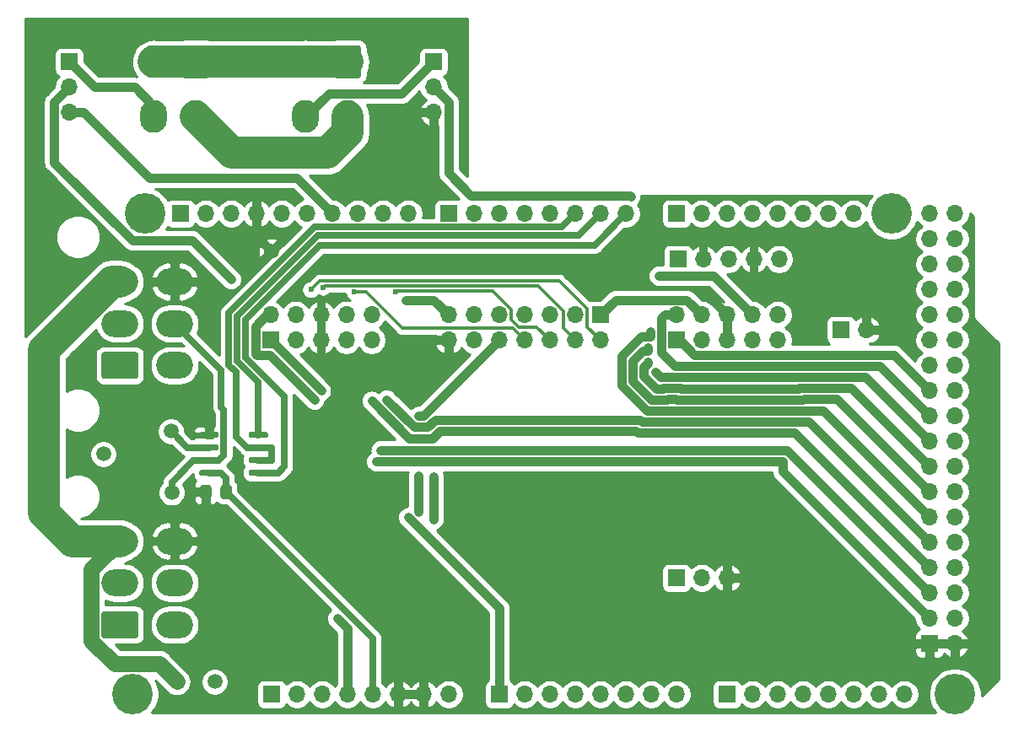
<source format=gbr>
G04 #@! TF.GenerationSoftware,KiCad,Pcbnew,(5.1.9)-1*
G04 #@! TF.CreationDate,2021-09-09T14:46:22-06:00*
G04 #@! TF.ProjectId,standby_controller,7374616e-6462-4795-9f63-6f6e74726f6c,rev?*
G04 #@! TF.SameCoordinates,Original*
G04 #@! TF.FileFunction,Copper,L1,Top*
G04 #@! TF.FilePolarity,Positive*
%FSLAX46Y46*%
G04 Gerber Fmt 4.6, Leading zero omitted, Abs format (unit mm)*
G04 Created by KiCad (PCBNEW (5.1.9)-1) date 2021-09-09 14:46:22*
%MOMM*%
%LPD*%
G01*
G04 APERTURE LIST*
G04 #@! TA.AperFunction,ComponentPad*
%ADD10O,1.700000X1.700000*%
G04 #@! TD*
G04 #@! TA.AperFunction,ComponentPad*
%ADD11R,1.700000X1.700000*%
G04 #@! TD*
G04 #@! TA.AperFunction,ComponentPad*
%ADD12O,2.700000X3.300000*%
G04 #@! TD*
G04 #@! TA.AperFunction,ComponentPad*
%ADD13O,3.700000X2.700000*%
G04 #@! TD*
G04 #@! TA.AperFunction,ComponentPad*
%ADD14C,4.064000*%
G04 #@! TD*
G04 #@! TA.AperFunction,ComponentPad*
%ADD15C,1.500000*%
G04 #@! TD*
G04 #@! TA.AperFunction,ViaPad*
%ADD16C,0.600000*%
G04 #@! TD*
G04 #@! TA.AperFunction,Conductor*
%ADD17C,0.914400*%
G04 #@! TD*
G04 #@! TA.AperFunction,Conductor*
%ADD18C,0.635000*%
G04 #@! TD*
G04 #@! TA.AperFunction,Conductor*
%ADD19C,3.251200*%
G04 #@! TD*
G04 #@! TA.AperFunction,Conductor*
%ADD20C,1.625600*%
G04 #@! TD*
G04 #@! TA.AperFunction,Conductor*
%ADD21C,0.304800*%
G04 #@! TD*
G04 #@! TA.AperFunction,Conductor*
%ADD22C,0.254000*%
G04 #@! TD*
G04 #@! TA.AperFunction,Conductor*
%ADD23C,0.100000*%
G04 #@! TD*
G04 APERTURE END LIST*
D10*
X147574000Y-60706000D03*
X147574000Y-58166000D03*
D11*
X147574000Y-55626000D03*
D10*
X110998000Y-60706000D03*
X110998000Y-58166000D03*
D11*
X110998000Y-55626000D03*
D10*
X191008000Y-82550000D03*
D11*
X188468000Y-82550000D03*
D10*
X182245000Y-75438000D03*
X179705000Y-75438000D03*
X177165000Y-75438000D03*
X174625000Y-75438000D03*
D11*
X172085000Y-75438000D03*
D10*
X177038000Y-107442000D03*
X174498000Y-107442000D03*
D11*
X171958000Y-107442000D03*
D10*
X182118000Y-81026000D03*
X182118000Y-83566000D03*
X179578000Y-81026000D03*
X179578000Y-83566000D03*
X177038000Y-81026000D03*
X177038000Y-83566000D03*
X174498000Y-81026000D03*
X174498000Y-83566000D03*
X171958000Y-81026000D03*
D11*
X171958000Y-83566000D03*
D10*
X149098000Y-83566000D03*
X149098000Y-81026000D03*
X151638000Y-83566000D03*
X151638000Y-81026000D03*
X154178000Y-83566000D03*
X154178000Y-81026000D03*
X156718000Y-83566000D03*
X156718000Y-81026000D03*
X159258000Y-83566000D03*
X159258000Y-81026000D03*
X161798000Y-83566000D03*
X161798000Y-81026000D03*
X164338000Y-83566000D03*
D11*
X164338000Y-81026000D03*
D10*
X141351000Y-81026000D03*
X141351000Y-83566000D03*
X138811000Y-81026000D03*
X138811000Y-83566000D03*
X136271000Y-81026000D03*
X136271000Y-83566000D03*
X133731000Y-81026000D03*
X133731000Y-83566000D03*
X131191000Y-81026000D03*
D11*
X131191000Y-83566000D03*
D12*
X134738000Y-61126000D03*
X138938000Y-61126000D03*
X134738000Y-55626000D03*
G04 #@! TA.AperFunction,ComponentPad*
G36*
G01*
X140288000Y-54226001D02*
X140288000Y-57025999D01*
G75*
G02*
X140037999Y-57276000I-250001J0D01*
G01*
X137838001Y-57276000D01*
G75*
G02*
X137588000Y-57025999I0J250001D01*
G01*
X137588000Y-54226001D01*
G75*
G02*
X137838001Y-53976000I250001J0D01*
G01*
X140037999Y-53976000D01*
G75*
G02*
X140288000Y-54226001I0J-250001D01*
G01*
G37*
G04 #@! TD.AperFunction*
X119498000Y-61126000D03*
X123698000Y-61126000D03*
X119498000Y-55626000D03*
G04 #@! TA.AperFunction,ComponentPad*
G36*
G01*
X125048000Y-54226001D02*
X125048000Y-57025999D01*
G75*
G02*
X124797999Y-57276000I-250001J0D01*
G01*
X122598001Y-57276000D01*
G75*
G02*
X122348000Y-57025999I0J250001D01*
G01*
X122348000Y-54226001D01*
G75*
G02*
X122598001Y-53976000I250001J0D01*
G01*
X124797999Y-53976000D01*
G75*
G02*
X125048000Y-54226001I0J-250001D01*
G01*
G37*
G04 #@! TD.AperFunction*
D11*
X197358000Y-114046000D03*
D10*
X199898000Y-114046000D03*
X197358000Y-111506000D03*
X199898000Y-111506000D03*
X197358000Y-108966000D03*
X199898000Y-108966000D03*
X197358000Y-106426000D03*
X199898000Y-106426000D03*
X197358000Y-103886000D03*
X199898000Y-103886000D03*
X197358000Y-101346000D03*
X199898000Y-101346000D03*
X197358000Y-98806000D03*
X199898000Y-98806000D03*
X197358000Y-96266000D03*
X199898000Y-96266000D03*
X197358000Y-93726000D03*
X199898000Y-93726000D03*
X197358000Y-91186000D03*
X199898000Y-91186000D03*
X197358000Y-88646000D03*
X199898000Y-88646000D03*
X197358000Y-86106000D03*
X199898000Y-86106000D03*
X197358000Y-83566000D03*
X199898000Y-83566000D03*
X197358000Y-81026000D03*
X199898000Y-81026000D03*
X197358000Y-78486000D03*
X199898000Y-78486000D03*
X197358000Y-75946000D03*
X199898000Y-75946000D03*
X197358000Y-73406000D03*
X199898000Y-73406000D03*
X197358000Y-70866000D03*
X199898000Y-70866000D03*
D11*
X122174000Y-70866000D03*
D10*
X124714000Y-70866000D03*
X127254000Y-70866000D03*
X129794000Y-70866000D03*
X132334000Y-70866000D03*
X134874000Y-70866000D03*
X137414000Y-70866000D03*
X139954000Y-70866000D03*
X142494000Y-70866000D03*
X145034000Y-70866000D03*
X189738000Y-70866000D03*
X187198000Y-70866000D03*
X184658000Y-70866000D03*
X182118000Y-70866000D03*
X179578000Y-70866000D03*
X177038000Y-70866000D03*
X174498000Y-70866000D03*
D11*
X171958000Y-70866000D03*
G04 #@! TA.AperFunction,ComponentPad*
G36*
G01*
X117677999Y-87456000D02*
X114478001Y-87456000D01*
G75*
G02*
X114228000Y-87205999I0J250001D01*
G01*
X114228000Y-85006001D01*
G75*
G02*
X114478001Y-84756000I250001J0D01*
G01*
X117677999Y-84756000D01*
G75*
G02*
X117928000Y-85006001I0J-250001D01*
G01*
X117928000Y-87205999D01*
G75*
G02*
X117677999Y-87456000I-250001J0D01*
G01*
G37*
G04 #@! TD.AperFunction*
D13*
X116078000Y-81906000D03*
X116078000Y-77706000D03*
X121578000Y-86106000D03*
X121578000Y-81906000D03*
X121578000Y-77706000D03*
D14*
X117348000Y-119126000D03*
X199898000Y-119126000D03*
X118618000Y-70866000D03*
X193548000Y-70866000D03*
D11*
X131318000Y-119126000D03*
D10*
X133858000Y-119126000D03*
X136398000Y-119126000D03*
X138938000Y-119126000D03*
X141478000Y-119126000D03*
X144018000Y-119126000D03*
X146558000Y-119126000D03*
X149098000Y-119126000D03*
D11*
X154178000Y-119126000D03*
D10*
X156718000Y-119126000D03*
X159258000Y-119126000D03*
X161798000Y-119126000D03*
X164338000Y-119126000D03*
X166878000Y-119126000D03*
X169418000Y-119126000D03*
X171958000Y-119126000D03*
D11*
X177038000Y-119126000D03*
D10*
X179578000Y-119126000D03*
X182118000Y-119126000D03*
X184658000Y-119126000D03*
X187198000Y-119126000D03*
X189738000Y-119126000D03*
X192278000Y-119126000D03*
X194818000Y-119126000D03*
X166878000Y-70866000D03*
X164338000Y-70866000D03*
X161798000Y-70866000D03*
X159258000Y-70866000D03*
X156718000Y-70866000D03*
X154178000Y-70866000D03*
X151638000Y-70866000D03*
D11*
X149098000Y-70866000D03*
G04 #@! TA.AperFunction,SMDPad,CuDef*
G36*
G01*
X127330000Y-98355999D02*
X127330000Y-99256001D01*
G75*
G02*
X127080001Y-99506000I-249999J0D01*
G01*
X126429999Y-99506000D01*
G75*
G02*
X126180000Y-99256001I0J249999D01*
G01*
X126180000Y-98355999D01*
G75*
G02*
X126429999Y-98106000I249999J0D01*
G01*
X127080001Y-98106000D01*
G75*
G02*
X127330000Y-98355999I0J-249999D01*
G01*
G37*
G04 #@! TD.AperFunction*
G04 #@! TA.AperFunction,SMDPad,CuDef*
G36*
G01*
X125280000Y-98355999D02*
X125280000Y-99256001D01*
G75*
G02*
X125030001Y-99506000I-249999J0D01*
G01*
X124379999Y-99506000D01*
G75*
G02*
X124130000Y-99256001I0J249999D01*
G01*
X124130000Y-98355999D01*
G75*
G02*
X124379999Y-98106000I249999J0D01*
G01*
X125030001Y-98106000D01*
G75*
G02*
X125280000Y-98355999I0J-249999D01*
G01*
G37*
G04 #@! TD.AperFunction*
D13*
X121578000Y-103741000D03*
X121578000Y-107941000D03*
X121578000Y-112141000D03*
X116078000Y-103741000D03*
X116078000Y-107941000D03*
G04 #@! TA.AperFunction,ComponentPad*
G36*
G01*
X117677999Y-113491000D02*
X114478001Y-113491000D01*
G75*
G02*
X114228000Y-113240999I0J250001D01*
G01*
X114228000Y-111041001D01*
G75*
G02*
X114478001Y-110791000I250001J0D01*
G01*
X117677999Y-110791000D01*
G75*
G02*
X117928000Y-111041001I0J-250001D01*
G01*
X117928000Y-113240999D01*
G75*
G02*
X117677999Y-113491000I-250001J0D01*
G01*
G37*
G04 #@! TD.AperFunction*
D15*
X114427000Y-94996000D03*
X125603000Y-117856000D03*
X121793000Y-117856000D03*
X131318000Y-74676000D03*
X121221500Y-92710000D03*
X121285000Y-98869500D03*
G04 #@! TA.AperFunction,SMDPad,CuDef*
G36*
G01*
X130958000Y-96751000D02*
X130958000Y-97051000D01*
G75*
G02*
X130808000Y-97201000I-150000J0D01*
G01*
X129158000Y-97201000D01*
G75*
G02*
X129008000Y-97051000I0J150000D01*
G01*
X129008000Y-96751000D01*
G75*
G02*
X129158000Y-96601000I150000J0D01*
G01*
X130808000Y-96601000D01*
G75*
G02*
X130958000Y-96751000I0J-150000D01*
G01*
G37*
G04 #@! TD.AperFunction*
G04 #@! TA.AperFunction,SMDPad,CuDef*
G36*
G01*
X130958000Y-95481000D02*
X130958000Y-95781000D01*
G75*
G02*
X130808000Y-95931000I-150000J0D01*
G01*
X129158000Y-95931000D01*
G75*
G02*
X129008000Y-95781000I0J150000D01*
G01*
X129008000Y-95481000D01*
G75*
G02*
X129158000Y-95331000I150000J0D01*
G01*
X130808000Y-95331000D01*
G75*
G02*
X130958000Y-95481000I0J-150000D01*
G01*
G37*
G04 #@! TD.AperFunction*
G04 #@! TA.AperFunction,SMDPad,CuDef*
G36*
G01*
X130958000Y-94211000D02*
X130958000Y-94511000D01*
G75*
G02*
X130808000Y-94661000I-150000J0D01*
G01*
X129158000Y-94661000D01*
G75*
G02*
X129008000Y-94511000I0J150000D01*
G01*
X129008000Y-94211000D01*
G75*
G02*
X129158000Y-94061000I150000J0D01*
G01*
X130808000Y-94061000D01*
G75*
G02*
X130958000Y-94211000I0J-150000D01*
G01*
G37*
G04 #@! TD.AperFunction*
G04 #@! TA.AperFunction,SMDPad,CuDef*
G36*
G01*
X130958000Y-92941000D02*
X130958000Y-93241000D01*
G75*
G02*
X130808000Y-93391000I-150000J0D01*
G01*
X129158000Y-93391000D01*
G75*
G02*
X129008000Y-93241000I0J150000D01*
G01*
X129008000Y-92941000D01*
G75*
G02*
X129158000Y-92791000I150000J0D01*
G01*
X130808000Y-92791000D01*
G75*
G02*
X130958000Y-92941000I0J-150000D01*
G01*
G37*
G04 #@! TD.AperFunction*
G04 #@! TA.AperFunction,SMDPad,CuDef*
G36*
G01*
X126008000Y-92941000D02*
X126008000Y-93241000D01*
G75*
G02*
X125858000Y-93391000I-150000J0D01*
G01*
X124208000Y-93391000D01*
G75*
G02*
X124058000Y-93241000I0J150000D01*
G01*
X124058000Y-92941000D01*
G75*
G02*
X124208000Y-92791000I150000J0D01*
G01*
X125858000Y-92791000D01*
G75*
G02*
X126008000Y-92941000I0J-150000D01*
G01*
G37*
G04 #@! TD.AperFunction*
G04 #@! TA.AperFunction,SMDPad,CuDef*
G36*
G01*
X126008000Y-94211000D02*
X126008000Y-94511000D01*
G75*
G02*
X125858000Y-94661000I-150000J0D01*
G01*
X124208000Y-94661000D01*
G75*
G02*
X124058000Y-94511000I0J150000D01*
G01*
X124058000Y-94211000D01*
G75*
G02*
X124208000Y-94061000I150000J0D01*
G01*
X125858000Y-94061000D01*
G75*
G02*
X126008000Y-94211000I0J-150000D01*
G01*
G37*
G04 #@! TD.AperFunction*
G04 #@! TA.AperFunction,SMDPad,CuDef*
G36*
G01*
X126008000Y-95481000D02*
X126008000Y-95781000D01*
G75*
G02*
X125858000Y-95931000I-150000J0D01*
G01*
X124208000Y-95931000D01*
G75*
G02*
X124058000Y-95781000I0J150000D01*
G01*
X124058000Y-95481000D01*
G75*
G02*
X124208000Y-95331000I150000J0D01*
G01*
X125858000Y-95331000D01*
G75*
G02*
X126008000Y-95481000I0J-150000D01*
G01*
G37*
G04 #@! TD.AperFunction*
G04 #@! TA.AperFunction,SMDPad,CuDef*
G36*
G01*
X126008000Y-96751000D02*
X126008000Y-97051000D01*
G75*
G02*
X125858000Y-97201000I-150000J0D01*
G01*
X124208000Y-97201000D01*
G75*
G02*
X124058000Y-97051000I0J150000D01*
G01*
X124058000Y-96751000D01*
G75*
G02*
X124208000Y-96601000I150000J0D01*
G01*
X125858000Y-96601000D01*
G75*
G02*
X126008000Y-96751000I0J-150000D01*
G01*
G37*
G04 #@! TD.AperFunction*
D16*
X150622000Y-62611000D03*
X150622000Y-63500000D03*
X150622000Y-64389000D03*
X147574000Y-64389000D03*
X147574000Y-63500000D03*
X147574000Y-62738000D03*
X137922000Y-111506000D03*
X146050000Y-91186000D03*
X146050000Y-97155000D03*
X146148408Y-100884396D03*
X141859000Y-95758000D03*
X135609994Y-89561006D03*
X142338411Y-94643589D03*
X136271000Y-88646000D03*
X141351000Y-89662000D03*
X142858201Y-89551799D03*
X169291000Y-82677000D03*
X169037000Y-84328000D03*
X169037000Y-85725000D03*
X169799000Y-86741000D03*
X145034000Y-101346000D03*
X147590799Y-97265201D03*
X147590799Y-101583201D03*
X135255000Y-78486000D03*
X136464127Y-78249410D03*
X139634268Y-78754221D03*
X143728422Y-78754221D03*
X144763201Y-79518799D03*
X127254000Y-77470000D03*
X167341519Y-69132481D03*
X170180000Y-77088996D03*
D17*
X177038000Y-81026000D02*
X175514000Y-79502000D01*
D18*
X141478000Y-113529000D02*
X126755000Y-98806000D01*
X141478000Y-119126000D02*
X141478000Y-113529000D01*
X126755000Y-98806000D02*
X126755000Y-97418000D01*
X126238000Y-96901000D02*
X125033000Y-96901000D01*
X126755000Y-97418000D02*
X126238000Y-96901000D01*
D17*
X138938000Y-112522000D02*
X137922000Y-111506000D01*
X138938000Y-119126000D02*
X138938000Y-112522000D01*
X146050000Y-100785988D02*
X146050000Y-97155000D01*
X146558000Y-91186000D02*
X154178000Y-83566000D01*
X146050000Y-91186000D02*
X146558000Y-91186000D01*
D19*
X111308110Y-103741000D02*
X116078000Y-103741000D01*
X108452399Y-100885289D02*
X111308110Y-103741000D01*
X108452399Y-84540611D02*
X108452399Y-100885289D01*
X115287010Y-77706000D02*
X108452399Y-84540611D01*
X116078000Y-77706000D02*
X115287010Y-77706000D01*
D20*
X120018199Y-116081199D02*
X121793000Y-117856000D01*
X115532317Y-116081199D02*
X120018199Y-116081199D01*
X113215190Y-113764072D02*
X115532317Y-116081199D01*
X113215190Y-106603810D02*
X113215190Y-113764072D01*
X116078000Y-103741000D02*
X113215190Y-106603810D01*
D17*
X182626000Y-95758000D02*
X182626000Y-96774000D01*
X182626000Y-96774000D02*
X197358000Y-111506000D01*
X141858997Y-95757997D02*
X141859000Y-95758000D01*
X131122189Y-85073201D02*
X135609994Y-89561006D01*
X129815239Y-85073201D02*
X131122189Y-85073201D01*
X129683799Y-84941761D02*
X129815239Y-85073201D01*
X141806985Y-95757997D02*
X141858997Y-95757997D01*
X129683799Y-82190239D02*
X129683799Y-84941761D01*
X130848038Y-81026000D02*
X129683799Y-82190239D01*
X141859000Y-95758000D02*
X141859000Y-95758000D01*
X131191000Y-81026000D02*
X130848038Y-81026000D01*
X141859000Y-95758000D02*
X182626000Y-95758000D01*
X131191000Y-83566000D02*
X136271000Y-88646000D01*
X142268589Y-94643589D02*
X142338411Y-94643589D01*
X183087604Y-94643589D02*
X197358000Y-108913985D01*
X197358000Y-108913985D02*
X197358000Y-108966000D01*
X142338411Y-94643589D02*
X183087604Y-94643589D01*
X183806074Y-92874074D02*
X197358000Y-106426000D01*
X168052010Y-92874074D02*
X183806074Y-92874074D01*
X167887936Y-92710000D02*
X168052010Y-92874074D01*
X148186026Y-92710000D02*
X167887936Y-92710000D01*
X147481206Y-93414820D02*
X148186026Y-92710000D01*
X141351000Y-89662000D02*
X141351000Y-89662000D01*
X145103820Y-93414820D02*
X147481206Y-93414820D01*
X141351000Y-89662000D02*
X145103820Y-93414820D01*
X185231664Y-91759664D02*
X197358000Y-103886000D01*
X168513610Y-91759661D02*
X171004919Y-91759661D01*
X168320949Y-91567000D02*
X168513610Y-91759661D01*
X147753012Y-91567000D02*
X168320949Y-91567000D01*
X147019603Y-92300410D02*
X147753012Y-91567000D01*
X145588397Y-92300410D02*
X147019603Y-92300410D01*
X171004922Y-91759664D02*
X185231664Y-91759664D01*
X142858201Y-89570214D02*
X145588397Y-92300410D01*
X171004919Y-91759661D02*
X171004922Y-91759664D01*
X142858201Y-89551799D02*
X142858201Y-89570214D01*
X171466525Y-90645254D02*
X186657254Y-90645254D01*
X171466522Y-90645251D02*
X171466525Y-90645254D01*
X186657254Y-90645254D02*
X187071000Y-91059000D01*
X168975213Y-90645251D02*
X171466522Y-90645251D01*
X187071000Y-91059000D02*
X197358000Y-101346000D01*
X166455772Y-85154202D02*
X166455772Y-88125810D01*
X168396384Y-83213590D02*
X166455772Y-85154202D01*
X169291000Y-83213590D02*
X168396384Y-83213590D01*
X166455772Y-88125810D02*
X168975213Y-90645251D01*
X169291000Y-82677000D02*
X169291000Y-83213590D01*
X184687872Y-89530844D02*
X184712306Y-89506410D01*
X171928128Y-89530844D02*
X184687872Y-89530844D01*
X171903694Y-89506410D02*
X171928128Y-89530844D01*
X171071465Y-89506410D02*
X171903694Y-89506410D01*
X171047034Y-89530841D02*
X171071465Y-89506410D01*
X169436816Y-89530841D02*
X171047034Y-89530841D01*
X188058410Y-89506410D02*
X197358000Y-98806000D01*
X167570182Y-87664207D02*
X169436816Y-89530841D01*
X167570182Y-85615805D02*
X167570182Y-87664207D01*
X168575397Y-84610590D02*
X167570182Y-85615805D01*
X169037000Y-84610590D02*
X168575397Y-84610590D01*
X184712306Y-89506410D02*
X188058410Y-89506410D01*
X169037000Y-84328000D02*
X169037000Y-84610590D01*
X169898419Y-88416431D02*
X170585431Y-88416431D01*
X168684592Y-87202604D02*
X169898419Y-88416431D01*
X168684592Y-86279396D02*
X168684592Y-87202604D01*
X169037000Y-85926988D02*
X168684592Y-86279396D01*
X169037000Y-85725000D02*
X169037000Y-85926988D01*
X170609862Y-88392000D02*
X172365297Y-88392000D01*
X170585431Y-88416431D02*
X170609862Y-88392000D01*
X184226269Y-88416434D02*
X184250703Y-88392000D01*
X172389731Y-88416434D02*
X184226269Y-88416434D01*
X172365297Y-88392000D02*
X172389731Y-88416434D01*
X189484000Y-88392000D02*
X197358000Y-96266000D01*
X184250703Y-88392000D02*
X189484000Y-88392000D01*
X190909589Y-87277589D02*
X197358000Y-93726000D01*
X172826901Y-87277589D02*
X172851335Y-87302023D01*
X183789099Y-87277589D02*
X190909589Y-87277589D01*
X183764665Y-87302023D02*
X183789099Y-87277589D01*
X170335589Y-87277589D02*
X172826901Y-87277589D01*
X169799000Y-86741000D02*
X170335589Y-87277589D01*
X172851335Y-87302023D02*
X183764665Y-87302023D01*
X170450799Y-84800785D02*
X171813192Y-86163178D01*
X183303061Y-86187612D02*
X183327495Y-86163178D01*
X173312939Y-86187612D02*
X183303061Y-86187612D01*
X170450799Y-81331120D02*
X170450799Y-84800785D01*
X192335178Y-86163178D02*
X197358000Y-91186000D01*
X183327495Y-86163178D02*
X192335178Y-86163178D01*
X173288505Y-86163178D02*
X173312939Y-86187612D01*
X170755919Y-81026000D02*
X170450799Y-81331120D01*
X171813192Y-86163178D02*
X173288505Y-86163178D01*
X171958000Y-81026000D02*
X170755919Y-81026000D01*
X171958000Y-83566000D02*
X172267342Y-83566000D01*
X172267342Y-83566000D02*
X173774543Y-85073201D01*
X173774543Y-85073201D02*
X182841457Y-85073201D01*
X193760767Y-85048767D02*
X197358000Y-88646000D01*
X182865891Y-85048767D02*
X193760767Y-85048767D01*
X182841457Y-85073201D02*
X182865891Y-85048767D01*
X154178000Y-110490000D02*
X154178000Y-119126000D01*
X145034000Y-101346000D02*
X154178000Y-110490000D01*
X147590799Y-97265201D02*
X147590799Y-101583201D01*
D21*
X135261983Y-78486000D02*
X135255000Y-78486000D01*
X136150974Y-77597009D02*
X135261983Y-78486000D01*
X163000401Y-80448847D02*
X160148563Y-77597009D01*
X160148563Y-77597009D02*
X136150974Y-77597009D01*
X164338000Y-83566000D02*
X163000401Y-82228401D01*
X163000401Y-82228401D02*
X163000401Y-80448847D01*
X135255000Y-78486000D02*
X135255000Y-78486000D01*
X136611726Y-78101811D02*
X136464127Y-78249410D01*
X161798000Y-83566000D02*
X160595599Y-82363599D01*
X160595599Y-82363599D02*
X160595599Y-80662155D01*
X160595599Y-80662155D02*
X158035255Y-78101811D01*
X158035255Y-78101811D02*
X136611726Y-78101811D01*
X144429910Y-82363599D02*
X140820532Y-78754221D01*
X140820532Y-78754221D02*
X139634268Y-78754221D01*
X155515599Y-82363599D02*
X144429910Y-82363599D01*
X156718000Y-83566000D02*
X155515599Y-82363599D01*
X155380401Y-81467955D02*
X155380401Y-80478867D01*
X159258000Y-83566000D02*
X157920401Y-82228401D01*
X155380401Y-80478867D02*
X153528755Y-78627221D01*
X153528755Y-78627221D02*
X143855422Y-78627221D01*
X157920401Y-82228401D02*
X156140847Y-82228401D01*
X156140847Y-82228401D02*
X155380401Y-81467955D01*
X143855422Y-78627221D02*
X143728422Y-78754221D01*
D17*
X133858000Y-67310000D02*
X137414000Y-70866000D01*
X119042018Y-67310000D02*
X133858000Y-67310000D01*
X112438018Y-60706000D02*
X119042018Y-67310000D01*
X110998000Y-60706000D02*
X112438018Y-60706000D01*
D18*
X129983000Y-95631000D02*
X131318000Y-95631000D01*
X131318000Y-95631000D02*
X131318000Y-94361000D01*
X131318000Y-94361000D02*
X129983000Y-94361000D01*
X127742978Y-86741154D02*
X127039066Y-86037243D01*
X128867117Y-94361000D02*
X127742978Y-93236861D01*
X135597831Y-72233501D02*
X160430499Y-72233501D01*
X127039066Y-80792266D02*
X135597831Y-72233501D01*
X127039066Y-86037243D02*
X127039066Y-80792266D01*
X129983000Y-94361000D02*
X128867117Y-94361000D01*
X127742978Y-93236861D02*
X127742978Y-86741154D01*
X160430499Y-72233501D02*
X161798000Y-70866000D01*
X162135488Y-73068512D02*
X164338000Y-70866000D01*
X153840512Y-73068512D02*
X162135488Y-73068512D01*
X153791375Y-73068512D02*
X153840512Y-73068512D01*
X127874077Y-81138138D02*
X135943703Y-73068512D01*
X129983000Y-87800294D02*
X127874077Y-85691371D01*
X129983000Y-93091000D02*
X129983000Y-87800294D01*
X127874077Y-85691371D02*
X127874077Y-81138138D01*
X135943703Y-73068512D02*
X153840512Y-73068512D01*
X128709088Y-85345499D02*
X128709088Y-81484010D01*
X136152098Y-74041000D02*
X163703000Y-74041000D01*
X131953000Y-96901000D02*
X132588000Y-96266000D01*
X132588000Y-96266000D02*
X132588000Y-89224410D01*
X129983000Y-96901000D02*
X131953000Y-96901000D01*
X132588000Y-89224410D02*
X128709088Y-85345499D01*
X163703000Y-74041000D02*
X166878000Y-70866000D01*
X128709088Y-81484010D02*
X136152098Y-74041000D01*
X122872500Y-94361000D02*
X125033000Y-94361000D01*
X121221500Y-92710000D02*
X122872500Y-94361000D01*
X121221500Y-86462500D02*
X121578000Y-86106000D01*
X123462840Y-95631000D02*
X125033000Y-95631000D01*
X121285000Y-97808840D02*
X123462840Y-95631000D01*
X121285000Y-98869500D02*
X121285000Y-97808840D01*
X126272967Y-90318616D02*
X126272967Y-86600967D01*
X126525510Y-95113490D02*
X126525510Y-90571159D01*
X126008000Y-95631000D02*
X126525510Y-95113490D01*
X125033000Y-95631000D02*
X126008000Y-95631000D01*
X126525510Y-90571159D02*
X126272967Y-90318616D01*
X126272967Y-86600967D02*
X121578000Y-81906000D01*
D17*
X147590799Y-79518799D02*
X149098000Y-81026000D01*
X144763201Y-79518799D02*
X147590799Y-79518799D01*
X123339201Y-73555201D02*
X127254000Y-77470000D01*
X117327183Y-73555201D02*
X123339201Y-73555201D01*
X109490799Y-65718817D02*
X117327183Y-73555201D01*
X109490799Y-59673201D02*
X109490799Y-65718817D01*
X110998000Y-58166000D02*
X109490799Y-59673201D01*
X172990799Y-79518799D02*
X174498000Y-81026000D01*
X165845201Y-79518799D02*
X172990799Y-79518799D01*
X164338000Y-81026000D02*
X165845201Y-79518799D01*
X149081201Y-66804702D02*
X149081201Y-59673201D01*
X151334709Y-69058210D02*
X149081201Y-66804702D01*
X149081201Y-59673201D02*
X147574000Y-58166000D01*
X167267248Y-69058210D02*
X151334709Y-69058210D01*
X167341519Y-69132481D02*
X167267248Y-69058210D01*
X179578000Y-81026000D02*
X175640996Y-77088996D01*
X175640996Y-77088996D02*
X170180000Y-77088996D01*
X119498000Y-61126000D02*
X119498000Y-60062000D01*
X119498000Y-60062000D02*
X117602000Y-58166000D01*
X113538000Y-58166000D02*
X110998000Y-55626000D01*
X117602000Y-58166000D02*
X113538000Y-58166000D01*
X144381210Y-58818790D02*
X147574000Y-55626000D01*
X137045210Y-58818790D02*
X144381210Y-58818790D01*
X134738000Y-61126000D02*
X137045210Y-58818790D01*
D19*
X138938000Y-62738000D02*
X138938000Y-61126000D01*
X136906000Y-64770000D02*
X138938000Y-62738000D01*
X127342000Y-64770000D02*
X136906000Y-64770000D01*
X123698000Y-61126000D02*
X127342000Y-64770000D01*
X123698000Y-55626000D02*
X134738000Y-55626000D01*
X138938000Y-55626000D02*
X134738000Y-55626000D01*
X123698000Y-55626000D02*
X119498000Y-55626000D01*
D22*
X150928000Y-67106898D02*
X150173401Y-66352299D01*
X150173401Y-59726842D01*
X150178684Y-59673200D01*
X150173401Y-59619559D01*
X150173401Y-59619552D01*
X150157597Y-59459092D01*
X150148323Y-59428518D01*
X150117719Y-59327633D01*
X150095144Y-59253212D01*
X149993726Y-59063472D01*
X149929821Y-58985604D01*
X149891438Y-58938834D01*
X149891436Y-58938832D01*
X149857239Y-58897163D01*
X149815569Y-58862966D01*
X149059000Y-58106397D01*
X149059000Y-58019740D01*
X149001932Y-57732842D01*
X148889990Y-57462589D01*
X148727475Y-57219368D01*
X148595620Y-57087513D01*
X148668180Y-57065502D01*
X148778494Y-57006537D01*
X148875185Y-56927185D01*
X148954537Y-56830494D01*
X149013502Y-56720180D01*
X149049812Y-56600482D01*
X149062072Y-56476000D01*
X149062072Y-54776000D01*
X149049812Y-54651518D01*
X149013502Y-54531820D01*
X148954537Y-54421506D01*
X148875185Y-54324815D01*
X148778494Y-54245463D01*
X148668180Y-54186498D01*
X148548482Y-54150188D01*
X148424000Y-54137928D01*
X146724000Y-54137928D01*
X146599518Y-54150188D01*
X146479820Y-54186498D01*
X146369506Y-54245463D01*
X146272815Y-54324815D01*
X146193463Y-54421506D01*
X146134498Y-54531820D01*
X146098188Y-54651518D01*
X146085928Y-54776000D01*
X146085928Y-55569468D01*
X143928807Y-57726590D01*
X140577463Y-57726590D01*
X140665961Y-57653961D01*
X140776405Y-57519386D01*
X140858471Y-57365850D01*
X140909008Y-57199253D01*
X140926072Y-57025999D01*
X140926072Y-56702115D01*
X141036627Y-56495280D01*
X141165891Y-56069155D01*
X141209538Y-55626000D01*
X141165891Y-55182845D01*
X141036627Y-54756720D01*
X140926072Y-54549885D01*
X140926072Y-54226001D01*
X140909008Y-54052747D01*
X140858471Y-53886150D01*
X140776405Y-53732614D01*
X140665961Y-53598039D01*
X140531386Y-53487595D01*
X140377850Y-53405529D01*
X140211253Y-53354992D01*
X140037999Y-53337928D01*
X137838001Y-53337928D01*
X137664747Y-53354992D01*
X137630437Y-53365400D01*
X135083246Y-53365400D01*
X134738000Y-53331396D01*
X134392755Y-53365400D01*
X125005563Y-53365400D01*
X124971253Y-53354992D01*
X124797999Y-53337928D01*
X122598001Y-53337928D01*
X122424747Y-53354992D01*
X122390437Y-53365400D01*
X119843246Y-53365400D01*
X119498000Y-53331396D01*
X119108873Y-53369722D01*
X118734699Y-53483226D01*
X118682794Y-53510970D01*
X118628720Y-53527373D01*
X118236001Y-53737285D01*
X117891780Y-54019780D01*
X117609285Y-54364001D01*
X117399373Y-54756720D01*
X117270109Y-55182845D01*
X117226462Y-55626000D01*
X117270109Y-56069155D01*
X117399373Y-56495280D01*
X117609285Y-56887999D01*
X117771100Y-57085171D01*
X117655649Y-57073800D01*
X117655641Y-57073800D01*
X117602000Y-57068517D01*
X117548359Y-57073800D01*
X113990404Y-57073800D01*
X112486072Y-55569469D01*
X112486072Y-54776000D01*
X112473812Y-54651518D01*
X112437502Y-54531820D01*
X112378537Y-54421506D01*
X112299185Y-54324815D01*
X112202494Y-54245463D01*
X112092180Y-54186498D01*
X111972482Y-54150188D01*
X111848000Y-54137928D01*
X110148000Y-54137928D01*
X110023518Y-54150188D01*
X109903820Y-54186498D01*
X109793506Y-54245463D01*
X109696815Y-54324815D01*
X109617463Y-54421506D01*
X109558498Y-54531820D01*
X109522188Y-54651518D01*
X109509928Y-54776000D01*
X109509928Y-56476000D01*
X109522188Y-56600482D01*
X109558498Y-56720180D01*
X109617463Y-56830494D01*
X109696815Y-56927185D01*
X109793506Y-57006537D01*
X109903820Y-57065502D01*
X109976380Y-57087513D01*
X109844525Y-57219368D01*
X109682010Y-57462589D01*
X109570068Y-57732842D01*
X109513000Y-58019740D01*
X109513000Y-58106396D01*
X108756436Y-58862961D01*
X108714761Y-58897163D01*
X108578274Y-59063472D01*
X108494074Y-59221000D01*
X108476856Y-59253213D01*
X108414404Y-59459091D01*
X108414403Y-59459093D01*
X108398599Y-59619553D01*
X108398599Y-59619560D01*
X108393316Y-59673201D01*
X108398599Y-59726843D01*
X108398600Y-65665166D01*
X108393316Y-65718817D01*
X108414403Y-65932926D01*
X108476856Y-66138805D01*
X108476857Y-66138806D01*
X108578275Y-66328546D01*
X108624371Y-66384714D01*
X108675499Y-66447013D01*
X108714762Y-66494855D01*
X108756431Y-66529052D01*
X116516945Y-74289567D01*
X116551145Y-74331239D01*
X116592814Y-74365436D01*
X116592816Y-74365438D01*
X116709258Y-74461000D01*
X116717454Y-74467726D01*
X116907194Y-74569144D01*
X117113074Y-74631597D01*
X117273534Y-74647401D01*
X117273542Y-74647401D01*
X117327183Y-74652684D01*
X117380824Y-74647401D01*
X122886798Y-74647401D01*
X126519633Y-78280237D01*
X126644271Y-78382524D01*
X126834011Y-78483943D01*
X127039891Y-78546396D01*
X127254000Y-78567483D01*
X127468109Y-78546396D01*
X127673989Y-78483943D01*
X127863729Y-78382524D01*
X128030038Y-78246038D01*
X128166524Y-78079729D01*
X128267943Y-77889989D01*
X128330396Y-77684109D01*
X128351483Y-77470000D01*
X128330396Y-77255891D01*
X128267943Y-77050011D01*
X128166524Y-76860271D01*
X128064237Y-76735633D01*
X126004721Y-74676117D01*
X129926299Y-74676117D01*
X129953063Y-74947622D01*
X130032191Y-75208473D01*
X130247196Y-75287185D01*
X130858381Y-74676000D01*
X130247196Y-74064815D01*
X130032191Y-74143527D01*
X129953017Y-74404607D01*
X129926299Y-74676117D01*
X126004721Y-74676117D01*
X124933800Y-73605196D01*
X130706815Y-73605196D01*
X131318000Y-74216381D01*
X131929185Y-73605196D01*
X131850473Y-73390191D01*
X131589393Y-73311017D01*
X131317883Y-73284299D01*
X131046378Y-73311063D01*
X130785527Y-73390191D01*
X130706815Y-73605196D01*
X124933800Y-73605196D01*
X124149441Y-72820838D01*
X124115239Y-72779163D01*
X123948930Y-72642676D01*
X123759190Y-72541258D01*
X123553310Y-72478805D01*
X123392850Y-72463001D01*
X123392842Y-72463001D01*
X123339201Y-72457718D01*
X123285560Y-72463001D01*
X120758491Y-72463001D01*
X120926636Y-72211354D01*
X120969506Y-72246537D01*
X121079820Y-72305502D01*
X121199518Y-72341812D01*
X121324000Y-72354072D01*
X123024000Y-72354072D01*
X123148482Y-72341812D01*
X123268180Y-72305502D01*
X123378494Y-72246537D01*
X123475185Y-72167185D01*
X123554537Y-72070494D01*
X123613502Y-71960180D01*
X123635513Y-71887620D01*
X123767368Y-72019475D01*
X124010589Y-72181990D01*
X124280842Y-72293932D01*
X124567740Y-72351000D01*
X124860260Y-72351000D01*
X125147158Y-72293932D01*
X125417411Y-72181990D01*
X125660632Y-72019475D01*
X125867475Y-71812632D01*
X125984000Y-71638240D01*
X126100525Y-71812632D01*
X126307368Y-72019475D01*
X126550589Y-72181990D01*
X126820842Y-72293932D01*
X127107740Y-72351000D01*
X127400260Y-72351000D01*
X127687158Y-72293932D01*
X127957411Y-72181990D01*
X128200632Y-72019475D01*
X128407475Y-71812632D01*
X128527055Y-71633668D01*
X128547038Y-71672440D01*
X128728327Y-71900215D01*
X128950569Y-72088245D01*
X129205223Y-72229305D01*
X129246328Y-72246319D01*
X129469000Y-72151813D01*
X129469000Y-71191000D01*
X129449000Y-71191000D01*
X129449000Y-70541000D01*
X129469000Y-70541000D01*
X129469000Y-69580187D01*
X129246328Y-69485681D01*
X129205223Y-69502695D01*
X128950569Y-69643755D01*
X128728327Y-69831785D01*
X128547038Y-70059560D01*
X128527055Y-70098332D01*
X128407475Y-69919368D01*
X128200632Y-69712525D01*
X127957411Y-69550010D01*
X127687158Y-69438068D01*
X127400260Y-69381000D01*
X127107740Y-69381000D01*
X126820842Y-69438068D01*
X126550589Y-69550010D01*
X126307368Y-69712525D01*
X126100525Y-69919368D01*
X125984000Y-70093760D01*
X125867475Y-69919368D01*
X125660632Y-69712525D01*
X125417411Y-69550010D01*
X125147158Y-69438068D01*
X124860260Y-69381000D01*
X124567740Y-69381000D01*
X124280842Y-69438068D01*
X124010589Y-69550010D01*
X123767368Y-69712525D01*
X123635513Y-69844380D01*
X123613502Y-69771820D01*
X123554537Y-69661506D01*
X123475185Y-69564815D01*
X123378494Y-69485463D01*
X123268180Y-69426498D01*
X123148482Y-69390188D01*
X123024000Y-69377928D01*
X121324000Y-69377928D01*
X121199518Y-69390188D01*
X121079820Y-69426498D01*
X120969506Y-69485463D01*
X120926636Y-69520646D01*
X120689594Y-69165887D01*
X120318113Y-68794406D01*
X119881298Y-68502536D01*
X119639066Y-68402200D01*
X133405597Y-68402200D01*
X134441361Y-69437965D01*
X134440842Y-69438068D01*
X134170589Y-69550010D01*
X133927368Y-69712525D01*
X133720525Y-69919368D01*
X133604000Y-70093760D01*
X133487475Y-69919368D01*
X133280632Y-69712525D01*
X133037411Y-69550010D01*
X132767158Y-69438068D01*
X132480260Y-69381000D01*
X132187740Y-69381000D01*
X131900842Y-69438068D01*
X131630589Y-69550010D01*
X131387368Y-69712525D01*
X131180525Y-69919368D01*
X131060945Y-70098332D01*
X131040962Y-70059560D01*
X130859673Y-69831785D01*
X130637431Y-69643755D01*
X130382777Y-69502695D01*
X130341672Y-69485681D01*
X130119000Y-69580187D01*
X130119000Y-70541000D01*
X130139000Y-70541000D01*
X130139000Y-71191000D01*
X130119000Y-71191000D01*
X130119000Y-72151813D01*
X130341672Y-72246319D01*
X130382777Y-72229305D01*
X130637431Y-72088245D01*
X130859673Y-71900215D01*
X131040962Y-71672440D01*
X131060945Y-71633668D01*
X131180525Y-71812632D01*
X131387368Y-72019475D01*
X131630589Y-72181990D01*
X131900842Y-72293932D01*
X132187740Y-72351000D01*
X132480260Y-72351000D01*
X132767158Y-72293932D01*
X133037411Y-72181990D01*
X133280632Y-72019475D01*
X133487475Y-71812632D01*
X133604000Y-71638240D01*
X133720525Y-71812632D01*
X133927368Y-72019475D01*
X134170589Y-72181990D01*
X134263726Y-72220568D01*
X132411259Y-74073035D01*
X132388804Y-74064815D01*
X131777619Y-74676000D01*
X131791762Y-74690143D01*
X131332143Y-75149762D01*
X131318000Y-75135619D01*
X130706815Y-75746804D01*
X130715035Y-75769259D01*
X126398631Y-80085663D01*
X126362289Y-80115488D01*
X126308500Y-80181030D01*
X126243260Y-80260526D01*
X126154815Y-80425997D01*
X126100349Y-80605544D01*
X126081958Y-80792266D01*
X126086567Y-80839061D01*
X126086566Y-85067527D01*
X123839811Y-82820773D01*
X123920774Y-82669302D01*
X124034278Y-82295128D01*
X124072604Y-81906000D01*
X124034278Y-81516872D01*
X123920774Y-81142698D01*
X123736453Y-80797857D01*
X123488398Y-80495602D01*
X123186143Y-80247547D01*
X122841302Y-80063226D01*
X122467128Y-79949722D01*
X122175510Y-79921000D01*
X120980490Y-79921000D01*
X120688872Y-79949722D01*
X120314698Y-80063226D01*
X119969857Y-80247547D01*
X119667602Y-80495602D01*
X119419547Y-80797857D01*
X119235226Y-81142698D01*
X119121722Y-81516872D01*
X119083396Y-81906000D01*
X119121722Y-82295128D01*
X119235226Y-82669302D01*
X119419547Y-83014143D01*
X119667602Y-83316398D01*
X119969857Y-83564453D01*
X120314698Y-83748774D01*
X120688872Y-83862278D01*
X120980490Y-83891000D01*
X122175510Y-83891000D01*
X122212335Y-83887373D01*
X122477974Y-84153012D01*
X122467128Y-84149722D01*
X122175510Y-84121000D01*
X120980490Y-84121000D01*
X120688872Y-84149722D01*
X120314698Y-84263226D01*
X119969857Y-84447547D01*
X119667602Y-84695602D01*
X119419547Y-84997857D01*
X119235226Y-85342698D01*
X119121722Y-85716872D01*
X119083396Y-86106000D01*
X119121722Y-86495128D01*
X119235226Y-86869302D01*
X119419547Y-87214143D01*
X119667602Y-87516398D01*
X119969857Y-87764453D01*
X120314698Y-87948774D01*
X120688872Y-88062278D01*
X120980490Y-88091000D01*
X122175510Y-88091000D01*
X122467128Y-88062278D01*
X122841302Y-87948774D01*
X123186143Y-87764453D01*
X123488398Y-87516398D01*
X123736453Y-87214143D01*
X123920774Y-86869302D01*
X124034278Y-86495128D01*
X124072604Y-86106000D01*
X124034278Y-85716872D01*
X124030988Y-85706027D01*
X125320468Y-86995507D01*
X125320467Y-90271831D01*
X125315859Y-90318616D01*
X125320467Y-90365400D01*
X125334250Y-90505338D01*
X125388715Y-90684884D01*
X125477161Y-90850357D01*
X125573011Y-90967151D01*
X125573011Y-92155648D01*
X125516750Y-92156000D01*
X125358000Y-92314750D01*
X125358000Y-92918000D01*
X125378000Y-92918000D01*
X125378000Y-93264000D01*
X125358000Y-93264000D01*
X125358000Y-93391000D01*
X124708000Y-93391000D01*
X124708000Y-93264000D01*
X123581750Y-93264000D01*
X123437250Y-93408500D01*
X123267038Y-93408500D01*
X122617788Y-92759250D01*
X123423000Y-92759250D01*
X123581750Y-92918000D01*
X124708000Y-92918000D01*
X124708000Y-92314750D01*
X124549250Y-92156000D01*
X124065836Y-92152976D01*
X123941214Y-92163707D01*
X123821079Y-92198544D01*
X123710049Y-92256149D01*
X123612390Y-92334308D01*
X123531856Y-92430017D01*
X123471542Y-92539599D01*
X123433764Y-92658842D01*
X123423000Y-92759250D01*
X122617788Y-92759250D01*
X122606500Y-92747962D01*
X122606500Y-92573589D01*
X122553275Y-92306011D01*
X122448871Y-92053957D01*
X122297299Y-91827114D01*
X122104386Y-91634201D01*
X121877543Y-91482629D01*
X121625489Y-91378225D01*
X121357911Y-91325000D01*
X121085089Y-91325000D01*
X120817511Y-91378225D01*
X120565457Y-91482629D01*
X120338614Y-91634201D01*
X120145701Y-91827114D01*
X119994129Y-92053957D01*
X119889725Y-92306011D01*
X119836500Y-92573589D01*
X119836500Y-92846411D01*
X119889725Y-93113989D01*
X119994129Y-93366043D01*
X120145701Y-93592886D01*
X120338614Y-93785799D01*
X120565457Y-93937371D01*
X120817511Y-94041775D01*
X121085089Y-94095000D01*
X121259462Y-94095000D01*
X122165893Y-95001431D01*
X122195722Y-95037778D01*
X122340759Y-95156806D01*
X122423495Y-95201029D01*
X122503180Y-95243622D01*
X120644564Y-97102238D01*
X120608223Y-97132062D01*
X120578399Y-97168403D01*
X120489194Y-97277100D01*
X120400749Y-97442571D01*
X120346283Y-97622118D01*
X120327892Y-97808840D01*
X120332501Y-97855634D01*
X120332501Y-97863314D01*
X120209201Y-97986614D01*
X120057629Y-98213457D01*
X119953225Y-98465511D01*
X119900000Y-98733089D01*
X119900000Y-99005911D01*
X119953225Y-99273489D01*
X120057629Y-99525543D01*
X120209201Y-99752386D01*
X120402114Y-99945299D01*
X120628957Y-100096871D01*
X120881011Y-100201275D01*
X121148589Y-100254500D01*
X121421411Y-100254500D01*
X121688989Y-100201275D01*
X121941043Y-100096871D01*
X122167886Y-99945299D01*
X122360799Y-99752386D01*
X122512371Y-99525543D01*
X122520465Y-99506000D01*
X123491928Y-99506000D01*
X123504188Y-99630482D01*
X123540498Y-99750180D01*
X123599463Y-99860494D01*
X123678815Y-99957185D01*
X123775506Y-100036537D01*
X123885820Y-100095502D01*
X124005518Y-100131812D01*
X124130000Y-100144072D01*
X124221250Y-100141000D01*
X124380000Y-99982250D01*
X124380000Y-99131000D01*
X123653750Y-99131000D01*
X123495000Y-99289750D01*
X123491928Y-99506000D01*
X122520465Y-99506000D01*
X122616775Y-99273489D01*
X122670000Y-99005911D01*
X122670000Y-98733089D01*
X122616775Y-98465511D01*
X122512371Y-98213457D01*
X122398236Y-98042642D01*
X123419928Y-97020951D01*
X123419928Y-97051000D01*
X123435071Y-97204745D01*
X123479916Y-97352582D01*
X123552742Y-97488829D01*
X123650749Y-97608251D01*
X123693151Y-97643050D01*
X123678815Y-97654815D01*
X123599463Y-97751506D01*
X123540498Y-97861820D01*
X123504188Y-97981518D01*
X123491928Y-98106000D01*
X123495000Y-98322250D01*
X123653750Y-98481000D01*
X124380000Y-98481000D01*
X124380000Y-98461000D01*
X125030000Y-98461000D01*
X125030000Y-98481000D01*
X125050000Y-98481000D01*
X125050000Y-99131000D01*
X125030000Y-99131000D01*
X125030000Y-99982250D01*
X125188750Y-100141000D01*
X125280000Y-100144072D01*
X125404482Y-100131812D01*
X125524180Y-100095502D01*
X125634494Y-100036537D01*
X125731185Y-99957185D01*
X125796658Y-99877406D01*
X125802038Y-99883962D01*
X125936613Y-99994405D01*
X126090149Y-100076472D01*
X126256745Y-100127008D01*
X126429999Y-100144072D01*
X126746034Y-100144072D01*
X137248101Y-110646140D01*
X137145962Y-110729962D01*
X137009476Y-110896272D01*
X136908057Y-111086012D01*
X136845604Y-111291891D01*
X136824517Y-111506000D01*
X136845604Y-111720109D01*
X136908057Y-111925988D01*
X137009476Y-112115728D01*
X137111763Y-112240366D01*
X137845801Y-112974405D01*
X137845800Y-118118093D01*
X137784525Y-118179368D01*
X137668000Y-118353760D01*
X137551475Y-118179368D01*
X137344632Y-117972525D01*
X137101411Y-117810010D01*
X136831158Y-117698068D01*
X136544260Y-117641000D01*
X136251740Y-117641000D01*
X135964842Y-117698068D01*
X135694589Y-117810010D01*
X135451368Y-117972525D01*
X135244525Y-118179368D01*
X135128000Y-118353760D01*
X135011475Y-118179368D01*
X134804632Y-117972525D01*
X134561411Y-117810010D01*
X134291158Y-117698068D01*
X134004260Y-117641000D01*
X133711740Y-117641000D01*
X133424842Y-117698068D01*
X133154589Y-117810010D01*
X132911368Y-117972525D01*
X132779513Y-118104380D01*
X132757502Y-118031820D01*
X132698537Y-117921506D01*
X132619185Y-117824815D01*
X132522494Y-117745463D01*
X132412180Y-117686498D01*
X132292482Y-117650188D01*
X132168000Y-117637928D01*
X130468000Y-117637928D01*
X130343518Y-117650188D01*
X130223820Y-117686498D01*
X130113506Y-117745463D01*
X130016815Y-117824815D01*
X129937463Y-117921506D01*
X129878498Y-118031820D01*
X129842188Y-118151518D01*
X129829928Y-118276000D01*
X129829928Y-119976000D01*
X129842188Y-120100482D01*
X129878498Y-120220180D01*
X129937463Y-120330494D01*
X130016815Y-120427185D01*
X130113506Y-120506537D01*
X130223820Y-120565502D01*
X130343518Y-120601812D01*
X130468000Y-120614072D01*
X132168000Y-120614072D01*
X132292482Y-120601812D01*
X132412180Y-120565502D01*
X132522494Y-120506537D01*
X132619185Y-120427185D01*
X132698537Y-120330494D01*
X132757502Y-120220180D01*
X132779513Y-120147620D01*
X132911368Y-120279475D01*
X133154589Y-120441990D01*
X133424842Y-120553932D01*
X133711740Y-120611000D01*
X134004260Y-120611000D01*
X134291158Y-120553932D01*
X134561411Y-120441990D01*
X134804632Y-120279475D01*
X135011475Y-120072632D01*
X135128000Y-119898240D01*
X135244525Y-120072632D01*
X135451368Y-120279475D01*
X135694589Y-120441990D01*
X135964842Y-120553932D01*
X136251740Y-120611000D01*
X136544260Y-120611000D01*
X136831158Y-120553932D01*
X137101411Y-120441990D01*
X137344632Y-120279475D01*
X137551475Y-120072632D01*
X137668000Y-119898240D01*
X137784525Y-120072632D01*
X137991368Y-120279475D01*
X138234589Y-120441990D01*
X138504842Y-120553932D01*
X138791740Y-120611000D01*
X139084260Y-120611000D01*
X139371158Y-120553932D01*
X139641411Y-120441990D01*
X139884632Y-120279475D01*
X140091475Y-120072632D01*
X140208000Y-119898240D01*
X140324525Y-120072632D01*
X140531368Y-120279475D01*
X140774589Y-120441990D01*
X141044842Y-120553932D01*
X141331740Y-120611000D01*
X141624260Y-120611000D01*
X141911158Y-120553932D01*
X142181411Y-120441990D01*
X142424632Y-120279475D01*
X142631475Y-120072632D01*
X142751055Y-119893668D01*
X142771038Y-119932440D01*
X142952327Y-120160215D01*
X143174569Y-120348245D01*
X143429223Y-120489305D01*
X143470328Y-120506319D01*
X143693000Y-120411813D01*
X143693000Y-119451000D01*
X144343000Y-119451000D01*
X144343000Y-120411813D01*
X144565672Y-120506319D01*
X144606777Y-120489305D01*
X144861431Y-120348245D01*
X145083673Y-120160215D01*
X145264962Y-119932440D01*
X145288000Y-119887741D01*
X145311038Y-119932440D01*
X145492327Y-120160215D01*
X145714569Y-120348245D01*
X145969223Y-120489305D01*
X146010328Y-120506319D01*
X146233000Y-120411813D01*
X146233000Y-119451000D01*
X144343000Y-119451000D01*
X143693000Y-119451000D01*
X143673000Y-119451000D01*
X143673000Y-118801000D01*
X143693000Y-118801000D01*
X143693000Y-117840187D01*
X144343000Y-117840187D01*
X144343000Y-118801000D01*
X146233000Y-118801000D01*
X146233000Y-117840187D01*
X146883000Y-117840187D01*
X146883000Y-118801000D01*
X146903000Y-118801000D01*
X146903000Y-119451000D01*
X146883000Y-119451000D01*
X146883000Y-120411813D01*
X147105672Y-120506319D01*
X147146777Y-120489305D01*
X147401431Y-120348245D01*
X147623673Y-120160215D01*
X147804962Y-119932440D01*
X147824945Y-119893668D01*
X147944525Y-120072632D01*
X148151368Y-120279475D01*
X148394589Y-120441990D01*
X148664842Y-120553932D01*
X148951740Y-120611000D01*
X149244260Y-120611000D01*
X149531158Y-120553932D01*
X149801411Y-120441990D01*
X150044632Y-120279475D01*
X150251475Y-120072632D01*
X150413990Y-119829411D01*
X150525932Y-119559158D01*
X150583000Y-119272260D01*
X150583000Y-118979740D01*
X150525932Y-118692842D01*
X150413990Y-118422589D01*
X150251475Y-118179368D01*
X150044632Y-117972525D01*
X149801411Y-117810010D01*
X149531158Y-117698068D01*
X149244260Y-117641000D01*
X148951740Y-117641000D01*
X148664842Y-117698068D01*
X148394589Y-117810010D01*
X148151368Y-117972525D01*
X147944525Y-118179368D01*
X147824945Y-118358332D01*
X147804962Y-118319560D01*
X147623673Y-118091785D01*
X147401431Y-117903755D01*
X147146777Y-117762695D01*
X147105672Y-117745681D01*
X146883000Y-117840187D01*
X146233000Y-117840187D01*
X146010328Y-117745681D01*
X145969223Y-117762695D01*
X145714569Y-117903755D01*
X145492327Y-118091785D01*
X145311038Y-118319560D01*
X145288000Y-118364259D01*
X145264962Y-118319560D01*
X145083673Y-118091785D01*
X144861431Y-117903755D01*
X144606777Y-117762695D01*
X144565672Y-117745681D01*
X144343000Y-117840187D01*
X143693000Y-117840187D01*
X143470328Y-117745681D01*
X143429223Y-117762695D01*
X143174569Y-117903755D01*
X142952327Y-118091785D01*
X142771038Y-118319560D01*
X142751055Y-118358332D01*
X142631475Y-118179368D01*
X142430500Y-117978393D01*
X142430500Y-113575784D01*
X142435108Y-113528999D01*
X142416717Y-113342277D01*
X142385994Y-113240999D01*
X142362252Y-113162731D01*
X142273806Y-112997259D01*
X142154778Y-112852222D01*
X142118436Y-112822397D01*
X127968072Y-98672034D01*
X127968072Y-98355999D01*
X127951008Y-98182745D01*
X127900472Y-98016149D01*
X127818405Y-97862613D01*
X127707962Y-97728038D01*
X127707500Y-97727659D01*
X127707500Y-97464784D01*
X127712108Y-97417999D01*
X127693717Y-97231277D01*
X127687733Y-97211552D01*
X127639252Y-97051731D01*
X127550806Y-96886259D01*
X127431778Y-96741222D01*
X127395426Y-96711389D01*
X126944608Y-96260570D01*
X126914778Y-96224222D01*
X126830764Y-96155274D01*
X127165936Y-95820101D01*
X127202288Y-95790268D01*
X127321316Y-95645231D01*
X127409099Y-95481000D01*
X127409762Y-95479760D01*
X127452761Y-95338011D01*
X127464227Y-95300213D01*
X127478010Y-95160275D01*
X127478010Y-95160274D01*
X127482618Y-95113490D01*
X127478010Y-95066705D01*
X127478010Y-94318931D01*
X128160510Y-95001431D01*
X128190339Y-95037778D01*
X128335376Y-95156806D01*
X128418112Y-95201029D01*
X128422628Y-95203443D01*
X128385071Y-95327255D01*
X128369928Y-95481000D01*
X128369928Y-95781000D01*
X128385071Y-95934745D01*
X128429916Y-96082582D01*
X128502742Y-96218829D01*
X128541454Y-96266000D01*
X128502742Y-96313171D01*
X128429916Y-96449418D01*
X128385071Y-96597255D01*
X128369928Y-96751000D01*
X128369928Y-97051000D01*
X128385071Y-97204745D01*
X128429916Y-97352582D01*
X128502742Y-97488829D01*
X128600749Y-97608251D01*
X128720171Y-97706258D01*
X128856418Y-97779084D01*
X129004255Y-97823929D01*
X129158000Y-97839072D01*
X129794151Y-97839072D01*
X129796277Y-97839717D01*
X129936215Y-97853500D01*
X131906215Y-97853500D01*
X131953000Y-97858108D01*
X131999785Y-97853500D01*
X132139723Y-97839717D01*
X132319269Y-97785252D01*
X132484741Y-97696806D01*
X132629778Y-97577778D01*
X132659608Y-97541430D01*
X133228426Y-96972611D01*
X133264778Y-96942778D01*
X133383806Y-96797741D01*
X133451804Y-96670525D01*
X133472252Y-96632270D01*
X133499485Y-96542496D01*
X133526717Y-96452723D01*
X133540500Y-96312785D01*
X133540500Y-96312784D01*
X133545108Y-96266000D01*
X133540500Y-96219215D01*
X133540500Y-89271194D01*
X133545108Y-89224409D01*
X133526717Y-89037687D01*
X133520031Y-89015647D01*
X134875627Y-90371243D01*
X135000265Y-90473531D01*
X135190005Y-90574949D01*
X135395885Y-90637402D01*
X135609994Y-90658489D01*
X135824103Y-90637402D01*
X136029983Y-90574949D01*
X136219723Y-90473531D01*
X136386032Y-90337044D01*
X136522519Y-90170735D01*
X136623937Y-89980995D01*
X136686390Y-89775115D01*
X136698108Y-89656137D01*
X136880729Y-89558524D01*
X137047038Y-89422038D01*
X137183524Y-89255729D01*
X137284943Y-89065988D01*
X137347396Y-88860109D01*
X137368483Y-88646000D01*
X137347396Y-88431890D01*
X137284943Y-88226011D01*
X137183524Y-88036271D01*
X137081237Y-87911633D01*
X134163639Y-84994035D01*
X134164158Y-84993932D01*
X134434411Y-84881990D01*
X134677632Y-84719475D01*
X134884475Y-84512632D01*
X135004055Y-84333668D01*
X135024038Y-84372440D01*
X135205327Y-84600215D01*
X135427569Y-84788245D01*
X135682223Y-84929305D01*
X135723328Y-84946319D01*
X135946000Y-84851813D01*
X135946000Y-83891000D01*
X135926000Y-83891000D01*
X135926000Y-83241000D01*
X135946000Y-83241000D01*
X135946000Y-81351000D01*
X135926000Y-81351000D01*
X135926000Y-80701000D01*
X135946000Y-80701000D01*
X135946000Y-79740187D01*
X135723328Y-79645681D01*
X135682223Y-79662695D01*
X135427569Y-79803755D01*
X135205327Y-79991785D01*
X135024038Y-80219560D01*
X135004055Y-80258332D01*
X134884475Y-80079368D01*
X134677632Y-79872525D01*
X134434411Y-79710010D01*
X134164158Y-79598068D01*
X133877260Y-79541000D01*
X133584740Y-79541000D01*
X133297842Y-79598068D01*
X133027589Y-79710010D01*
X132784368Y-79872525D01*
X132577525Y-80079368D01*
X132461000Y-80253760D01*
X132344475Y-80079368D01*
X132137632Y-79872525D01*
X131894411Y-79710010D01*
X131848955Y-79691181D01*
X136546636Y-74993500D01*
X163656215Y-74993500D01*
X163703000Y-74998108D01*
X163749785Y-74993500D01*
X163889723Y-74979717D01*
X164069269Y-74925252D01*
X164234741Y-74836806D01*
X164379778Y-74717778D01*
X164409607Y-74681431D01*
X166740039Y-72351000D01*
X167024260Y-72351000D01*
X167311158Y-72293932D01*
X167581411Y-72181990D01*
X167824632Y-72019475D01*
X168031475Y-71812632D01*
X168193990Y-71569411D01*
X168305932Y-71299158D01*
X168363000Y-71012260D01*
X168363000Y-70719740D01*
X168305932Y-70432842D01*
X168193990Y-70162589D01*
X168057279Y-69957987D01*
X168117557Y-69908519D01*
X168254043Y-69742209D01*
X168355462Y-69552469D01*
X168417915Y-69346590D01*
X168439002Y-69132480D01*
X168429500Y-69036000D01*
X191606293Y-69036000D01*
X191476406Y-69165887D01*
X191184536Y-69602702D01*
X190991415Y-70068938D01*
X190891475Y-69919368D01*
X190684632Y-69712525D01*
X190441411Y-69550010D01*
X190171158Y-69438068D01*
X189884260Y-69381000D01*
X189591740Y-69381000D01*
X189304842Y-69438068D01*
X189034589Y-69550010D01*
X188791368Y-69712525D01*
X188584525Y-69919368D01*
X188468000Y-70093760D01*
X188351475Y-69919368D01*
X188144632Y-69712525D01*
X187901411Y-69550010D01*
X187631158Y-69438068D01*
X187344260Y-69381000D01*
X187051740Y-69381000D01*
X186764842Y-69438068D01*
X186494589Y-69550010D01*
X186251368Y-69712525D01*
X186044525Y-69919368D01*
X185928000Y-70093760D01*
X185811475Y-69919368D01*
X185604632Y-69712525D01*
X185361411Y-69550010D01*
X185091158Y-69438068D01*
X184804260Y-69381000D01*
X184511740Y-69381000D01*
X184224842Y-69438068D01*
X183954589Y-69550010D01*
X183711368Y-69712525D01*
X183504525Y-69919368D01*
X183388000Y-70093760D01*
X183271475Y-69919368D01*
X183064632Y-69712525D01*
X182821411Y-69550010D01*
X182551158Y-69438068D01*
X182264260Y-69381000D01*
X181971740Y-69381000D01*
X181684842Y-69438068D01*
X181414589Y-69550010D01*
X181171368Y-69712525D01*
X180964525Y-69919368D01*
X180848000Y-70093760D01*
X180731475Y-69919368D01*
X180524632Y-69712525D01*
X180281411Y-69550010D01*
X180011158Y-69438068D01*
X179724260Y-69381000D01*
X179431740Y-69381000D01*
X179144842Y-69438068D01*
X178874589Y-69550010D01*
X178631368Y-69712525D01*
X178424525Y-69919368D01*
X178308000Y-70093760D01*
X178191475Y-69919368D01*
X177984632Y-69712525D01*
X177741411Y-69550010D01*
X177471158Y-69438068D01*
X177184260Y-69381000D01*
X176891740Y-69381000D01*
X176604842Y-69438068D01*
X176334589Y-69550010D01*
X176091368Y-69712525D01*
X175884525Y-69919368D01*
X175768000Y-70093760D01*
X175651475Y-69919368D01*
X175444632Y-69712525D01*
X175201411Y-69550010D01*
X174931158Y-69438068D01*
X174644260Y-69381000D01*
X174351740Y-69381000D01*
X174064842Y-69438068D01*
X173794589Y-69550010D01*
X173551368Y-69712525D01*
X173419513Y-69844380D01*
X173397502Y-69771820D01*
X173338537Y-69661506D01*
X173259185Y-69564815D01*
X173162494Y-69485463D01*
X173052180Y-69426498D01*
X172932482Y-69390188D01*
X172808000Y-69377928D01*
X171108000Y-69377928D01*
X170983518Y-69390188D01*
X170863820Y-69426498D01*
X170753506Y-69485463D01*
X170656815Y-69564815D01*
X170577463Y-69661506D01*
X170518498Y-69771820D01*
X170482188Y-69891518D01*
X170469928Y-70016000D01*
X170469928Y-71716000D01*
X170482188Y-71840482D01*
X170518498Y-71960180D01*
X170577463Y-72070494D01*
X170656815Y-72167185D01*
X170753506Y-72246537D01*
X170863820Y-72305502D01*
X170983518Y-72341812D01*
X171108000Y-72354072D01*
X172808000Y-72354072D01*
X172932482Y-72341812D01*
X173052180Y-72305502D01*
X173162494Y-72246537D01*
X173259185Y-72167185D01*
X173338537Y-72070494D01*
X173397502Y-71960180D01*
X173419513Y-71887620D01*
X173551368Y-72019475D01*
X173794589Y-72181990D01*
X174064842Y-72293932D01*
X174351740Y-72351000D01*
X174644260Y-72351000D01*
X174931158Y-72293932D01*
X175201411Y-72181990D01*
X175444632Y-72019475D01*
X175651475Y-71812632D01*
X175768000Y-71638240D01*
X175884525Y-71812632D01*
X176091368Y-72019475D01*
X176334589Y-72181990D01*
X176604842Y-72293932D01*
X176891740Y-72351000D01*
X177184260Y-72351000D01*
X177471158Y-72293932D01*
X177741411Y-72181990D01*
X177984632Y-72019475D01*
X178191475Y-71812632D01*
X178308000Y-71638240D01*
X178424525Y-71812632D01*
X178631368Y-72019475D01*
X178874589Y-72181990D01*
X179144842Y-72293932D01*
X179431740Y-72351000D01*
X179724260Y-72351000D01*
X180011158Y-72293932D01*
X180281411Y-72181990D01*
X180524632Y-72019475D01*
X180731475Y-71812632D01*
X180848000Y-71638240D01*
X180964525Y-71812632D01*
X181171368Y-72019475D01*
X181414589Y-72181990D01*
X181684842Y-72293932D01*
X181971740Y-72351000D01*
X182264260Y-72351000D01*
X182551158Y-72293932D01*
X182821411Y-72181990D01*
X183064632Y-72019475D01*
X183271475Y-71812632D01*
X183388000Y-71638240D01*
X183504525Y-71812632D01*
X183711368Y-72019475D01*
X183954589Y-72181990D01*
X184224842Y-72293932D01*
X184511740Y-72351000D01*
X184804260Y-72351000D01*
X185091158Y-72293932D01*
X185361411Y-72181990D01*
X185604632Y-72019475D01*
X185811475Y-71812632D01*
X185928000Y-71638240D01*
X186044525Y-71812632D01*
X186251368Y-72019475D01*
X186494589Y-72181990D01*
X186764842Y-72293932D01*
X187051740Y-72351000D01*
X187344260Y-72351000D01*
X187631158Y-72293932D01*
X187901411Y-72181990D01*
X188144632Y-72019475D01*
X188351475Y-71812632D01*
X188468000Y-71638240D01*
X188584525Y-71812632D01*
X188791368Y-72019475D01*
X189034589Y-72181990D01*
X189304842Y-72293932D01*
X189591740Y-72351000D01*
X189884260Y-72351000D01*
X190171158Y-72293932D01*
X190441411Y-72181990D01*
X190684632Y-72019475D01*
X190891475Y-71812632D01*
X190991415Y-71663062D01*
X191184536Y-72129298D01*
X191476406Y-72566113D01*
X191847887Y-72937594D01*
X192284702Y-73229464D01*
X192770065Y-73430508D01*
X193285323Y-73533000D01*
X193810677Y-73533000D01*
X194325935Y-73430508D01*
X194811298Y-73229464D01*
X195248113Y-72937594D01*
X195619594Y-72566113D01*
X195911464Y-72129298D01*
X196104585Y-71663062D01*
X196204525Y-71812632D01*
X196411368Y-72019475D01*
X196585760Y-72136000D01*
X196411368Y-72252525D01*
X196204525Y-72459368D01*
X196042010Y-72702589D01*
X195930068Y-72972842D01*
X195873000Y-73259740D01*
X195873000Y-73552260D01*
X195930068Y-73839158D01*
X196042010Y-74109411D01*
X196204525Y-74352632D01*
X196411368Y-74559475D01*
X196585760Y-74676000D01*
X196411368Y-74792525D01*
X196204525Y-74999368D01*
X196042010Y-75242589D01*
X195930068Y-75512842D01*
X195873000Y-75799740D01*
X195873000Y-76092260D01*
X195930068Y-76379158D01*
X196042010Y-76649411D01*
X196204525Y-76892632D01*
X196411368Y-77099475D01*
X196585760Y-77216000D01*
X196411368Y-77332525D01*
X196204525Y-77539368D01*
X196042010Y-77782589D01*
X195930068Y-78052842D01*
X195873000Y-78339740D01*
X195873000Y-78632260D01*
X195930068Y-78919158D01*
X196042010Y-79189411D01*
X196204525Y-79432632D01*
X196411368Y-79639475D01*
X196585760Y-79756000D01*
X196411368Y-79872525D01*
X196204525Y-80079368D01*
X196042010Y-80322589D01*
X195930068Y-80592842D01*
X195873000Y-80879740D01*
X195873000Y-81172260D01*
X195930068Y-81459158D01*
X196042010Y-81729411D01*
X196204525Y-81972632D01*
X196411368Y-82179475D01*
X196585760Y-82296000D01*
X196411368Y-82412525D01*
X196204525Y-82619368D01*
X196042010Y-82862589D01*
X195930068Y-83132842D01*
X195873000Y-83419740D01*
X195873000Y-83712260D01*
X195930068Y-83999158D01*
X196042010Y-84269411D01*
X196204525Y-84512632D01*
X196411368Y-84719475D01*
X196585760Y-84836000D01*
X196411368Y-84952525D01*
X196204525Y-85159368D01*
X196042010Y-85402589D01*
X195930068Y-85672842D01*
X195929965Y-85673361D01*
X194571007Y-84314404D01*
X194536805Y-84272729D01*
X194370496Y-84136242D01*
X194180756Y-84034824D01*
X193974876Y-83972371D01*
X193814416Y-83956567D01*
X193814408Y-83956567D01*
X193760767Y-83951284D01*
X193707126Y-83956567D01*
X191333002Y-83956567D01*
X191333002Y-83835814D01*
X191555672Y-83930319D01*
X191596777Y-83913305D01*
X191851431Y-83772245D01*
X192073673Y-83584215D01*
X192254962Y-83356440D01*
X192388331Y-83097674D01*
X192298262Y-82875000D01*
X191333000Y-82875000D01*
X191333000Y-82895000D01*
X190683000Y-82895000D01*
X190683000Y-82875000D01*
X190663000Y-82875000D01*
X190663000Y-82225000D01*
X190683000Y-82225000D01*
X190683000Y-81264187D01*
X191333000Y-81264187D01*
X191333000Y-82225000D01*
X192298262Y-82225000D01*
X192388331Y-82002326D01*
X192254962Y-81743560D01*
X192073673Y-81515785D01*
X191851431Y-81327755D01*
X191596777Y-81186695D01*
X191555672Y-81169681D01*
X191333000Y-81264187D01*
X190683000Y-81264187D01*
X190460328Y-81169681D01*
X190419223Y-81186695D01*
X190164569Y-81327755D01*
X189942327Y-81515785D01*
X189930283Y-81530918D01*
X189907502Y-81455820D01*
X189848537Y-81345506D01*
X189769185Y-81248815D01*
X189672494Y-81169463D01*
X189562180Y-81110498D01*
X189442482Y-81074188D01*
X189318000Y-81061928D01*
X187618000Y-81061928D01*
X187493518Y-81074188D01*
X187373820Y-81110498D01*
X187263506Y-81169463D01*
X187166815Y-81248815D01*
X187087463Y-81345506D01*
X187028498Y-81455820D01*
X186992188Y-81575518D01*
X186979928Y-81700000D01*
X186979928Y-83400000D01*
X186992188Y-83524482D01*
X187028498Y-83644180D01*
X187087463Y-83754494D01*
X187166815Y-83851185D01*
X187263506Y-83930537D01*
X187312204Y-83956567D01*
X183554404Y-83956567D01*
X183603000Y-83712260D01*
X183603000Y-83419740D01*
X183545932Y-83132842D01*
X183433990Y-82862589D01*
X183271475Y-82619368D01*
X183064632Y-82412525D01*
X182890240Y-82296000D01*
X183064632Y-82179475D01*
X183271475Y-81972632D01*
X183433990Y-81729411D01*
X183545932Y-81459158D01*
X183603000Y-81172260D01*
X183603000Y-80879740D01*
X183545932Y-80592842D01*
X183433990Y-80322589D01*
X183271475Y-80079368D01*
X183064632Y-79872525D01*
X182821411Y-79710010D01*
X182551158Y-79598068D01*
X182264260Y-79541000D01*
X181971740Y-79541000D01*
X181684842Y-79598068D01*
X181414589Y-79710010D01*
X181171368Y-79872525D01*
X180964525Y-80079368D01*
X180848000Y-80253760D01*
X180731475Y-80079368D01*
X180524632Y-79872525D01*
X180281411Y-79710010D01*
X180011158Y-79598068D01*
X179724260Y-79541000D01*
X179637604Y-79541000D01*
X177019603Y-76923000D01*
X177311260Y-76923000D01*
X177598158Y-76865932D01*
X177868411Y-76753990D01*
X178111632Y-76591475D01*
X178318475Y-76384632D01*
X178438055Y-76205668D01*
X178458038Y-76244440D01*
X178639327Y-76472215D01*
X178861569Y-76660245D01*
X179116223Y-76801305D01*
X179157328Y-76818319D01*
X179380000Y-76723813D01*
X179380000Y-75763000D01*
X179360000Y-75763000D01*
X179360000Y-75113000D01*
X179380000Y-75113000D01*
X179380000Y-74152187D01*
X180030000Y-74152187D01*
X180030000Y-75113000D01*
X180050000Y-75113000D01*
X180050000Y-75763000D01*
X180030000Y-75763000D01*
X180030000Y-76723813D01*
X180252672Y-76818319D01*
X180293777Y-76801305D01*
X180548431Y-76660245D01*
X180770673Y-76472215D01*
X180951962Y-76244440D01*
X180971945Y-76205668D01*
X181091525Y-76384632D01*
X181298368Y-76591475D01*
X181541589Y-76753990D01*
X181811842Y-76865932D01*
X182098740Y-76923000D01*
X182391260Y-76923000D01*
X182678158Y-76865932D01*
X182948411Y-76753990D01*
X183191632Y-76591475D01*
X183398475Y-76384632D01*
X183560990Y-76141411D01*
X183672932Y-75871158D01*
X183730000Y-75584260D01*
X183730000Y-75291740D01*
X183672932Y-75004842D01*
X183560990Y-74734589D01*
X183398475Y-74491368D01*
X183191632Y-74284525D01*
X182948411Y-74122010D01*
X182678158Y-74010068D01*
X182391260Y-73953000D01*
X182098740Y-73953000D01*
X181811842Y-74010068D01*
X181541589Y-74122010D01*
X181298368Y-74284525D01*
X181091525Y-74491368D01*
X180971945Y-74670332D01*
X180951962Y-74631560D01*
X180770673Y-74403785D01*
X180548431Y-74215755D01*
X180293777Y-74074695D01*
X180252672Y-74057681D01*
X180030000Y-74152187D01*
X179380000Y-74152187D01*
X179157328Y-74057681D01*
X179116223Y-74074695D01*
X178861569Y-74215755D01*
X178639327Y-74403785D01*
X178458038Y-74631560D01*
X178438055Y-74670332D01*
X178318475Y-74491368D01*
X178111632Y-74284525D01*
X177868411Y-74122010D01*
X177598158Y-74010068D01*
X177311260Y-73953000D01*
X177018740Y-73953000D01*
X176731842Y-74010068D01*
X176461589Y-74122010D01*
X176218368Y-74284525D01*
X176011525Y-74491368D01*
X175891945Y-74670332D01*
X175871962Y-74631560D01*
X175690673Y-74403785D01*
X175468431Y-74215755D01*
X175213777Y-74074695D01*
X175172672Y-74057681D01*
X174950000Y-74152187D01*
X174950000Y-75113000D01*
X174970000Y-75113000D01*
X174970000Y-75763000D01*
X174950000Y-75763000D01*
X174950000Y-75783000D01*
X174300000Y-75783000D01*
X174300000Y-75763000D01*
X174280000Y-75763000D01*
X174280000Y-75113000D01*
X174300000Y-75113000D01*
X174300000Y-74152187D01*
X174077328Y-74057681D01*
X174036223Y-74074695D01*
X173781569Y-74215755D01*
X173559327Y-74403785D01*
X173547283Y-74418918D01*
X173524502Y-74343820D01*
X173465537Y-74233506D01*
X173386185Y-74136815D01*
X173289494Y-74057463D01*
X173179180Y-73998498D01*
X173059482Y-73962188D01*
X172935000Y-73949928D01*
X171235000Y-73949928D01*
X171110518Y-73962188D01*
X170990820Y-73998498D01*
X170880506Y-74057463D01*
X170783815Y-74136815D01*
X170704463Y-74233506D01*
X170645498Y-74343820D01*
X170609188Y-74463518D01*
X170596928Y-74588000D01*
X170596928Y-75996796D01*
X170126351Y-75996796D01*
X169965891Y-76012600D01*
X169760011Y-76075053D01*
X169570271Y-76176471D01*
X169403962Y-76312958D01*
X169267475Y-76479267D01*
X169166057Y-76669007D01*
X169103604Y-76874887D01*
X169082516Y-77088996D01*
X169103604Y-77303105D01*
X169166057Y-77508985D01*
X169267475Y-77698725D01*
X169403962Y-77865034D01*
X169570271Y-78001521D01*
X169760011Y-78102939D01*
X169965891Y-78165392D01*
X170126351Y-78181196D01*
X175188593Y-78181196D01*
X176712998Y-79705602D01*
X176712998Y-79740186D01*
X176490328Y-79645681D01*
X176449223Y-79662695D01*
X176194569Y-79803755D01*
X175972327Y-79991785D01*
X175791038Y-80219560D01*
X175771055Y-80258332D01*
X175651475Y-80079368D01*
X175444632Y-79872525D01*
X175201411Y-79710010D01*
X174931158Y-79598068D01*
X174644260Y-79541000D01*
X174557604Y-79541000D01*
X173801039Y-78784436D01*
X173766837Y-78742761D01*
X173600528Y-78606274D01*
X173410788Y-78504856D01*
X173204908Y-78442403D01*
X173044448Y-78426599D01*
X173044440Y-78426599D01*
X172990799Y-78421316D01*
X172937158Y-78426599D01*
X165898842Y-78426599D01*
X165845200Y-78421316D01*
X165791559Y-78426599D01*
X165791552Y-78426599D01*
X165652424Y-78440302D01*
X165631091Y-78442403D01*
X165601304Y-78451439D01*
X165425212Y-78504856D01*
X165235472Y-78606274D01*
X165235470Y-78606275D01*
X165235471Y-78606275D01*
X165133193Y-78690213D01*
X165069163Y-78742761D01*
X165034966Y-78784431D01*
X164281469Y-79537928D01*
X163488000Y-79537928D01*
X163363518Y-79550188D01*
X163249791Y-79584687D01*
X160732691Y-77067587D01*
X160708032Y-77037540D01*
X160588135Y-76939143D01*
X160451346Y-76866027D01*
X160302920Y-76821003D01*
X160187236Y-76809609D01*
X160187226Y-76809609D01*
X160148563Y-76805801D01*
X160109900Y-76809609D01*
X136189636Y-76809609D01*
X136150973Y-76805801D01*
X136112310Y-76809609D01*
X136112301Y-76809609D01*
X135996617Y-76821003D01*
X135848191Y-76866027D01*
X135711402Y-76939143D01*
X135711400Y-76939144D01*
X135711401Y-76939144D01*
X135621543Y-77012888D01*
X135621541Y-77012890D01*
X135591505Y-77037540D01*
X135566855Y-77067576D01*
X135063697Y-77570735D01*
X134982271Y-77586932D01*
X134812111Y-77657414D01*
X134658972Y-77759738D01*
X134528738Y-77889972D01*
X134426414Y-78043111D01*
X134355932Y-78213271D01*
X134320000Y-78393911D01*
X134320000Y-78578089D01*
X134355932Y-78758729D01*
X134426414Y-78928889D01*
X134528738Y-79082028D01*
X134658972Y-79212262D01*
X134812111Y-79314586D01*
X134982271Y-79385068D01*
X135162911Y-79421000D01*
X135347089Y-79421000D01*
X135527729Y-79385068D01*
X135697889Y-79314586D01*
X135851028Y-79212262D01*
X135981262Y-79082028D01*
X135995463Y-79060774D01*
X136021238Y-79077996D01*
X136191398Y-79148478D01*
X136372038Y-79184410D01*
X136556216Y-79184410D01*
X136736856Y-79148478D01*
X136907016Y-79077996D01*
X137060155Y-78975672D01*
X137146616Y-78889211D01*
X138707802Y-78889211D01*
X138735200Y-79026950D01*
X138805682Y-79197110D01*
X138908006Y-79350249D01*
X139038240Y-79480483D01*
X139191379Y-79582807D01*
X139213500Y-79591970D01*
X138957260Y-79541000D01*
X138664740Y-79541000D01*
X138377842Y-79598068D01*
X138107589Y-79710010D01*
X137864368Y-79872525D01*
X137657525Y-80079368D01*
X137537945Y-80258332D01*
X137517962Y-80219560D01*
X137336673Y-79991785D01*
X137114431Y-79803755D01*
X136859777Y-79662695D01*
X136818672Y-79645681D01*
X136596000Y-79740187D01*
X136596000Y-80701000D01*
X136616000Y-80701000D01*
X136616000Y-81351000D01*
X136596000Y-81351000D01*
X136596000Y-83241000D01*
X136616000Y-83241000D01*
X136616000Y-83891000D01*
X136596000Y-83891000D01*
X136596000Y-84851813D01*
X136818672Y-84946319D01*
X136859777Y-84929305D01*
X137114431Y-84788245D01*
X137336673Y-84600215D01*
X137517962Y-84372440D01*
X137537945Y-84333668D01*
X137657525Y-84512632D01*
X137864368Y-84719475D01*
X138107589Y-84881990D01*
X138377842Y-84993932D01*
X138664740Y-85051000D01*
X138957260Y-85051000D01*
X139244158Y-84993932D01*
X139514411Y-84881990D01*
X139757632Y-84719475D01*
X139964475Y-84512632D01*
X140081000Y-84338240D01*
X140197525Y-84512632D01*
X140404368Y-84719475D01*
X140647589Y-84881990D01*
X140917842Y-84993932D01*
X141204740Y-85051000D01*
X141497260Y-85051000D01*
X141784158Y-84993932D01*
X142054411Y-84881990D01*
X142297632Y-84719475D01*
X142504475Y-84512632D01*
X142666990Y-84269411D01*
X142731498Y-84113674D01*
X147717669Y-84113674D01*
X147851038Y-84372440D01*
X148032327Y-84600215D01*
X148254569Y-84788245D01*
X148509223Y-84929305D01*
X148550328Y-84946319D01*
X148773000Y-84851813D01*
X148773000Y-83891000D01*
X147807738Y-83891000D01*
X147717669Y-84113674D01*
X142731498Y-84113674D01*
X142778932Y-83999158D01*
X142836000Y-83712260D01*
X142836000Y-83419740D01*
X142778932Y-83132842D01*
X142666990Y-82862589D01*
X142504475Y-82619368D01*
X142297632Y-82412525D01*
X142123240Y-82296000D01*
X142297632Y-82179475D01*
X142504475Y-81972632D01*
X142666990Y-81729411D01*
X142671436Y-81718677D01*
X143845791Y-82893032D01*
X143870441Y-82923068D01*
X143900477Y-82947718D01*
X143900479Y-82947720D01*
X143963550Y-82999481D01*
X143990338Y-83021465D01*
X144127127Y-83094581D01*
X144275553Y-83139605D01*
X144391237Y-83150999D01*
X144391246Y-83150999D01*
X144429909Y-83154807D01*
X144468572Y-83150999D01*
X147771334Y-83150999D01*
X147807738Y-83241000D01*
X148773000Y-83241000D01*
X148773000Y-83221000D01*
X149423000Y-83221000D01*
X149423000Y-83241000D01*
X149443000Y-83241000D01*
X149443000Y-83891000D01*
X149423000Y-83891000D01*
X149423000Y-84851813D01*
X149645672Y-84946319D01*
X149686777Y-84929305D01*
X149941431Y-84788245D01*
X150163673Y-84600215D01*
X150344962Y-84372440D01*
X150364945Y-84333668D01*
X150484525Y-84512632D01*
X150691368Y-84719475D01*
X150934589Y-84881990D01*
X151204842Y-84993932D01*
X151205361Y-84994035D01*
X146105597Y-90093800D01*
X145996351Y-90093800D01*
X145835891Y-90109604D01*
X145630011Y-90172057D01*
X145440271Y-90273475D01*
X145273962Y-90409962D01*
X145259804Y-90427213D01*
X143752721Y-88920131D01*
X143634239Y-88775761D01*
X143467930Y-88639274D01*
X143278189Y-88537856D01*
X143072309Y-88475403D01*
X142858201Y-88454315D01*
X142644092Y-88475403D01*
X142438212Y-88537856D01*
X142248472Y-88639274D01*
X142082163Y-88775761D01*
X142046181Y-88819604D01*
X141960729Y-88749475D01*
X141770989Y-88648057D01*
X141565109Y-88585604D01*
X141404649Y-88569800D01*
X141404641Y-88569800D01*
X141351000Y-88564517D01*
X141297359Y-88569800D01*
X141297351Y-88569800D01*
X141136891Y-88585604D01*
X140931011Y-88648057D01*
X140741271Y-88749475D01*
X140574962Y-88885962D01*
X140438475Y-89052271D01*
X140337057Y-89242011D01*
X140274604Y-89447891D01*
X140253516Y-89662000D01*
X140274604Y-89876109D01*
X140337057Y-90081989D01*
X140438475Y-90271729D01*
X140574962Y-90438038D01*
X140616637Y-90472240D01*
X143695785Y-93551389D01*
X142214940Y-93551389D01*
X142054480Y-93567193D01*
X141848600Y-93629646D01*
X141658860Y-93731064D01*
X141492551Y-93867551D01*
X141356064Y-94033860D01*
X141254646Y-94223600D01*
X141192193Y-94429480D01*
X141171105Y-94643589D01*
X141191458Y-94850231D01*
X141030947Y-94981959D01*
X140894460Y-95148268D01*
X140793042Y-95338008D01*
X140730589Y-95543888D01*
X140709501Y-95757997D01*
X140730589Y-95972106D01*
X140793042Y-96177986D01*
X140894460Y-96367726D01*
X141030947Y-96534035D01*
X141197256Y-96670522D01*
X141386996Y-96771940D01*
X141592876Y-96834393D01*
X141753336Y-96850197D01*
X141805321Y-96850197D01*
X141805351Y-96850200D01*
X141805360Y-96850200D01*
X141858999Y-96855483D01*
X141912638Y-96850200D01*
X145001116Y-96850200D01*
X144973605Y-96940891D01*
X144957801Y-97101351D01*
X144957800Y-100256022D01*
X144819891Y-100269604D01*
X144614012Y-100332057D01*
X144424272Y-100433476D01*
X144257962Y-100569962D01*
X144121476Y-100736272D01*
X144020057Y-100926012D01*
X143957604Y-101131891D01*
X143936517Y-101346000D01*
X143957604Y-101560109D01*
X144020057Y-101765988D01*
X144121476Y-101955728D01*
X144223763Y-102080366D01*
X153085800Y-110942404D01*
X153085801Y-117685897D01*
X153083820Y-117686498D01*
X152973506Y-117745463D01*
X152876815Y-117824815D01*
X152797463Y-117921506D01*
X152738498Y-118031820D01*
X152702188Y-118151518D01*
X152689928Y-118276000D01*
X152689928Y-119976000D01*
X152702188Y-120100482D01*
X152738498Y-120220180D01*
X152797463Y-120330494D01*
X152876815Y-120427185D01*
X152973506Y-120506537D01*
X153083820Y-120565502D01*
X153203518Y-120601812D01*
X153328000Y-120614072D01*
X155028000Y-120614072D01*
X155152482Y-120601812D01*
X155272180Y-120565502D01*
X155382494Y-120506537D01*
X155479185Y-120427185D01*
X155558537Y-120330494D01*
X155617502Y-120220180D01*
X155639513Y-120147620D01*
X155771368Y-120279475D01*
X156014589Y-120441990D01*
X156284842Y-120553932D01*
X156571740Y-120611000D01*
X156864260Y-120611000D01*
X157151158Y-120553932D01*
X157421411Y-120441990D01*
X157664632Y-120279475D01*
X157871475Y-120072632D01*
X157988000Y-119898240D01*
X158104525Y-120072632D01*
X158311368Y-120279475D01*
X158554589Y-120441990D01*
X158824842Y-120553932D01*
X159111740Y-120611000D01*
X159404260Y-120611000D01*
X159691158Y-120553932D01*
X159961411Y-120441990D01*
X160204632Y-120279475D01*
X160411475Y-120072632D01*
X160528000Y-119898240D01*
X160644525Y-120072632D01*
X160851368Y-120279475D01*
X161094589Y-120441990D01*
X161364842Y-120553932D01*
X161651740Y-120611000D01*
X161944260Y-120611000D01*
X162231158Y-120553932D01*
X162501411Y-120441990D01*
X162744632Y-120279475D01*
X162951475Y-120072632D01*
X163068000Y-119898240D01*
X163184525Y-120072632D01*
X163391368Y-120279475D01*
X163634589Y-120441990D01*
X163904842Y-120553932D01*
X164191740Y-120611000D01*
X164484260Y-120611000D01*
X164771158Y-120553932D01*
X165041411Y-120441990D01*
X165284632Y-120279475D01*
X165491475Y-120072632D01*
X165608000Y-119898240D01*
X165724525Y-120072632D01*
X165931368Y-120279475D01*
X166174589Y-120441990D01*
X166444842Y-120553932D01*
X166731740Y-120611000D01*
X167024260Y-120611000D01*
X167311158Y-120553932D01*
X167581411Y-120441990D01*
X167824632Y-120279475D01*
X168031475Y-120072632D01*
X168148000Y-119898240D01*
X168264525Y-120072632D01*
X168471368Y-120279475D01*
X168714589Y-120441990D01*
X168984842Y-120553932D01*
X169271740Y-120611000D01*
X169564260Y-120611000D01*
X169851158Y-120553932D01*
X170121411Y-120441990D01*
X170364632Y-120279475D01*
X170571475Y-120072632D01*
X170688000Y-119898240D01*
X170804525Y-120072632D01*
X171011368Y-120279475D01*
X171254589Y-120441990D01*
X171524842Y-120553932D01*
X171811740Y-120611000D01*
X172104260Y-120611000D01*
X172391158Y-120553932D01*
X172661411Y-120441990D01*
X172904632Y-120279475D01*
X173111475Y-120072632D01*
X173273990Y-119829411D01*
X173385932Y-119559158D01*
X173443000Y-119272260D01*
X173443000Y-118979740D01*
X173385932Y-118692842D01*
X173273990Y-118422589D01*
X173176043Y-118276000D01*
X175549928Y-118276000D01*
X175549928Y-119976000D01*
X175562188Y-120100482D01*
X175598498Y-120220180D01*
X175657463Y-120330494D01*
X175736815Y-120427185D01*
X175833506Y-120506537D01*
X175943820Y-120565502D01*
X176063518Y-120601812D01*
X176188000Y-120614072D01*
X177888000Y-120614072D01*
X178012482Y-120601812D01*
X178132180Y-120565502D01*
X178242494Y-120506537D01*
X178339185Y-120427185D01*
X178418537Y-120330494D01*
X178477502Y-120220180D01*
X178499513Y-120147620D01*
X178631368Y-120279475D01*
X178874589Y-120441990D01*
X179144842Y-120553932D01*
X179431740Y-120611000D01*
X179724260Y-120611000D01*
X180011158Y-120553932D01*
X180281411Y-120441990D01*
X180524632Y-120279475D01*
X180731475Y-120072632D01*
X180848000Y-119898240D01*
X180964525Y-120072632D01*
X181171368Y-120279475D01*
X181414589Y-120441990D01*
X181684842Y-120553932D01*
X181971740Y-120611000D01*
X182264260Y-120611000D01*
X182551158Y-120553932D01*
X182821411Y-120441990D01*
X183064632Y-120279475D01*
X183271475Y-120072632D01*
X183388000Y-119898240D01*
X183504525Y-120072632D01*
X183711368Y-120279475D01*
X183954589Y-120441990D01*
X184224842Y-120553932D01*
X184511740Y-120611000D01*
X184804260Y-120611000D01*
X185091158Y-120553932D01*
X185361411Y-120441990D01*
X185604632Y-120279475D01*
X185811475Y-120072632D01*
X185928000Y-119898240D01*
X186044525Y-120072632D01*
X186251368Y-120279475D01*
X186494589Y-120441990D01*
X186764842Y-120553932D01*
X187051740Y-120611000D01*
X187344260Y-120611000D01*
X187631158Y-120553932D01*
X187901411Y-120441990D01*
X188144632Y-120279475D01*
X188351475Y-120072632D01*
X188468000Y-119898240D01*
X188584525Y-120072632D01*
X188791368Y-120279475D01*
X189034589Y-120441990D01*
X189304842Y-120553932D01*
X189591740Y-120611000D01*
X189884260Y-120611000D01*
X190171158Y-120553932D01*
X190441411Y-120441990D01*
X190684632Y-120279475D01*
X190891475Y-120072632D01*
X191008000Y-119898240D01*
X191124525Y-120072632D01*
X191331368Y-120279475D01*
X191574589Y-120441990D01*
X191844842Y-120553932D01*
X192131740Y-120611000D01*
X192424260Y-120611000D01*
X192711158Y-120553932D01*
X192981411Y-120441990D01*
X193224632Y-120279475D01*
X193431475Y-120072632D01*
X193548000Y-119898240D01*
X193664525Y-120072632D01*
X193871368Y-120279475D01*
X194114589Y-120441990D01*
X194384842Y-120553932D01*
X194671740Y-120611000D01*
X194964260Y-120611000D01*
X195251158Y-120553932D01*
X195521411Y-120441990D01*
X195764632Y-120279475D01*
X195971475Y-120072632D01*
X196133990Y-119829411D01*
X196245932Y-119559158D01*
X196303000Y-119272260D01*
X196303000Y-118979740D01*
X196245932Y-118692842D01*
X196133990Y-118422589D01*
X195971475Y-118179368D01*
X195764632Y-117972525D01*
X195521411Y-117810010D01*
X195251158Y-117698068D01*
X194964260Y-117641000D01*
X194671740Y-117641000D01*
X194384842Y-117698068D01*
X194114589Y-117810010D01*
X193871368Y-117972525D01*
X193664525Y-118179368D01*
X193548000Y-118353760D01*
X193431475Y-118179368D01*
X193224632Y-117972525D01*
X192981411Y-117810010D01*
X192711158Y-117698068D01*
X192424260Y-117641000D01*
X192131740Y-117641000D01*
X191844842Y-117698068D01*
X191574589Y-117810010D01*
X191331368Y-117972525D01*
X191124525Y-118179368D01*
X191008000Y-118353760D01*
X190891475Y-118179368D01*
X190684632Y-117972525D01*
X190441411Y-117810010D01*
X190171158Y-117698068D01*
X189884260Y-117641000D01*
X189591740Y-117641000D01*
X189304842Y-117698068D01*
X189034589Y-117810010D01*
X188791368Y-117972525D01*
X188584525Y-118179368D01*
X188468000Y-118353760D01*
X188351475Y-118179368D01*
X188144632Y-117972525D01*
X187901411Y-117810010D01*
X187631158Y-117698068D01*
X187344260Y-117641000D01*
X187051740Y-117641000D01*
X186764842Y-117698068D01*
X186494589Y-117810010D01*
X186251368Y-117972525D01*
X186044525Y-118179368D01*
X185928000Y-118353760D01*
X185811475Y-118179368D01*
X185604632Y-117972525D01*
X185361411Y-117810010D01*
X185091158Y-117698068D01*
X184804260Y-117641000D01*
X184511740Y-117641000D01*
X184224842Y-117698068D01*
X183954589Y-117810010D01*
X183711368Y-117972525D01*
X183504525Y-118179368D01*
X183388000Y-118353760D01*
X183271475Y-118179368D01*
X183064632Y-117972525D01*
X182821411Y-117810010D01*
X182551158Y-117698068D01*
X182264260Y-117641000D01*
X181971740Y-117641000D01*
X181684842Y-117698068D01*
X181414589Y-117810010D01*
X181171368Y-117972525D01*
X180964525Y-118179368D01*
X180848000Y-118353760D01*
X180731475Y-118179368D01*
X180524632Y-117972525D01*
X180281411Y-117810010D01*
X180011158Y-117698068D01*
X179724260Y-117641000D01*
X179431740Y-117641000D01*
X179144842Y-117698068D01*
X178874589Y-117810010D01*
X178631368Y-117972525D01*
X178499513Y-118104380D01*
X178477502Y-118031820D01*
X178418537Y-117921506D01*
X178339185Y-117824815D01*
X178242494Y-117745463D01*
X178132180Y-117686498D01*
X178012482Y-117650188D01*
X177888000Y-117637928D01*
X176188000Y-117637928D01*
X176063518Y-117650188D01*
X175943820Y-117686498D01*
X175833506Y-117745463D01*
X175736815Y-117824815D01*
X175657463Y-117921506D01*
X175598498Y-118031820D01*
X175562188Y-118151518D01*
X175549928Y-118276000D01*
X173176043Y-118276000D01*
X173111475Y-118179368D01*
X172904632Y-117972525D01*
X172661411Y-117810010D01*
X172391158Y-117698068D01*
X172104260Y-117641000D01*
X171811740Y-117641000D01*
X171524842Y-117698068D01*
X171254589Y-117810010D01*
X171011368Y-117972525D01*
X170804525Y-118179368D01*
X170688000Y-118353760D01*
X170571475Y-118179368D01*
X170364632Y-117972525D01*
X170121411Y-117810010D01*
X169851158Y-117698068D01*
X169564260Y-117641000D01*
X169271740Y-117641000D01*
X168984842Y-117698068D01*
X168714589Y-117810010D01*
X168471368Y-117972525D01*
X168264525Y-118179368D01*
X168148000Y-118353760D01*
X168031475Y-118179368D01*
X167824632Y-117972525D01*
X167581411Y-117810010D01*
X167311158Y-117698068D01*
X167024260Y-117641000D01*
X166731740Y-117641000D01*
X166444842Y-117698068D01*
X166174589Y-117810010D01*
X165931368Y-117972525D01*
X165724525Y-118179368D01*
X165608000Y-118353760D01*
X165491475Y-118179368D01*
X165284632Y-117972525D01*
X165041411Y-117810010D01*
X164771158Y-117698068D01*
X164484260Y-117641000D01*
X164191740Y-117641000D01*
X163904842Y-117698068D01*
X163634589Y-117810010D01*
X163391368Y-117972525D01*
X163184525Y-118179368D01*
X163068000Y-118353760D01*
X162951475Y-118179368D01*
X162744632Y-117972525D01*
X162501411Y-117810010D01*
X162231158Y-117698068D01*
X161944260Y-117641000D01*
X161651740Y-117641000D01*
X161364842Y-117698068D01*
X161094589Y-117810010D01*
X160851368Y-117972525D01*
X160644525Y-118179368D01*
X160528000Y-118353760D01*
X160411475Y-118179368D01*
X160204632Y-117972525D01*
X159961411Y-117810010D01*
X159691158Y-117698068D01*
X159404260Y-117641000D01*
X159111740Y-117641000D01*
X158824842Y-117698068D01*
X158554589Y-117810010D01*
X158311368Y-117972525D01*
X158104525Y-118179368D01*
X157988000Y-118353760D01*
X157871475Y-118179368D01*
X157664632Y-117972525D01*
X157421411Y-117810010D01*
X157151158Y-117698068D01*
X156864260Y-117641000D01*
X156571740Y-117641000D01*
X156284842Y-117698068D01*
X156014589Y-117810010D01*
X155771368Y-117972525D01*
X155639513Y-118104380D01*
X155617502Y-118031820D01*
X155558537Y-117921506D01*
X155479185Y-117824815D01*
X155382494Y-117745463D01*
X155272180Y-117686498D01*
X155270200Y-117685897D01*
X155270200Y-114896000D01*
X195869928Y-114896000D01*
X195882188Y-115020482D01*
X195918498Y-115140180D01*
X195977463Y-115250494D01*
X196056815Y-115347185D01*
X196153506Y-115426537D01*
X196263820Y-115485502D01*
X196383518Y-115521812D01*
X196508000Y-115534072D01*
X196874250Y-115531000D01*
X197033000Y-115372250D01*
X197033000Y-114371000D01*
X197683000Y-114371000D01*
X197683000Y-115372250D01*
X197841750Y-115531000D01*
X198208000Y-115534072D01*
X198332482Y-115521812D01*
X198452180Y-115485502D01*
X198562494Y-115426537D01*
X198659185Y-115347185D01*
X198738537Y-115250494D01*
X198797502Y-115140180D01*
X198821360Y-115061529D01*
X198863785Y-115111673D01*
X199091560Y-115292962D01*
X199350326Y-115426331D01*
X199573000Y-115336262D01*
X199573000Y-114371000D01*
X200223000Y-114371000D01*
X200223000Y-115336262D01*
X200445674Y-115426331D01*
X200704440Y-115292962D01*
X200932215Y-115111673D01*
X201120245Y-114889431D01*
X201261305Y-114634777D01*
X201278319Y-114593672D01*
X201183813Y-114371000D01*
X200223000Y-114371000D01*
X199573000Y-114371000D01*
X197683000Y-114371000D01*
X197033000Y-114371000D01*
X196031750Y-114371000D01*
X195873000Y-114529750D01*
X195869928Y-114896000D01*
X155270200Y-114896000D01*
X155270200Y-110543641D01*
X155275483Y-110490000D01*
X155270200Y-110436359D01*
X155270200Y-110436351D01*
X155254396Y-110275891D01*
X155191943Y-110070011D01*
X155090525Y-109880271D01*
X154954038Y-109713962D01*
X154912369Y-109679765D01*
X151824604Y-106592000D01*
X170469928Y-106592000D01*
X170469928Y-108292000D01*
X170482188Y-108416482D01*
X170518498Y-108536180D01*
X170577463Y-108646494D01*
X170656815Y-108743185D01*
X170753506Y-108822537D01*
X170863820Y-108881502D01*
X170983518Y-108917812D01*
X171108000Y-108930072D01*
X172808000Y-108930072D01*
X172932482Y-108917812D01*
X173052180Y-108881502D01*
X173162494Y-108822537D01*
X173259185Y-108743185D01*
X173338537Y-108646494D01*
X173397502Y-108536180D01*
X173419513Y-108463620D01*
X173551368Y-108595475D01*
X173794589Y-108757990D01*
X174064842Y-108869932D01*
X174351740Y-108927000D01*
X174644260Y-108927000D01*
X174931158Y-108869932D01*
X175201411Y-108757990D01*
X175444632Y-108595475D01*
X175651475Y-108388632D01*
X175771055Y-108209668D01*
X175791038Y-108248440D01*
X175972327Y-108476215D01*
X176194569Y-108664245D01*
X176449223Y-108805305D01*
X176490328Y-108822319D01*
X176713000Y-108727813D01*
X176713000Y-107767000D01*
X177363000Y-107767000D01*
X177363000Y-108727813D01*
X177585672Y-108822319D01*
X177626777Y-108805305D01*
X177881431Y-108664245D01*
X178103673Y-108476215D01*
X178284962Y-108248440D01*
X178418331Y-107989674D01*
X178328262Y-107767000D01*
X177363000Y-107767000D01*
X176713000Y-107767000D01*
X176693000Y-107767000D01*
X176693000Y-107117000D01*
X176713000Y-107117000D01*
X176713000Y-106156187D01*
X177363000Y-106156187D01*
X177363000Y-107117000D01*
X178328262Y-107117000D01*
X178418331Y-106894326D01*
X178284962Y-106635560D01*
X178103673Y-106407785D01*
X177881431Y-106219755D01*
X177626777Y-106078695D01*
X177585672Y-106061681D01*
X177363000Y-106156187D01*
X176713000Y-106156187D01*
X176490328Y-106061681D01*
X176449223Y-106078695D01*
X176194569Y-106219755D01*
X175972327Y-106407785D01*
X175791038Y-106635560D01*
X175771055Y-106674332D01*
X175651475Y-106495368D01*
X175444632Y-106288525D01*
X175201411Y-106126010D01*
X174931158Y-106014068D01*
X174644260Y-105957000D01*
X174351740Y-105957000D01*
X174064842Y-106014068D01*
X173794589Y-106126010D01*
X173551368Y-106288525D01*
X173419513Y-106420380D01*
X173397502Y-106347820D01*
X173338537Y-106237506D01*
X173259185Y-106140815D01*
X173162494Y-106061463D01*
X173052180Y-106002498D01*
X172932482Y-105966188D01*
X172808000Y-105953928D01*
X171108000Y-105953928D01*
X170983518Y-105966188D01*
X170863820Y-106002498D01*
X170753506Y-106061463D01*
X170656815Y-106140815D01*
X170577463Y-106237506D01*
X170518498Y-106347820D01*
X170482188Y-106467518D01*
X170469928Y-106592000D01*
X151824604Y-106592000D01*
X147871883Y-102639280D01*
X148010788Y-102597144D01*
X148200528Y-102495726D01*
X148366837Y-102359239D01*
X148503324Y-102192930D01*
X148604742Y-102003190D01*
X148667195Y-101797310D01*
X148682999Y-101636850D01*
X148682999Y-97211552D01*
X148667195Y-97051092D01*
X148606255Y-96850200D01*
X181536021Y-96850200D01*
X181545139Y-96942778D01*
X181549604Y-96988109D01*
X181612057Y-97193988D01*
X181647539Y-97260369D01*
X181713476Y-97383729D01*
X181761767Y-97442571D01*
X181812970Y-97504962D01*
X181849963Y-97550038D01*
X181891632Y-97584235D01*
X195873000Y-111565604D01*
X195873000Y-111652260D01*
X195930068Y-111939158D01*
X196042010Y-112209411D01*
X196204525Y-112452632D01*
X196336380Y-112584487D01*
X196263820Y-112606498D01*
X196153506Y-112665463D01*
X196056815Y-112744815D01*
X195977463Y-112841506D01*
X195918498Y-112951820D01*
X195882188Y-113071518D01*
X195869928Y-113196000D01*
X195873000Y-113562250D01*
X196031750Y-113721000D01*
X197033000Y-113721000D01*
X197033000Y-113701000D01*
X197683000Y-113701000D01*
X197683000Y-113721000D01*
X199573000Y-113721000D01*
X199573000Y-113701000D01*
X200223000Y-113701000D01*
X200223000Y-113721000D01*
X201183813Y-113721000D01*
X201278319Y-113498328D01*
X201261305Y-113457223D01*
X201120245Y-113202569D01*
X200932215Y-112980327D01*
X200704440Y-112799038D01*
X200665668Y-112779055D01*
X200844632Y-112659475D01*
X201051475Y-112452632D01*
X201213990Y-112209411D01*
X201325932Y-111939158D01*
X201383000Y-111652260D01*
X201383000Y-111359740D01*
X201325932Y-111072842D01*
X201213990Y-110802589D01*
X201051475Y-110559368D01*
X200844632Y-110352525D01*
X200670240Y-110236000D01*
X200844632Y-110119475D01*
X201051475Y-109912632D01*
X201213990Y-109669411D01*
X201325932Y-109399158D01*
X201383000Y-109112260D01*
X201383000Y-108819740D01*
X201325932Y-108532842D01*
X201213990Y-108262589D01*
X201051475Y-108019368D01*
X200844632Y-107812525D01*
X200670240Y-107696000D01*
X200844632Y-107579475D01*
X201051475Y-107372632D01*
X201213990Y-107129411D01*
X201325932Y-106859158D01*
X201383000Y-106572260D01*
X201383000Y-106279740D01*
X201325932Y-105992842D01*
X201213990Y-105722589D01*
X201051475Y-105479368D01*
X200844632Y-105272525D01*
X200670240Y-105156000D01*
X200844632Y-105039475D01*
X201051475Y-104832632D01*
X201213990Y-104589411D01*
X201325932Y-104319158D01*
X201383000Y-104032260D01*
X201383000Y-103739740D01*
X201325932Y-103452842D01*
X201213990Y-103182589D01*
X201051475Y-102939368D01*
X200844632Y-102732525D01*
X200670240Y-102616000D01*
X200844632Y-102499475D01*
X201051475Y-102292632D01*
X201213990Y-102049411D01*
X201325932Y-101779158D01*
X201383000Y-101492260D01*
X201383000Y-101199740D01*
X201325932Y-100912842D01*
X201213990Y-100642589D01*
X201051475Y-100399368D01*
X200844632Y-100192525D01*
X200670240Y-100076000D01*
X200844632Y-99959475D01*
X201051475Y-99752632D01*
X201213990Y-99509411D01*
X201325932Y-99239158D01*
X201383000Y-98952260D01*
X201383000Y-98659740D01*
X201325932Y-98372842D01*
X201213990Y-98102589D01*
X201051475Y-97859368D01*
X200844632Y-97652525D01*
X200670240Y-97536000D01*
X200844632Y-97419475D01*
X201051475Y-97212632D01*
X201213990Y-96969411D01*
X201325932Y-96699158D01*
X201383000Y-96412260D01*
X201383000Y-96119740D01*
X201325932Y-95832842D01*
X201213990Y-95562589D01*
X201051475Y-95319368D01*
X200844632Y-95112525D01*
X200670240Y-94996000D01*
X200844632Y-94879475D01*
X201051475Y-94672632D01*
X201213990Y-94429411D01*
X201325932Y-94159158D01*
X201383000Y-93872260D01*
X201383000Y-93579740D01*
X201325932Y-93292842D01*
X201213990Y-93022589D01*
X201051475Y-92779368D01*
X200844632Y-92572525D01*
X200670240Y-92456000D01*
X200844632Y-92339475D01*
X201051475Y-92132632D01*
X201213990Y-91889411D01*
X201325932Y-91619158D01*
X201383000Y-91332260D01*
X201383000Y-91039740D01*
X201325932Y-90752842D01*
X201213990Y-90482589D01*
X201051475Y-90239368D01*
X200844632Y-90032525D01*
X200670240Y-89916000D01*
X200844632Y-89799475D01*
X201051475Y-89592632D01*
X201213990Y-89349411D01*
X201325932Y-89079158D01*
X201383000Y-88792260D01*
X201383000Y-88499740D01*
X201325932Y-88212842D01*
X201213990Y-87942589D01*
X201051475Y-87699368D01*
X200844632Y-87492525D01*
X200670240Y-87376000D01*
X200844632Y-87259475D01*
X201051475Y-87052632D01*
X201213990Y-86809411D01*
X201325932Y-86539158D01*
X201383000Y-86252260D01*
X201383000Y-85959740D01*
X201325932Y-85672842D01*
X201213990Y-85402589D01*
X201051475Y-85159368D01*
X200844632Y-84952525D01*
X200670240Y-84836000D01*
X200844632Y-84719475D01*
X201051475Y-84512632D01*
X201213990Y-84269411D01*
X201325932Y-83999158D01*
X201383000Y-83712260D01*
X201383000Y-83419740D01*
X201325932Y-83132842D01*
X201213990Y-82862589D01*
X201051475Y-82619368D01*
X200844632Y-82412525D01*
X200670240Y-82296000D01*
X200844632Y-82179475D01*
X201051475Y-81972632D01*
X201213990Y-81729411D01*
X201325932Y-81459158D01*
X201383000Y-81172260D01*
X201383000Y-80879740D01*
X201325932Y-80592842D01*
X201213990Y-80322589D01*
X201051475Y-80079368D01*
X200844632Y-79872525D01*
X200670240Y-79756000D01*
X200844632Y-79639475D01*
X201051475Y-79432632D01*
X201213990Y-79189411D01*
X201325932Y-78919158D01*
X201383000Y-78632260D01*
X201383000Y-78339740D01*
X201325932Y-78052842D01*
X201213990Y-77782589D01*
X201051475Y-77539368D01*
X200844632Y-77332525D01*
X200670240Y-77216000D01*
X200844632Y-77099475D01*
X201051475Y-76892632D01*
X201213990Y-76649411D01*
X201325932Y-76379158D01*
X201383000Y-76092260D01*
X201383000Y-75799740D01*
X201325932Y-75512842D01*
X201213990Y-75242589D01*
X201051475Y-74999368D01*
X200844632Y-74792525D01*
X200670240Y-74676000D01*
X200844632Y-74559475D01*
X201051475Y-74352632D01*
X201213990Y-74109411D01*
X201325932Y-73839158D01*
X201383000Y-73552260D01*
X201383000Y-73259740D01*
X201325932Y-72972842D01*
X201213990Y-72702589D01*
X201051475Y-72459368D01*
X200844632Y-72252525D01*
X200670240Y-72136000D01*
X200844632Y-72019475D01*
X201051475Y-71812632D01*
X201213990Y-71569411D01*
X201325932Y-71299158D01*
X201383000Y-71012260D01*
X201383000Y-70815092D01*
X201728000Y-71160092D01*
X201728001Y-80991115D01*
X201724565Y-81026000D01*
X201738274Y-81165184D01*
X201778872Y-81299019D01*
X201803720Y-81345506D01*
X201844801Y-81422363D01*
X201933526Y-81530475D01*
X201960617Y-81552708D01*
X204268000Y-83860092D01*
X204268001Y-117561907D01*
X202565000Y-119264909D01*
X202565000Y-118863323D01*
X202462508Y-118348065D01*
X202261464Y-117862702D01*
X201969594Y-117425887D01*
X201598113Y-117054406D01*
X201161298Y-116762536D01*
X200675935Y-116561492D01*
X200160677Y-116459000D01*
X199635323Y-116459000D01*
X199120065Y-116561492D01*
X198634702Y-116762536D01*
X198197887Y-117054406D01*
X197826406Y-117425887D01*
X197534536Y-117862702D01*
X197333492Y-118348065D01*
X197231000Y-118863323D01*
X197231000Y-119388677D01*
X197333492Y-119903935D01*
X197534536Y-120389298D01*
X197826406Y-120826113D01*
X197956293Y-120956000D01*
X119289707Y-120956000D01*
X119419594Y-120826113D01*
X119711464Y-120389298D01*
X119912508Y-119903935D01*
X120015000Y-119388677D01*
X120015000Y-118863323D01*
X119912508Y-118348065D01*
X119711464Y-117862702D01*
X119629428Y-117739927D01*
X120819541Y-118930040D01*
X120984753Y-119065625D01*
X121236270Y-119200065D01*
X121509181Y-119282851D01*
X121793000Y-119310804D01*
X122076818Y-119282851D01*
X122349730Y-119200065D01*
X122601246Y-119065625D01*
X122821702Y-118884702D01*
X123002625Y-118664246D01*
X123137065Y-118412730D01*
X123219851Y-118139818D01*
X123247804Y-117856000D01*
X123234370Y-117719589D01*
X124218000Y-117719589D01*
X124218000Y-117992411D01*
X124271225Y-118259989D01*
X124375629Y-118512043D01*
X124527201Y-118738886D01*
X124720114Y-118931799D01*
X124946957Y-119083371D01*
X125199011Y-119187775D01*
X125466589Y-119241000D01*
X125739411Y-119241000D01*
X126006989Y-119187775D01*
X126259043Y-119083371D01*
X126485886Y-118931799D01*
X126678799Y-118738886D01*
X126830371Y-118512043D01*
X126934775Y-118259989D01*
X126988000Y-117992411D01*
X126988000Y-117719589D01*
X126934775Y-117452011D01*
X126830371Y-117199957D01*
X126678799Y-116973114D01*
X126485886Y-116780201D01*
X126259043Y-116628629D01*
X126006989Y-116524225D01*
X125739411Y-116471000D01*
X125466589Y-116471000D01*
X125199011Y-116524225D01*
X124946957Y-116628629D01*
X124720114Y-116780201D01*
X124527201Y-116973114D01*
X124375629Y-117199957D01*
X124271225Y-117452011D01*
X124218000Y-117719589D01*
X123234370Y-117719589D01*
X123219851Y-117572181D01*
X123137065Y-117299270D01*
X123002625Y-117047753D01*
X122867040Y-116882541D01*
X121092237Y-115107739D01*
X121046901Y-115052497D01*
X120826445Y-114871573D01*
X120574929Y-114737134D01*
X120302017Y-114654348D01*
X120089321Y-114633399D01*
X120089311Y-114633399D01*
X120018199Y-114626395D01*
X119947087Y-114633399D01*
X116132015Y-114633399D01*
X115627688Y-114129072D01*
X117677999Y-114129072D01*
X117851253Y-114112008D01*
X118017850Y-114061471D01*
X118171386Y-113979405D01*
X118305961Y-113868961D01*
X118416405Y-113734386D01*
X118498471Y-113580850D01*
X118549008Y-113414253D01*
X118566072Y-113240999D01*
X118566072Y-112141000D01*
X119083396Y-112141000D01*
X119121722Y-112530128D01*
X119235226Y-112904302D01*
X119419547Y-113249143D01*
X119667602Y-113551398D01*
X119969857Y-113799453D01*
X120314698Y-113983774D01*
X120688872Y-114097278D01*
X120980490Y-114126000D01*
X122175510Y-114126000D01*
X122467128Y-114097278D01*
X122841302Y-113983774D01*
X123186143Y-113799453D01*
X123488398Y-113551398D01*
X123736453Y-113249143D01*
X123920774Y-112904302D01*
X124034278Y-112530128D01*
X124072604Y-112141000D01*
X124034278Y-111751872D01*
X123920774Y-111377698D01*
X123736453Y-111032857D01*
X123488398Y-110730602D01*
X123186143Y-110482547D01*
X122841302Y-110298226D01*
X122467128Y-110184722D01*
X122175510Y-110156000D01*
X120980490Y-110156000D01*
X120688872Y-110184722D01*
X120314698Y-110298226D01*
X119969857Y-110482547D01*
X119667602Y-110730602D01*
X119419547Y-111032857D01*
X119235226Y-111377698D01*
X119121722Y-111751872D01*
X119083396Y-112141000D01*
X118566072Y-112141000D01*
X118566072Y-111041001D01*
X118549008Y-110867747D01*
X118498471Y-110701150D01*
X118416405Y-110547614D01*
X118305961Y-110413039D01*
X118171386Y-110302595D01*
X118017850Y-110220529D01*
X117851253Y-110169992D01*
X117677999Y-110152928D01*
X114662990Y-110152928D01*
X114662990Y-109702685D01*
X114814698Y-109783774D01*
X115188872Y-109897278D01*
X115480490Y-109926000D01*
X116675510Y-109926000D01*
X116967128Y-109897278D01*
X117341302Y-109783774D01*
X117686143Y-109599453D01*
X117988398Y-109351398D01*
X118236453Y-109049143D01*
X118420774Y-108704302D01*
X118534278Y-108330128D01*
X118572604Y-107941000D01*
X119083396Y-107941000D01*
X119121722Y-108330128D01*
X119235226Y-108704302D01*
X119419547Y-109049143D01*
X119667602Y-109351398D01*
X119969857Y-109599453D01*
X120314698Y-109783774D01*
X120688872Y-109897278D01*
X120980490Y-109926000D01*
X122175510Y-109926000D01*
X122467128Y-109897278D01*
X122841302Y-109783774D01*
X123186143Y-109599453D01*
X123488398Y-109351398D01*
X123736453Y-109049143D01*
X123920774Y-108704302D01*
X124034278Y-108330128D01*
X124072604Y-107941000D01*
X124034278Y-107551872D01*
X123920774Y-107177698D01*
X123736453Y-106832857D01*
X123488398Y-106530602D01*
X123186143Y-106282547D01*
X122841302Y-106098226D01*
X122467128Y-105984722D01*
X122175510Y-105956000D01*
X120980490Y-105956000D01*
X120688872Y-105984722D01*
X120314698Y-106098226D01*
X119969857Y-106282547D01*
X119667602Y-106530602D01*
X119419547Y-106832857D01*
X119235226Y-107177698D01*
X119121722Y-107551872D01*
X119083396Y-107941000D01*
X118572604Y-107941000D01*
X118534278Y-107551872D01*
X118420774Y-107177698D01*
X118236453Y-106832857D01*
X117988398Y-106530602D01*
X117686143Y-106282547D01*
X117341302Y-106098226D01*
X116967128Y-105984722D01*
X116675510Y-105956000D01*
X116563651Y-105956000D01*
X116947280Y-105839627D01*
X117339999Y-105629715D01*
X117498103Y-105499962D01*
X117686143Y-105399453D01*
X117988398Y-105151398D01*
X118236453Y-104849143D01*
X118420774Y-104504302D01*
X118462020Y-104368331D01*
X119194737Y-104368331D01*
X119335641Y-104736939D01*
X119563418Y-105057720D01*
X119849400Y-105327900D01*
X120182596Y-105537096D01*
X120550202Y-105677269D01*
X120938091Y-105743032D01*
X121253000Y-105581520D01*
X121253000Y-104066000D01*
X121903000Y-104066000D01*
X121903000Y-105581520D01*
X122217909Y-105743032D01*
X122605798Y-105677269D01*
X122973404Y-105537096D01*
X123306600Y-105327900D01*
X123592582Y-105057720D01*
X123820359Y-104736939D01*
X123961263Y-104368331D01*
X123875099Y-104066000D01*
X121903000Y-104066000D01*
X121253000Y-104066000D01*
X119280901Y-104066000D01*
X119194737Y-104368331D01*
X118462020Y-104368331D01*
X118534278Y-104130128D01*
X118572604Y-103741000D01*
X118534278Y-103351872D01*
X118462021Y-103113669D01*
X119194737Y-103113669D01*
X119280901Y-103416000D01*
X121253000Y-103416000D01*
X121253000Y-101900480D01*
X121903000Y-101900480D01*
X121903000Y-103416000D01*
X123875099Y-103416000D01*
X123961263Y-103113669D01*
X123820359Y-102745061D01*
X123592582Y-102424280D01*
X123306600Y-102154100D01*
X122973404Y-101944904D01*
X122605798Y-101804731D01*
X122217909Y-101738968D01*
X121903000Y-101900480D01*
X121253000Y-101900480D01*
X120938091Y-101738968D01*
X120550202Y-101804731D01*
X120182596Y-101944904D01*
X119849400Y-102154100D01*
X119563418Y-102424280D01*
X119335641Y-102745061D01*
X119194737Y-103113669D01*
X118462021Y-103113669D01*
X118420774Y-102977698D01*
X118236453Y-102632857D01*
X117988398Y-102330602D01*
X117686143Y-102082547D01*
X117498103Y-101982038D01*
X117339999Y-101852285D01*
X116947280Y-101642373D01*
X116521155Y-101513109D01*
X116189055Y-101480400D01*
X112244482Y-101480400D01*
X112216530Y-101452448D01*
X112529925Y-101390110D01*
X112936669Y-101221631D01*
X113302729Y-100977038D01*
X113614038Y-100665729D01*
X113858631Y-100299669D01*
X114027110Y-99892925D01*
X114113000Y-99461128D01*
X114113000Y-99020872D01*
X114027110Y-98589075D01*
X113858631Y-98182331D01*
X113614038Y-97816271D01*
X113302729Y-97504962D01*
X112936669Y-97260369D01*
X112529925Y-97091890D01*
X112098128Y-97006000D01*
X111657872Y-97006000D01*
X111226075Y-97091890D01*
X110819331Y-97260369D01*
X110712999Y-97331418D01*
X110712999Y-94859589D01*
X113042000Y-94859589D01*
X113042000Y-95132411D01*
X113095225Y-95399989D01*
X113199629Y-95652043D01*
X113351201Y-95878886D01*
X113544114Y-96071799D01*
X113770957Y-96223371D01*
X114023011Y-96327775D01*
X114290589Y-96381000D01*
X114563411Y-96381000D01*
X114830989Y-96327775D01*
X115083043Y-96223371D01*
X115309886Y-96071799D01*
X115502799Y-95878886D01*
X115654371Y-95652043D01*
X115758775Y-95399989D01*
X115812000Y-95132411D01*
X115812000Y-94859589D01*
X115758775Y-94592011D01*
X115654371Y-94339957D01*
X115502799Y-94113114D01*
X115309886Y-93920201D01*
X115083043Y-93768629D01*
X114830989Y-93664225D01*
X114563411Y-93611000D01*
X114290589Y-93611000D01*
X114023011Y-93664225D01*
X113770957Y-93768629D01*
X113544114Y-93920201D01*
X113351201Y-94113114D01*
X113199629Y-94339957D01*
X113095225Y-94592011D01*
X113042000Y-94859589D01*
X110712999Y-94859589D01*
X110712999Y-92515582D01*
X110819331Y-92586631D01*
X111226075Y-92755110D01*
X111657872Y-92841000D01*
X112098128Y-92841000D01*
X112529925Y-92755110D01*
X112936669Y-92586631D01*
X113302729Y-92342038D01*
X113614038Y-92030729D01*
X113858631Y-91664669D01*
X114027110Y-91257925D01*
X114113000Y-90826128D01*
X114113000Y-90385872D01*
X114027110Y-89954075D01*
X113858631Y-89547331D01*
X113614038Y-89181271D01*
X113302729Y-88869962D01*
X112936669Y-88625369D01*
X112529925Y-88456890D01*
X112098128Y-88371000D01*
X111657872Y-88371000D01*
X111226075Y-88456890D01*
X110819331Y-88625369D01*
X110712999Y-88696418D01*
X110712999Y-85476981D01*
X111183979Y-85006001D01*
X113589928Y-85006001D01*
X113589928Y-87205999D01*
X113606992Y-87379253D01*
X113657529Y-87545850D01*
X113739595Y-87699386D01*
X113850039Y-87833961D01*
X113984614Y-87944405D01*
X114138150Y-88026471D01*
X114304747Y-88077008D01*
X114478001Y-88094072D01*
X117677999Y-88094072D01*
X117851253Y-88077008D01*
X118017850Y-88026471D01*
X118171386Y-87944405D01*
X118305961Y-87833961D01*
X118416405Y-87699386D01*
X118498471Y-87545850D01*
X118549008Y-87379253D01*
X118566072Y-87205999D01*
X118566072Y-85006001D01*
X118549008Y-84832747D01*
X118498471Y-84666150D01*
X118416405Y-84512614D01*
X118305961Y-84378039D01*
X118171386Y-84267595D01*
X118017850Y-84185529D01*
X117851253Y-84134992D01*
X117677999Y-84117928D01*
X114478001Y-84117928D01*
X114304747Y-84134992D01*
X114138150Y-84185529D01*
X113984614Y-84267595D01*
X113850039Y-84378039D01*
X113739595Y-84512614D01*
X113657529Y-84666150D01*
X113606992Y-84832747D01*
X113589928Y-85006001D01*
X111183979Y-85006001D01*
X113685291Y-82504689D01*
X113735226Y-82669302D01*
X113919547Y-83014143D01*
X114167602Y-83316398D01*
X114469857Y-83564453D01*
X114814698Y-83748774D01*
X115188872Y-83862278D01*
X115480490Y-83891000D01*
X116675510Y-83891000D01*
X116967128Y-83862278D01*
X117341302Y-83748774D01*
X117686143Y-83564453D01*
X117988398Y-83316398D01*
X118236453Y-83014143D01*
X118420774Y-82669302D01*
X118534278Y-82295128D01*
X118572604Y-81906000D01*
X118534278Y-81516872D01*
X118420774Y-81142698D01*
X118236453Y-80797857D01*
X117988398Y-80495602D01*
X117686143Y-80247547D01*
X117341302Y-80063226D01*
X116967128Y-79949722D01*
X116675510Y-79921000D01*
X116563651Y-79921000D01*
X116947280Y-79804627D01*
X117339999Y-79594715D01*
X117498103Y-79464962D01*
X117686143Y-79364453D01*
X117988398Y-79116398D01*
X118236453Y-78814143D01*
X118420774Y-78469302D01*
X118462020Y-78333331D01*
X119194737Y-78333331D01*
X119335641Y-78701939D01*
X119563418Y-79022720D01*
X119849400Y-79292900D01*
X120182596Y-79502096D01*
X120550202Y-79642269D01*
X120938091Y-79708032D01*
X121253000Y-79546520D01*
X121253000Y-78031000D01*
X121903000Y-78031000D01*
X121903000Y-79546520D01*
X122217909Y-79708032D01*
X122605798Y-79642269D01*
X122973404Y-79502096D01*
X123306600Y-79292900D01*
X123592582Y-79022720D01*
X123820359Y-78701939D01*
X123961263Y-78333331D01*
X123875099Y-78031000D01*
X121903000Y-78031000D01*
X121253000Y-78031000D01*
X119280901Y-78031000D01*
X119194737Y-78333331D01*
X118462020Y-78333331D01*
X118534278Y-78095128D01*
X118572604Y-77706000D01*
X118534278Y-77316872D01*
X118462021Y-77078669D01*
X119194737Y-77078669D01*
X119280901Y-77381000D01*
X121253000Y-77381000D01*
X121253000Y-75865480D01*
X121903000Y-75865480D01*
X121903000Y-77381000D01*
X123875099Y-77381000D01*
X123961263Y-77078669D01*
X123820359Y-76710061D01*
X123592582Y-76389280D01*
X123306600Y-76119100D01*
X122973404Y-75909904D01*
X122605798Y-75769731D01*
X122217909Y-75703968D01*
X121903000Y-75865480D01*
X121253000Y-75865480D01*
X120938091Y-75703968D01*
X120550202Y-75769731D01*
X120182596Y-75909904D01*
X119849400Y-76119100D01*
X119563418Y-76389280D01*
X119335641Y-76710061D01*
X119194737Y-77078669D01*
X118462021Y-77078669D01*
X118420774Y-76942698D01*
X118236453Y-76597857D01*
X117988398Y-76295602D01*
X117686143Y-76047547D01*
X117498103Y-75947038D01*
X117339999Y-75817285D01*
X116947280Y-75607373D01*
X116521155Y-75478109D01*
X116189055Y-75445400D01*
X115398065Y-75445400D01*
X115287010Y-75434462D01*
X115175955Y-75445400D01*
X114843855Y-75478109D01*
X114417730Y-75607373D01*
X114025011Y-75817285D01*
X113680790Y-76099780D01*
X113609995Y-76186044D01*
X106932449Y-82863591D01*
X106846179Y-82934391D01*
X106628000Y-83200243D01*
X106628000Y-72985872D01*
X109643000Y-72985872D01*
X109643000Y-73426128D01*
X109728890Y-73857925D01*
X109897369Y-74264669D01*
X110141962Y-74630729D01*
X110453271Y-74942038D01*
X110819331Y-75186631D01*
X111226075Y-75355110D01*
X111657872Y-75441000D01*
X112098128Y-75441000D01*
X112529925Y-75355110D01*
X112936669Y-75186631D01*
X113302729Y-74942038D01*
X113614038Y-74630729D01*
X113858631Y-74264669D01*
X114027110Y-73857925D01*
X114113000Y-73426128D01*
X114113000Y-72985872D01*
X114027110Y-72554075D01*
X113858631Y-72147331D01*
X113614038Y-71781271D01*
X113302729Y-71469962D01*
X112936669Y-71225369D01*
X112529925Y-71056890D01*
X112098128Y-70971000D01*
X111657872Y-70971000D01*
X111226075Y-71056890D01*
X110819331Y-71225369D01*
X110453271Y-71469962D01*
X110141962Y-71781271D01*
X109897369Y-72147331D01*
X109728890Y-72554075D01*
X109643000Y-72985872D01*
X106628000Y-72985872D01*
X106628000Y-51256000D01*
X150928001Y-51256000D01*
X150928000Y-67106898D01*
G04 #@! TA.AperFunction,Conductor*
D23*
G36*
X150928000Y-67106898D02*
G01*
X150173401Y-66352299D01*
X150173401Y-59726842D01*
X150178684Y-59673200D01*
X150173401Y-59619559D01*
X150173401Y-59619552D01*
X150157597Y-59459092D01*
X150148323Y-59428518D01*
X150117719Y-59327633D01*
X150095144Y-59253212D01*
X149993726Y-59063472D01*
X149929821Y-58985604D01*
X149891438Y-58938834D01*
X149891436Y-58938832D01*
X149857239Y-58897163D01*
X149815569Y-58862966D01*
X149059000Y-58106397D01*
X149059000Y-58019740D01*
X149001932Y-57732842D01*
X148889990Y-57462589D01*
X148727475Y-57219368D01*
X148595620Y-57087513D01*
X148668180Y-57065502D01*
X148778494Y-57006537D01*
X148875185Y-56927185D01*
X148954537Y-56830494D01*
X149013502Y-56720180D01*
X149049812Y-56600482D01*
X149062072Y-56476000D01*
X149062072Y-54776000D01*
X149049812Y-54651518D01*
X149013502Y-54531820D01*
X148954537Y-54421506D01*
X148875185Y-54324815D01*
X148778494Y-54245463D01*
X148668180Y-54186498D01*
X148548482Y-54150188D01*
X148424000Y-54137928D01*
X146724000Y-54137928D01*
X146599518Y-54150188D01*
X146479820Y-54186498D01*
X146369506Y-54245463D01*
X146272815Y-54324815D01*
X146193463Y-54421506D01*
X146134498Y-54531820D01*
X146098188Y-54651518D01*
X146085928Y-54776000D01*
X146085928Y-55569468D01*
X143928807Y-57726590D01*
X140577463Y-57726590D01*
X140665961Y-57653961D01*
X140776405Y-57519386D01*
X140858471Y-57365850D01*
X140909008Y-57199253D01*
X140926072Y-57025999D01*
X140926072Y-56702115D01*
X141036627Y-56495280D01*
X141165891Y-56069155D01*
X141209538Y-55626000D01*
X141165891Y-55182845D01*
X141036627Y-54756720D01*
X140926072Y-54549885D01*
X140926072Y-54226001D01*
X140909008Y-54052747D01*
X140858471Y-53886150D01*
X140776405Y-53732614D01*
X140665961Y-53598039D01*
X140531386Y-53487595D01*
X140377850Y-53405529D01*
X140211253Y-53354992D01*
X140037999Y-53337928D01*
X137838001Y-53337928D01*
X137664747Y-53354992D01*
X137630437Y-53365400D01*
X135083246Y-53365400D01*
X134738000Y-53331396D01*
X134392755Y-53365400D01*
X125005563Y-53365400D01*
X124971253Y-53354992D01*
X124797999Y-53337928D01*
X122598001Y-53337928D01*
X122424747Y-53354992D01*
X122390437Y-53365400D01*
X119843246Y-53365400D01*
X119498000Y-53331396D01*
X119108873Y-53369722D01*
X118734699Y-53483226D01*
X118682794Y-53510970D01*
X118628720Y-53527373D01*
X118236001Y-53737285D01*
X117891780Y-54019780D01*
X117609285Y-54364001D01*
X117399373Y-54756720D01*
X117270109Y-55182845D01*
X117226462Y-55626000D01*
X117270109Y-56069155D01*
X117399373Y-56495280D01*
X117609285Y-56887999D01*
X117771100Y-57085171D01*
X117655649Y-57073800D01*
X117655641Y-57073800D01*
X117602000Y-57068517D01*
X117548359Y-57073800D01*
X113990404Y-57073800D01*
X112486072Y-55569469D01*
X112486072Y-54776000D01*
X112473812Y-54651518D01*
X112437502Y-54531820D01*
X112378537Y-54421506D01*
X112299185Y-54324815D01*
X112202494Y-54245463D01*
X112092180Y-54186498D01*
X111972482Y-54150188D01*
X111848000Y-54137928D01*
X110148000Y-54137928D01*
X110023518Y-54150188D01*
X109903820Y-54186498D01*
X109793506Y-54245463D01*
X109696815Y-54324815D01*
X109617463Y-54421506D01*
X109558498Y-54531820D01*
X109522188Y-54651518D01*
X109509928Y-54776000D01*
X109509928Y-56476000D01*
X109522188Y-56600482D01*
X109558498Y-56720180D01*
X109617463Y-56830494D01*
X109696815Y-56927185D01*
X109793506Y-57006537D01*
X109903820Y-57065502D01*
X109976380Y-57087513D01*
X109844525Y-57219368D01*
X109682010Y-57462589D01*
X109570068Y-57732842D01*
X109513000Y-58019740D01*
X109513000Y-58106396D01*
X108756436Y-58862961D01*
X108714761Y-58897163D01*
X108578274Y-59063472D01*
X108494074Y-59221000D01*
X108476856Y-59253213D01*
X108414404Y-59459091D01*
X108414403Y-59459093D01*
X108398599Y-59619553D01*
X108398599Y-59619560D01*
X108393316Y-59673201D01*
X108398599Y-59726843D01*
X108398600Y-65665166D01*
X108393316Y-65718817D01*
X108414403Y-65932926D01*
X108476856Y-66138805D01*
X108476857Y-66138806D01*
X108578275Y-66328546D01*
X108624371Y-66384714D01*
X108675499Y-66447013D01*
X108714762Y-66494855D01*
X108756431Y-66529052D01*
X116516945Y-74289567D01*
X116551145Y-74331239D01*
X116592814Y-74365436D01*
X116592816Y-74365438D01*
X116709258Y-74461000D01*
X116717454Y-74467726D01*
X116907194Y-74569144D01*
X117113074Y-74631597D01*
X117273534Y-74647401D01*
X117273542Y-74647401D01*
X117327183Y-74652684D01*
X117380824Y-74647401D01*
X122886798Y-74647401D01*
X126519633Y-78280237D01*
X126644271Y-78382524D01*
X126834011Y-78483943D01*
X127039891Y-78546396D01*
X127254000Y-78567483D01*
X127468109Y-78546396D01*
X127673989Y-78483943D01*
X127863729Y-78382524D01*
X128030038Y-78246038D01*
X128166524Y-78079729D01*
X128267943Y-77889989D01*
X128330396Y-77684109D01*
X128351483Y-77470000D01*
X128330396Y-77255891D01*
X128267943Y-77050011D01*
X128166524Y-76860271D01*
X128064237Y-76735633D01*
X126004721Y-74676117D01*
X129926299Y-74676117D01*
X129953063Y-74947622D01*
X130032191Y-75208473D01*
X130247196Y-75287185D01*
X130858381Y-74676000D01*
X130247196Y-74064815D01*
X130032191Y-74143527D01*
X129953017Y-74404607D01*
X129926299Y-74676117D01*
X126004721Y-74676117D01*
X124933800Y-73605196D01*
X130706815Y-73605196D01*
X131318000Y-74216381D01*
X131929185Y-73605196D01*
X131850473Y-73390191D01*
X131589393Y-73311017D01*
X131317883Y-73284299D01*
X131046378Y-73311063D01*
X130785527Y-73390191D01*
X130706815Y-73605196D01*
X124933800Y-73605196D01*
X124149441Y-72820838D01*
X124115239Y-72779163D01*
X123948930Y-72642676D01*
X123759190Y-72541258D01*
X123553310Y-72478805D01*
X123392850Y-72463001D01*
X123392842Y-72463001D01*
X123339201Y-72457718D01*
X123285560Y-72463001D01*
X120758491Y-72463001D01*
X120926636Y-72211354D01*
X120969506Y-72246537D01*
X121079820Y-72305502D01*
X121199518Y-72341812D01*
X121324000Y-72354072D01*
X123024000Y-72354072D01*
X123148482Y-72341812D01*
X123268180Y-72305502D01*
X123378494Y-72246537D01*
X123475185Y-72167185D01*
X123554537Y-72070494D01*
X123613502Y-71960180D01*
X123635513Y-71887620D01*
X123767368Y-72019475D01*
X124010589Y-72181990D01*
X124280842Y-72293932D01*
X124567740Y-72351000D01*
X124860260Y-72351000D01*
X125147158Y-72293932D01*
X125417411Y-72181990D01*
X125660632Y-72019475D01*
X125867475Y-71812632D01*
X125984000Y-71638240D01*
X126100525Y-71812632D01*
X126307368Y-72019475D01*
X126550589Y-72181990D01*
X126820842Y-72293932D01*
X127107740Y-72351000D01*
X127400260Y-72351000D01*
X127687158Y-72293932D01*
X127957411Y-72181990D01*
X128200632Y-72019475D01*
X128407475Y-71812632D01*
X128527055Y-71633668D01*
X128547038Y-71672440D01*
X128728327Y-71900215D01*
X128950569Y-72088245D01*
X129205223Y-72229305D01*
X129246328Y-72246319D01*
X129469000Y-72151813D01*
X129469000Y-71191000D01*
X129449000Y-71191000D01*
X129449000Y-70541000D01*
X129469000Y-70541000D01*
X129469000Y-69580187D01*
X129246328Y-69485681D01*
X129205223Y-69502695D01*
X128950569Y-69643755D01*
X128728327Y-69831785D01*
X128547038Y-70059560D01*
X128527055Y-70098332D01*
X128407475Y-69919368D01*
X128200632Y-69712525D01*
X127957411Y-69550010D01*
X127687158Y-69438068D01*
X127400260Y-69381000D01*
X127107740Y-69381000D01*
X126820842Y-69438068D01*
X126550589Y-69550010D01*
X126307368Y-69712525D01*
X126100525Y-69919368D01*
X125984000Y-70093760D01*
X125867475Y-69919368D01*
X125660632Y-69712525D01*
X125417411Y-69550010D01*
X125147158Y-69438068D01*
X124860260Y-69381000D01*
X124567740Y-69381000D01*
X124280842Y-69438068D01*
X124010589Y-69550010D01*
X123767368Y-69712525D01*
X123635513Y-69844380D01*
X123613502Y-69771820D01*
X123554537Y-69661506D01*
X123475185Y-69564815D01*
X123378494Y-69485463D01*
X123268180Y-69426498D01*
X123148482Y-69390188D01*
X123024000Y-69377928D01*
X121324000Y-69377928D01*
X121199518Y-69390188D01*
X121079820Y-69426498D01*
X120969506Y-69485463D01*
X120926636Y-69520646D01*
X120689594Y-69165887D01*
X120318113Y-68794406D01*
X119881298Y-68502536D01*
X119639066Y-68402200D01*
X133405597Y-68402200D01*
X134441361Y-69437965D01*
X134440842Y-69438068D01*
X134170589Y-69550010D01*
X133927368Y-69712525D01*
X133720525Y-69919368D01*
X133604000Y-70093760D01*
X133487475Y-69919368D01*
X133280632Y-69712525D01*
X133037411Y-69550010D01*
X132767158Y-69438068D01*
X132480260Y-69381000D01*
X132187740Y-69381000D01*
X131900842Y-69438068D01*
X131630589Y-69550010D01*
X131387368Y-69712525D01*
X131180525Y-69919368D01*
X131060945Y-70098332D01*
X131040962Y-70059560D01*
X130859673Y-69831785D01*
X130637431Y-69643755D01*
X130382777Y-69502695D01*
X130341672Y-69485681D01*
X130119000Y-69580187D01*
X130119000Y-70541000D01*
X130139000Y-70541000D01*
X130139000Y-71191000D01*
X130119000Y-71191000D01*
X130119000Y-72151813D01*
X130341672Y-72246319D01*
X130382777Y-72229305D01*
X130637431Y-72088245D01*
X130859673Y-71900215D01*
X131040962Y-71672440D01*
X131060945Y-71633668D01*
X131180525Y-71812632D01*
X131387368Y-72019475D01*
X131630589Y-72181990D01*
X131900842Y-72293932D01*
X132187740Y-72351000D01*
X132480260Y-72351000D01*
X132767158Y-72293932D01*
X133037411Y-72181990D01*
X133280632Y-72019475D01*
X133487475Y-71812632D01*
X133604000Y-71638240D01*
X133720525Y-71812632D01*
X133927368Y-72019475D01*
X134170589Y-72181990D01*
X134263726Y-72220568D01*
X132411259Y-74073035D01*
X132388804Y-74064815D01*
X131777619Y-74676000D01*
X131791762Y-74690143D01*
X131332143Y-75149762D01*
X131318000Y-75135619D01*
X130706815Y-75746804D01*
X130715035Y-75769259D01*
X126398631Y-80085663D01*
X126362289Y-80115488D01*
X126308500Y-80181030D01*
X126243260Y-80260526D01*
X126154815Y-80425997D01*
X126100349Y-80605544D01*
X126081958Y-80792266D01*
X126086567Y-80839061D01*
X126086566Y-85067527D01*
X123839811Y-82820773D01*
X123920774Y-82669302D01*
X124034278Y-82295128D01*
X124072604Y-81906000D01*
X124034278Y-81516872D01*
X123920774Y-81142698D01*
X123736453Y-80797857D01*
X123488398Y-80495602D01*
X123186143Y-80247547D01*
X122841302Y-80063226D01*
X122467128Y-79949722D01*
X122175510Y-79921000D01*
X120980490Y-79921000D01*
X120688872Y-79949722D01*
X120314698Y-80063226D01*
X119969857Y-80247547D01*
X119667602Y-80495602D01*
X119419547Y-80797857D01*
X119235226Y-81142698D01*
X119121722Y-81516872D01*
X119083396Y-81906000D01*
X119121722Y-82295128D01*
X119235226Y-82669302D01*
X119419547Y-83014143D01*
X119667602Y-83316398D01*
X119969857Y-83564453D01*
X120314698Y-83748774D01*
X120688872Y-83862278D01*
X120980490Y-83891000D01*
X122175510Y-83891000D01*
X122212335Y-83887373D01*
X122477974Y-84153012D01*
X122467128Y-84149722D01*
X122175510Y-84121000D01*
X120980490Y-84121000D01*
X120688872Y-84149722D01*
X120314698Y-84263226D01*
X119969857Y-84447547D01*
X119667602Y-84695602D01*
X119419547Y-84997857D01*
X119235226Y-85342698D01*
X119121722Y-85716872D01*
X119083396Y-86106000D01*
X119121722Y-86495128D01*
X119235226Y-86869302D01*
X119419547Y-87214143D01*
X119667602Y-87516398D01*
X119969857Y-87764453D01*
X120314698Y-87948774D01*
X120688872Y-88062278D01*
X120980490Y-88091000D01*
X122175510Y-88091000D01*
X122467128Y-88062278D01*
X122841302Y-87948774D01*
X123186143Y-87764453D01*
X123488398Y-87516398D01*
X123736453Y-87214143D01*
X123920774Y-86869302D01*
X124034278Y-86495128D01*
X124072604Y-86106000D01*
X124034278Y-85716872D01*
X124030988Y-85706027D01*
X125320468Y-86995507D01*
X125320467Y-90271831D01*
X125315859Y-90318616D01*
X125320467Y-90365400D01*
X125334250Y-90505338D01*
X125388715Y-90684884D01*
X125477161Y-90850357D01*
X125573011Y-90967151D01*
X125573011Y-92155648D01*
X125516750Y-92156000D01*
X125358000Y-92314750D01*
X125358000Y-92918000D01*
X125378000Y-92918000D01*
X125378000Y-93264000D01*
X125358000Y-93264000D01*
X125358000Y-93391000D01*
X124708000Y-93391000D01*
X124708000Y-93264000D01*
X123581750Y-93264000D01*
X123437250Y-93408500D01*
X123267038Y-93408500D01*
X122617788Y-92759250D01*
X123423000Y-92759250D01*
X123581750Y-92918000D01*
X124708000Y-92918000D01*
X124708000Y-92314750D01*
X124549250Y-92156000D01*
X124065836Y-92152976D01*
X123941214Y-92163707D01*
X123821079Y-92198544D01*
X123710049Y-92256149D01*
X123612390Y-92334308D01*
X123531856Y-92430017D01*
X123471542Y-92539599D01*
X123433764Y-92658842D01*
X123423000Y-92759250D01*
X122617788Y-92759250D01*
X122606500Y-92747962D01*
X122606500Y-92573589D01*
X122553275Y-92306011D01*
X122448871Y-92053957D01*
X122297299Y-91827114D01*
X122104386Y-91634201D01*
X121877543Y-91482629D01*
X121625489Y-91378225D01*
X121357911Y-91325000D01*
X121085089Y-91325000D01*
X120817511Y-91378225D01*
X120565457Y-91482629D01*
X120338614Y-91634201D01*
X120145701Y-91827114D01*
X119994129Y-92053957D01*
X119889725Y-92306011D01*
X119836500Y-92573589D01*
X119836500Y-92846411D01*
X119889725Y-93113989D01*
X119994129Y-93366043D01*
X120145701Y-93592886D01*
X120338614Y-93785799D01*
X120565457Y-93937371D01*
X120817511Y-94041775D01*
X121085089Y-94095000D01*
X121259462Y-94095000D01*
X122165893Y-95001431D01*
X122195722Y-95037778D01*
X122340759Y-95156806D01*
X122423495Y-95201029D01*
X122503180Y-95243622D01*
X120644564Y-97102238D01*
X120608223Y-97132062D01*
X120578399Y-97168403D01*
X120489194Y-97277100D01*
X120400749Y-97442571D01*
X120346283Y-97622118D01*
X120327892Y-97808840D01*
X120332501Y-97855634D01*
X120332501Y-97863314D01*
X120209201Y-97986614D01*
X120057629Y-98213457D01*
X119953225Y-98465511D01*
X119900000Y-98733089D01*
X119900000Y-99005911D01*
X119953225Y-99273489D01*
X120057629Y-99525543D01*
X120209201Y-99752386D01*
X120402114Y-99945299D01*
X120628957Y-100096871D01*
X120881011Y-100201275D01*
X121148589Y-100254500D01*
X121421411Y-100254500D01*
X121688989Y-100201275D01*
X121941043Y-100096871D01*
X122167886Y-99945299D01*
X122360799Y-99752386D01*
X122512371Y-99525543D01*
X122520465Y-99506000D01*
X123491928Y-99506000D01*
X123504188Y-99630482D01*
X123540498Y-99750180D01*
X123599463Y-99860494D01*
X123678815Y-99957185D01*
X123775506Y-100036537D01*
X123885820Y-100095502D01*
X124005518Y-100131812D01*
X124130000Y-100144072D01*
X124221250Y-100141000D01*
X124380000Y-99982250D01*
X124380000Y-99131000D01*
X123653750Y-99131000D01*
X123495000Y-99289750D01*
X123491928Y-99506000D01*
X122520465Y-99506000D01*
X122616775Y-99273489D01*
X122670000Y-99005911D01*
X122670000Y-98733089D01*
X122616775Y-98465511D01*
X122512371Y-98213457D01*
X122398236Y-98042642D01*
X123419928Y-97020951D01*
X123419928Y-97051000D01*
X123435071Y-97204745D01*
X123479916Y-97352582D01*
X123552742Y-97488829D01*
X123650749Y-97608251D01*
X123693151Y-97643050D01*
X123678815Y-97654815D01*
X123599463Y-97751506D01*
X123540498Y-97861820D01*
X123504188Y-97981518D01*
X123491928Y-98106000D01*
X123495000Y-98322250D01*
X123653750Y-98481000D01*
X124380000Y-98481000D01*
X124380000Y-98461000D01*
X125030000Y-98461000D01*
X125030000Y-98481000D01*
X125050000Y-98481000D01*
X125050000Y-99131000D01*
X125030000Y-99131000D01*
X125030000Y-99982250D01*
X125188750Y-100141000D01*
X125280000Y-100144072D01*
X125404482Y-100131812D01*
X125524180Y-100095502D01*
X125634494Y-100036537D01*
X125731185Y-99957185D01*
X125796658Y-99877406D01*
X125802038Y-99883962D01*
X125936613Y-99994405D01*
X126090149Y-100076472D01*
X126256745Y-100127008D01*
X126429999Y-100144072D01*
X126746034Y-100144072D01*
X137248101Y-110646140D01*
X137145962Y-110729962D01*
X137009476Y-110896272D01*
X136908057Y-111086012D01*
X136845604Y-111291891D01*
X136824517Y-111506000D01*
X136845604Y-111720109D01*
X136908057Y-111925988D01*
X137009476Y-112115728D01*
X137111763Y-112240366D01*
X137845801Y-112974405D01*
X137845800Y-118118093D01*
X137784525Y-118179368D01*
X137668000Y-118353760D01*
X137551475Y-118179368D01*
X137344632Y-117972525D01*
X137101411Y-117810010D01*
X136831158Y-117698068D01*
X136544260Y-117641000D01*
X136251740Y-117641000D01*
X135964842Y-117698068D01*
X135694589Y-117810010D01*
X135451368Y-117972525D01*
X135244525Y-118179368D01*
X135128000Y-118353760D01*
X135011475Y-118179368D01*
X134804632Y-117972525D01*
X134561411Y-117810010D01*
X134291158Y-117698068D01*
X134004260Y-117641000D01*
X133711740Y-117641000D01*
X133424842Y-117698068D01*
X133154589Y-117810010D01*
X132911368Y-117972525D01*
X132779513Y-118104380D01*
X132757502Y-118031820D01*
X132698537Y-117921506D01*
X132619185Y-117824815D01*
X132522494Y-117745463D01*
X132412180Y-117686498D01*
X132292482Y-117650188D01*
X132168000Y-117637928D01*
X130468000Y-117637928D01*
X130343518Y-117650188D01*
X130223820Y-117686498D01*
X130113506Y-117745463D01*
X130016815Y-117824815D01*
X129937463Y-117921506D01*
X129878498Y-118031820D01*
X129842188Y-118151518D01*
X129829928Y-118276000D01*
X129829928Y-119976000D01*
X129842188Y-120100482D01*
X129878498Y-120220180D01*
X129937463Y-120330494D01*
X130016815Y-120427185D01*
X130113506Y-120506537D01*
X130223820Y-120565502D01*
X130343518Y-120601812D01*
X130468000Y-120614072D01*
X132168000Y-120614072D01*
X132292482Y-120601812D01*
X132412180Y-120565502D01*
X132522494Y-120506537D01*
X132619185Y-120427185D01*
X132698537Y-120330494D01*
X132757502Y-120220180D01*
X132779513Y-120147620D01*
X132911368Y-120279475D01*
X133154589Y-120441990D01*
X133424842Y-120553932D01*
X133711740Y-120611000D01*
X134004260Y-120611000D01*
X134291158Y-120553932D01*
X134561411Y-120441990D01*
X134804632Y-120279475D01*
X135011475Y-120072632D01*
X135128000Y-119898240D01*
X135244525Y-120072632D01*
X135451368Y-120279475D01*
X135694589Y-120441990D01*
X135964842Y-120553932D01*
X136251740Y-120611000D01*
X136544260Y-120611000D01*
X136831158Y-120553932D01*
X137101411Y-120441990D01*
X137344632Y-120279475D01*
X137551475Y-120072632D01*
X137668000Y-119898240D01*
X137784525Y-120072632D01*
X137991368Y-120279475D01*
X138234589Y-120441990D01*
X138504842Y-120553932D01*
X138791740Y-120611000D01*
X139084260Y-120611000D01*
X139371158Y-120553932D01*
X139641411Y-120441990D01*
X139884632Y-120279475D01*
X140091475Y-120072632D01*
X140208000Y-119898240D01*
X140324525Y-120072632D01*
X140531368Y-120279475D01*
X140774589Y-120441990D01*
X141044842Y-120553932D01*
X141331740Y-120611000D01*
X141624260Y-120611000D01*
X141911158Y-120553932D01*
X142181411Y-120441990D01*
X142424632Y-120279475D01*
X142631475Y-120072632D01*
X142751055Y-119893668D01*
X142771038Y-119932440D01*
X142952327Y-120160215D01*
X143174569Y-120348245D01*
X143429223Y-120489305D01*
X143470328Y-120506319D01*
X143693000Y-120411813D01*
X143693000Y-119451000D01*
X144343000Y-119451000D01*
X144343000Y-120411813D01*
X144565672Y-120506319D01*
X144606777Y-120489305D01*
X144861431Y-120348245D01*
X145083673Y-120160215D01*
X145264962Y-119932440D01*
X145288000Y-119887741D01*
X145311038Y-119932440D01*
X145492327Y-120160215D01*
X145714569Y-120348245D01*
X145969223Y-120489305D01*
X146010328Y-120506319D01*
X146233000Y-120411813D01*
X146233000Y-119451000D01*
X144343000Y-119451000D01*
X143693000Y-119451000D01*
X143673000Y-119451000D01*
X143673000Y-118801000D01*
X143693000Y-118801000D01*
X143693000Y-117840187D01*
X144343000Y-117840187D01*
X144343000Y-118801000D01*
X146233000Y-118801000D01*
X146233000Y-117840187D01*
X146883000Y-117840187D01*
X146883000Y-118801000D01*
X146903000Y-118801000D01*
X146903000Y-119451000D01*
X146883000Y-119451000D01*
X146883000Y-120411813D01*
X147105672Y-120506319D01*
X147146777Y-120489305D01*
X147401431Y-120348245D01*
X147623673Y-120160215D01*
X147804962Y-119932440D01*
X147824945Y-119893668D01*
X147944525Y-120072632D01*
X148151368Y-120279475D01*
X148394589Y-120441990D01*
X148664842Y-120553932D01*
X148951740Y-120611000D01*
X149244260Y-120611000D01*
X149531158Y-120553932D01*
X149801411Y-120441990D01*
X150044632Y-120279475D01*
X150251475Y-120072632D01*
X150413990Y-119829411D01*
X150525932Y-119559158D01*
X150583000Y-119272260D01*
X150583000Y-118979740D01*
X150525932Y-118692842D01*
X150413990Y-118422589D01*
X150251475Y-118179368D01*
X150044632Y-117972525D01*
X149801411Y-117810010D01*
X149531158Y-117698068D01*
X149244260Y-117641000D01*
X148951740Y-117641000D01*
X148664842Y-117698068D01*
X148394589Y-117810010D01*
X148151368Y-117972525D01*
X147944525Y-118179368D01*
X147824945Y-118358332D01*
X147804962Y-118319560D01*
X147623673Y-118091785D01*
X147401431Y-117903755D01*
X147146777Y-117762695D01*
X147105672Y-117745681D01*
X146883000Y-117840187D01*
X146233000Y-117840187D01*
X146010328Y-117745681D01*
X145969223Y-117762695D01*
X145714569Y-117903755D01*
X145492327Y-118091785D01*
X145311038Y-118319560D01*
X145288000Y-118364259D01*
X145264962Y-118319560D01*
X145083673Y-118091785D01*
X144861431Y-117903755D01*
X144606777Y-117762695D01*
X144565672Y-117745681D01*
X144343000Y-117840187D01*
X143693000Y-117840187D01*
X143470328Y-117745681D01*
X143429223Y-117762695D01*
X143174569Y-117903755D01*
X142952327Y-118091785D01*
X142771038Y-118319560D01*
X142751055Y-118358332D01*
X142631475Y-118179368D01*
X142430500Y-117978393D01*
X142430500Y-113575784D01*
X142435108Y-113528999D01*
X142416717Y-113342277D01*
X142385994Y-113240999D01*
X142362252Y-113162731D01*
X142273806Y-112997259D01*
X142154778Y-112852222D01*
X142118436Y-112822397D01*
X127968072Y-98672034D01*
X127968072Y-98355999D01*
X127951008Y-98182745D01*
X127900472Y-98016149D01*
X127818405Y-97862613D01*
X127707962Y-97728038D01*
X127707500Y-97727659D01*
X127707500Y-97464784D01*
X127712108Y-97417999D01*
X127693717Y-97231277D01*
X127687733Y-97211552D01*
X127639252Y-97051731D01*
X127550806Y-96886259D01*
X127431778Y-96741222D01*
X127395426Y-96711389D01*
X126944608Y-96260570D01*
X126914778Y-96224222D01*
X126830764Y-96155274D01*
X127165936Y-95820101D01*
X127202288Y-95790268D01*
X127321316Y-95645231D01*
X127409099Y-95481000D01*
X127409762Y-95479760D01*
X127452761Y-95338011D01*
X127464227Y-95300213D01*
X127478010Y-95160275D01*
X127478010Y-95160274D01*
X127482618Y-95113490D01*
X127478010Y-95066705D01*
X127478010Y-94318931D01*
X128160510Y-95001431D01*
X128190339Y-95037778D01*
X128335376Y-95156806D01*
X128418112Y-95201029D01*
X128422628Y-95203443D01*
X128385071Y-95327255D01*
X128369928Y-95481000D01*
X128369928Y-95781000D01*
X128385071Y-95934745D01*
X128429916Y-96082582D01*
X128502742Y-96218829D01*
X128541454Y-96266000D01*
X128502742Y-96313171D01*
X128429916Y-96449418D01*
X128385071Y-96597255D01*
X128369928Y-96751000D01*
X128369928Y-97051000D01*
X128385071Y-97204745D01*
X128429916Y-97352582D01*
X128502742Y-97488829D01*
X128600749Y-97608251D01*
X128720171Y-97706258D01*
X128856418Y-97779084D01*
X129004255Y-97823929D01*
X129158000Y-97839072D01*
X129794151Y-97839072D01*
X129796277Y-97839717D01*
X129936215Y-97853500D01*
X131906215Y-97853500D01*
X131953000Y-97858108D01*
X131999785Y-97853500D01*
X132139723Y-97839717D01*
X132319269Y-97785252D01*
X132484741Y-97696806D01*
X132629778Y-97577778D01*
X132659608Y-97541430D01*
X133228426Y-96972611D01*
X133264778Y-96942778D01*
X133383806Y-96797741D01*
X133451804Y-96670525D01*
X133472252Y-96632270D01*
X133499485Y-96542496D01*
X133526717Y-96452723D01*
X133540500Y-96312785D01*
X133540500Y-96312784D01*
X133545108Y-96266000D01*
X133540500Y-96219215D01*
X133540500Y-89271194D01*
X133545108Y-89224409D01*
X133526717Y-89037687D01*
X133520031Y-89015647D01*
X134875627Y-90371243D01*
X135000265Y-90473531D01*
X135190005Y-90574949D01*
X135395885Y-90637402D01*
X135609994Y-90658489D01*
X135824103Y-90637402D01*
X136029983Y-90574949D01*
X136219723Y-90473531D01*
X136386032Y-90337044D01*
X136522519Y-90170735D01*
X136623937Y-89980995D01*
X136686390Y-89775115D01*
X136698108Y-89656137D01*
X136880729Y-89558524D01*
X137047038Y-89422038D01*
X137183524Y-89255729D01*
X137284943Y-89065988D01*
X137347396Y-88860109D01*
X137368483Y-88646000D01*
X137347396Y-88431890D01*
X137284943Y-88226011D01*
X137183524Y-88036271D01*
X137081237Y-87911633D01*
X134163639Y-84994035D01*
X134164158Y-84993932D01*
X134434411Y-84881990D01*
X134677632Y-84719475D01*
X134884475Y-84512632D01*
X135004055Y-84333668D01*
X135024038Y-84372440D01*
X135205327Y-84600215D01*
X135427569Y-84788245D01*
X135682223Y-84929305D01*
X135723328Y-84946319D01*
X135946000Y-84851813D01*
X135946000Y-83891000D01*
X135926000Y-83891000D01*
X135926000Y-83241000D01*
X135946000Y-83241000D01*
X135946000Y-81351000D01*
X135926000Y-81351000D01*
X135926000Y-80701000D01*
X135946000Y-80701000D01*
X135946000Y-79740187D01*
X135723328Y-79645681D01*
X135682223Y-79662695D01*
X135427569Y-79803755D01*
X135205327Y-79991785D01*
X135024038Y-80219560D01*
X135004055Y-80258332D01*
X134884475Y-80079368D01*
X134677632Y-79872525D01*
X134434411Y-79710010D01*
X134164158Y-79598068D01*
X133877260Y-79541000D01*
X133584740Y-79541000D01*
X133297842Y-79598068D01*
X133027589Y-79710010D01*
X132784368Y-79872525D01*
X132577525Y-80079368D01*
X132461000Y-80253760D01*
X132344475Y-80079368D01*
X132137632Y-79872525D01*
X131894411Y-79710010D01*
X131848955Y-79691181D01*
X136546636Y-74993500D01*
X163656215Y-74993500D01*
X163703000Y-74998108D01*
X163749785Y-74993500D01*
X163889723Y-74979717D01*
X164069269Y-74925252D01*
X164234741Y-74836806D01*
X164379778Y-74717778D01*
X164409607Y-74681431D01*
X166740039Y-72351000D01*
X167024260Y-72351000D01*
X167311158Y-72293932D01*
X167581411Y-72181990D01*
X167824632Y-72019475D01*
X168031475Y-71812632D01*
X168193990Y-71569411D01*
X168305932Y-71299158D01*
X168363000Y-71012260D01*
X168363000Y-70719740D01*
X168305932Y-70432842D01*
X168193990Y-70162589D01*
X168057279Y-69957987D01*
X168117557Y-69908519D01*
X168254043Y-69742209D01*
X168355462Y-69552469D01*
X168417915Y-69346590D01*
X168439002Y-69132480D01*
X168429500Y-69036000D01*
X191606293Y-69036000D01*
X191476406Y-69165887D01*
X191184536Y-69602702D01*
X190991415Y-70068938D01*
X190891475Y-69919368D01*
X190684632Y-69712525D01*
X190441411Y-69550010D01*
X190171158Y-69438068D01*
X189884260Y-69381000D01*
X189591740Y-69381000D01*
X189304842Y-69438068D01*
X189034589Y-69550010D01*
X188791368Y-69712525D01*
X188584525Y-69919368D01*
X188468000Y-70093760D01*
X188351475Y-69919368D01*
X188144632Y-69712525D01*
X187901411Y-69550010D01*
X187631158Y-69438068D01*
X187344260Y-69381000D01*
X187051740Y-69381000D01*
X186764842Y-69438068D01*
X186494589Y-69550010D01*
X186251368Y-69712525D01*
X186044525Y-69919368D01*
X185928000Y-70093760D01*
X185811475Y-69919368D01*
X185604632Y-69712525D01*
X185361411Y-69550010D01*
X185091158Y-69438068D01*
X184804260Y-69381000D01*
X184511740Y-69381000D01*
X184224842Y-69438068D01*
X183954589Y-69550010D01*
X183711368Y-69712525D01*
X183504525Y-69919368D01*
X183388000Y-70093760D01*
X183271475Y-69919368D01*
X183064632Y-69712525D01*
X182821411Y-69550010D01*
X182551158Y-69438068D01*
X182264260Y-69381000D01*
X181971740Y-69381000D01*
X181684842Y-69438068D01*
X181414589Y-69550010D01*
X181171368Y-69712525D01*
X180964525Y-69919368D01*
X180848000Y-70093760D01*
X180731475Y-69919368D01*
X180524632Y-69712525D01*
X180281411Y-69550010D01*
X180011158Y-69438068D01*
X179724260Y-69381000D01*
X179431740Y-69381000D01*
X179144842Y-69438068D01*
X178874589Y-69550010D01*
X178631368Y-69712525D01*
X178424525Y-69919368D01*
X178308000Y-70093760D01*
X178191475Y-69919368D01*
X177984632Y-69712525D01*
X177741411Y-69550010D01*
X177471158Y-69438068D01*
X177184260Y-69381000D01*
X176891740Y-69381000D01*
X176604842Y-69438068D01*
X176334589Y-69550010D01*
X176091368Y-69712525D01*
X175884525Y-69919368D01*
X175768000Y-70093760D01*
X175651475Y-69919368D01*
X175444632Y-69712525D01*
X175201411Y-69550010D01*
X174931158Y-69438068D01*
X174644260Y-69381000D01*
X174351740Y-69381000D01*
X174064842Y-69438068D01*
X173794589Y-69550010D01*
X173551368Y-69712525D01*
X173419513Y-69844380D01*
X173397502Y-69771820D01*
X173338537Y-69661506D01*
X173259185Y-69564815D01*
X173162494Y-69485463D01*
X173052180Y-69426498D01*
X172932482Y-69390188D01*
X172808000Y-69377928D01*
X171108000Y-69377928D01*
X170983518Y-69390188D01*
X170863820Y-69426498D01*
X170753506Y-69485463D01*
X170656815Y-69564815D01*
X170577463Y-69661506D01*
X170518498Y-69771820D01*
X170482188Y-69891518D01*
X170469928Y-70016000D01*
X170469928Y-71716000D01*
X170482188Y-71840482D01*
X170518498Y-71960180D01*
X170577463Y-72070494D01*
X170656815Y-72167185D01*
X170753506Y-72246537D01*
X170863820Y-72305502D01*
X170983518Y-72341812D01*
X171108000Y-72354072D01*
X172808000Y-72354072D01*
X172932482Y-72341812D01*
X173052180Y-72305502D01*
X173162494Y-72246537D01*
X173259185Y-72167185D01*
X173338537Y-72070494D01*
X173397502Y-71960180D01*
X173419513Y-71887620D01*
X173551368Y-72019475D01*
X173794589Y-72181990D01*
X174064842Y-72293932D01*
X174351740Y-72351000D01*
X174644260Y-72351000D01*
X174931158Y-72293932D01*
X175201411Y-72181990D01*
X175444632Y-72019475D01*
X175651475Y-71812632D01*
X175768000Y-71638240D01*
X175884525Y-71812632D01*
X176091368Y-72019475D01*
X176334589Y-72181990D01*
X176604842Y-72293932D01*
X176891740Y-72351000D01*
X177184260Y-72351000D01*
X177471158Y-72293932D01*
X177741411Y-72181990D01*
X177984632Y-72019475D01*
X178191475Y-71812632D01*
X178308000Y-71638240D01*
X178424525Y-71812632D01*
X178631368Y-72019475D01*
X178874589Y-72181990D01*
X179144842Y-72293932D01*
X179431740Y-72351000D01*
X179724260Y-72351000D01*
X180011158Y-72293932D01*
X180281411Y-72181990D01*
X180524632Y-72019475D01*
X180731475Y-71812632D01*
X180848000Y-71638240D01*
X180964525Y-71812632D01*
X181171368Y-72019475D01*
X181414589Y-72181990D01*
X181684842Y-72293932D01*
X181971740Y-72351000D01*
X182264260Y-72351000D01*
X182551158Y-72293932D01*
X182821411Y-72181990D01*
X183064632Y-72019475D01*
X183271475Y-71812632D01*
X183388000Y-71638240D01*
X183504525Y-71812632D01*
X183711368Y-72019475D01*
X183954589Y-72181990D01*
X184224842Y-72293932D01*
X184511740Y-72351000D01*
X184804260Y-72351000D01*
X185091158Y-72293932D01*
X185361411Y-72181990D01*
X185604632Y-72019475D01*
X185811475Y-71812632D01*
X185928000Y-71638240D01*
X186044525Y-71812632D01*
X186251368Y-72019475D01*
X186494589Y-72181990D01*
X186764842Y-72293932D01*
X187051740Y-72351000D01*
X187344260Y-72351000D01*
X187631158Y-72293932D01*
X187901411Y-72181990D01*
X188144632Y-72019475D01*
X188351475Y-71812632D01*
X188468000Y-71638240D01*
X188584525Y-71812632D01*
X188791368Y-72019475D01*
X189034589Y-72181990D01*
X189304842Y-72293932D01*
X189591740Y-72351000D01*
X189884260Y-72351000D01*
X190171158Y-72293932D01*
X190441411Y-72181990D01*
X190684632Y-72019475D01*
X190891475Y-71812632D01*
X190991415Y-71663062D01*
X191184536Y-72129298D01*
X191476406Y-72566113D01*
X191847887Y-72937594D01*
X192284702Y-73229464D01*
X192770065Y-73430508D01*
X193285323Y-73533000D01*
X193810677Y-73533000D01*
X194325935Y-73430508D01*
X194811298Y-73229464D01*
X195248113Y-72937594D01*
X195619594Y-72566113D01*
X195911464Y-72129298D01*
X196104585Y-71663062D01*
X196204525Y-71812632D01*
X196411368Y-72019475D01*
X196585760Y-72136000D01*
X196411368Y-72252525D01*
X196204525Y-72459368D01*
X196042010Y-72702589D01*
X195930068Y-72972842D01*
X195873000Y-73259740D01*
X195873000Y-73552260D01*
X195930068Y-73839158D01*
X196042010Y-74109411D01*
X196204525Y-74352632D01*
X196411368Y-74559475D01*
X196585760Y-74676000D01*
X196411368Y-74792525D01*
X196204525Y-74999368D01*
X196042010Y-75242589D01*
X195930068Y-75512842D01*
X195873000Y-75799740D01*
X195873000Y-76092260D01*
X195930068Y-76379158D01*
X196042010Y-76649411D01*
X196204525Y-76892632D01*
X196411368Y-77099475D01*
X196585760Y-77216000D01*
X196411368Y-77332525D01*
X196204525Y-77539368D01*
X196042010Y-77782589D01*
X195930068Y-78052842D01*
X195873000Y-78339740D01*
X195873000Y-78632260D01*
X195930068Y-78919158D01*
X196042010Y-79189411D01*
X196204525Y-79432632D01*
X196411368Y-79639475D01*
X196585760Y-79756000D01*
X196411368Y-79872525D01*
X196204525Y-80079368D01*
X196042010Y-80322589D01*
X195930068Y-80592842D01*
X195873000Y-80879740D01*
X195873000Y-81172260D01*
X195930068Y-81459158D01*
X196042010Y-81729411D01*
X196204525Y-81972632D01*
X196411368Y-82179475D01*
X196585760Y-82296000D01*
X196411368Y-82412525D01*
X196204525Y-82619368D01*
X196042010Y-82862589D01*
X195930068Y-83132842D01*
X195873000Y-83419740D01*
X195873000Y-83712260D01*
X195930068Y-83999158D01*
X196042010Y-84269411D01*
X196204525Y-84512632D01*
X196411368Y-84719475D01*
X196585760Y-84836000D01*
X196411368Y-84952525D01*
X196204525Y-85159368D01*
X196042010Y-85402589D01*
X195930068Y-85672842D01*
X195929965Y-85673361D01*
X194571007Y-84314404D01*
X194536805Y-84272729D01*
X194370496Y-84136242D01*
X194180756Y-84034824D01*
X193974876Y-83972371D01*
X193814416Y-83956567D01*
X193814408Y-83956567D01*
X193760767Y-83951284D01*
X193707126Y-83956567D01*
X191333002Y-83956567D01*
X191333002Y-83835814D01*
X191555672Y-83930319D01*
X191596777Y-83913305D01*
X191851431Y-83772245D01*
X192073673Y-83584215D01*
X192254962Y-83356440D01*
X192388331Y-83097674D01*
X192298262Y-82875000D01*
X191333000Y-82875000D01*
X191333000Y-82895000D01*
X190683000Y-82895000D01*
X190683000Y-82875000D01*
X190663000Y-82875000D01*
X190663000Y-82225000D01*
X190683000Y-82225000D01*
X190683000Y-81264187D01*
X191333000Y-81264187D01*
X191333000Y-82225000D01*
X192298262Y-82225000D01*
X192388331Y-82002326D01*
X192254962Y-81743560D01*
X192073673Y-81515785D01*
X191851431Y-81327755D01*
X191596777Y-81186695D01*
X191555672Y-81169681D01*
X191333000Y-81264187D01*
X190683000Y-81264187D01*
X190460328Y-81169681D01*
X190419223Y-81186695D01*
X190164569Y-81327755D01*
X189942327Y-81515785D01*
X189930283Y-81530918D01*
X189907502Y-81455820D01*
X189848537Y-81345506D01*
X189769185Y-81248815D01*
X189672494Y-81169463D01*
X189562180Y-81110498D01*
X189442482Y-81074188D01*
X189318000Y-81061928D01*
X187618000Y-81061928D01*
X187493518Y-81074188D01*
X187373820Y-81110498D01*
X187263506Y-81169463D01*
X187166815Y-81248815D01*
X187087463Y-81345506D01*
X187028498Y-81455820D01*
X186992188Y-81575518D01*
X186979928Y-81700000D01*
X186979928Y-83400000D01*
X186992188Y-83524482D01*
X187028498Y-83644180D01*
X187087463Y-83754494D01*
X187166815Y-83851185D01*
X187263506Y-83930537D01*
X187312204Y-83956567D01*
X183554404Y-83956567D01*
X183603000Y-83712260D01*
X183603000Y-83419740D01*
X183545932Y-83132842D01*
X183433990Y-82862589D01*
X183271475Y-82619368D01*
X183064632Y-82412525D01*
X182890240Y-82296000D01*
X183064632Y-82179475D01*
X183271475Y-81972632D01*
X183433990Y-81729411D01*
X183545932Y-81459158D01*
X183603000Y-81172260D01*
X183603000Y-80879740D01*
X183545932Y-80592842D01*
X183433990Y-80322589D01*
X183271475Y-80079368D01*
X183064632Y-79872525D01*
X182821411Y-79710010D01*
X182551158Y-79598068D01*
X182264260Y-79541000D01*
X181971740Y-79541000D01*
X181684842Y-79598068D01*
X181414589Y-79710010D01*
X181171368Y-79872525D01*
X180964525Y-80079368D01*
X180848000Y-80253760D01*
X180731475Y-80079368D01*
X180524632Y-79872525D01*
X180281411Y-79710010D01*
X180011158Y-79598068D01*
X179724260Y-79541000D01*
X179637604Y-79541000D01*
X177019603Y-76923000D01*
X177311260Y-76923000D01*
X177598158Y-76865932D01*
X177868411Y-76753990D01*
X178111632Y-76591475D01*
X178318475Y-76384632D01*
X178438055Y-76205668D01*
X178458038Y-76244440D01*
X178639327Y-76472215D01*
X178861569Y-76660245D01*
X179116223Y-76801305D01*
X179157328Y-76818319D01*
X179380000Y-76723813D01*
X179380000Y-75763000D01*
X179360000Y-75763000D01*
X179360000Y-75113000D01*
X179380000Y-75113000D01*
X179380000Y-74152187D01*
X180030000Y-74152187D01*
X180030000Y-75113000D01*
X180050000Y-75113000D01*
X180050000Y-75763000D01*
X180030000Y-75763000D01*
X180030000Y-76723813D01*
X180252672Y-76818319D01*
X180293777Y-76801305D01*
X180548431Y-76660245D01*
X180770673Y-76472215D01*
X180951962Y-76244440D01*
X180971945Y-76205668D01*
X181091525Y-76384632D01*
X181298368Y-76591475D01*
X181541589Y-76753990D01*
X181811842Y-76865932D01*
X182098740Y-76923000D01*
X182391260Y-76923000D01*
X182678158Y-76865932D01*
X182948411Y-76753990D01*
X183191632Y-76591475D01*
X183398475Y-76384632D01*
X183560990Y-76141411D01*
X183672932Y-75871158D01*
X183730000Y-75584260D01*
X183730000Y-75291740D01*
X183672932Y-75004842D01*
X183560990Y-74734589D01*
X183398475Y-74491368D01*
X183191632Y-74284525D01*
X182948411Y-74122010D01*
X182678158Y-74010068D01*
X182391260Y-73953000D01*
X182098740Y-73953000D01*
X181811842Y-74010068D01*
X181541589Y-74122010D01*
X181298368Y-74284525D01*
X181091525Y-74491368D01*
X180971945Y-74670332D01*
X180951962Y-74631560D01*
X180770673Y-74403785D01*
X180548431Y-74215755D01*
X180293777Y-74074695D01*
X180252672Y-74057681D01*
X180030000Y-74152187D01*
X179380000Y-74152187D01*
X179157328Y-74057681D01*
X179116223Y-74074695D01*
X178861569Y-74215755D01*
X178639327Y-74403785D01*
X178458038Y-74631560D01*
X178438055Y-74670332D01*
X178318475Y-74491368D01*
X178111632Y-74284525D01*
X177868411Y-74122010D01*
X177598158Y-74010068D01*
X177311260Y-73953000D01*
X177018740Y-73953000D01*
X176731842Y-74010068D01*
X176461589Y-74122010D01*
X176218368Y-74284525D01*
X176011525Y-74491368D01*
X175891945Y-74670332D01*
X175871962Y-74631560D01*
X175690673Y-74403785D01*
X175468431Y-74215755D01*
X175213777Y-74074695D01*
X175172672Y-74057681D01*
X174950000Y-74152187D01*
X174950000Y-75113000D01*
X174970000Y-75113000D01*
X174970000Y-75763000D01*
X174950000Y-75763000D01*
X174950000Y-75783000D01*
X174300000Y-75783000D01*
X174300000Y-75763000D01*
X174280000Y-75763000D01*
X174280000Y-75113000D01*
X174300000Y-75113000D01*
X174300000Y-74152187D01*
X174077328Y-74057681D01*
X174036223Y-74074695D01*
X173781569Y-74215755D01*
X173559327Y-74403785D01*
X173547283Y-74418918D01*
X173524502Y-74343820D01*
X173465537Y-74233506D01*
X173386185Y-74136815D01*
X173289494Y-74057463D01*
X173179180Y-73998498D01*
X173059482Y-73962188D01*
X172935000Y-73949928D01*
X171235000Y-73949928D01*
X171110518Y-73962188D01*
X170990820Y-73998498D01*
X170880506Y-74057463D01*
X170783815Y-74136815D01*
X170704463Y-74233506D01*
X170645498Y-74343820D01*
X170609188Y-74463518D01*
X170596928Y-74588000D01*
X170596928Y-75996796D01*
X170126351Y-75996796D01*
X169965891Y-76012600D01*
X169760011Y-76075053D01*
X169570271Y-76176471D01*
X169403962Y-76312958D01*
X169267475Y-76479267D01*
X169166057Y-76669007D01*
X169103604Y-76874887D01*
X169082516Y-77088996D01*
X169103604Y-77303105D01*
X169166057Y-77508985D01*
X169267475Y-77698725D01*
X169403962Y-77865034D01*
X169570271Y-78001521D01*
X169760011Y-78102939D01*
X169965891Y-78165392D01*
X170126351Y-78181196D01*
X175188593Y-78181196D01*
X176712998Y-79705602D01*
X176712998Y-79740186D01*
X176490328Y-79645681D01*
X176449223Y-79662695D01*
X176194569Y-79803755D01*
X175972327Y-79991785D01*
X175791038Y-80219560D01*
X175771055Y-80258332D01*
X175651475Y-80079368D01*
X175444632Y-79872525D01*
X175201411Y-79710010D01*
X174931158Y-79598068D01*
X174644260Y-79541000D01*
X174557604Y-79541000D01*
X173801039Y-78784436D01*
X173766837Y-78742761D01*
X173600528Y-78606274D01*
X173410788Y-78504856D01*
X173204908Y-78442403D01*
X173044448Y-78426599D01*
X173044440Y-78426599D01*
X172990799Y-78421316D01*
X172937158Y-78426599D01*
X165898842Y-78426599D01*
X165845200Y-78421316D01*
X165791559Y-78426599D01*
X165791552Y-78426599D01*
X165652424Y-78440302D01*
X165631091Y-78442403D01*
X165601304Y-78451439D01*
X165425212Y-78504856D01*
X165235472Y-78606274D01*
X165235470Y-78606275D01*
X165235471Y-78606275D01*
X165133193Y-78690213D01*
X165069163Y-78742761D01*
X165034966Y-78784431D01*
X164281469Y-79537928D01*
X163488000Y-79537928D01*
X163363518Y-79550188D01*
X163249791Y-79584687D01*
X160732691Y-77067587D01*
X160708032Y-77037540D01*
X160588135Y-76939143D01*
X160451346Y-76866027D01*
X160302920Y-76821003D01*
X160187236Y-76809609D01*
X160187226Y-76809609D01*
X160148563Y-76805801D01*
X160109900Y-76809609D01*
X136189636Y-76809609D01*
X136150973Y-76805801D01*
X136112310Y-76809609D01*
X136112301Y-76809609D01*
X135996617Y-76821003D01*
X135848191Y-76866027D01*
X135711402Y-76939143D01*
X135711400Y-76939144D01*
X135711401Y-76939144D01*
X135621543Y-77012888D01*
X135621541Y-77012890D01*
X135591505Y-77037540D01*
X135566855Y-77067576D01*
X135063697Y-77570735D01*
X134982271Y-77586932D01*
X134812111Y-77657414D01*
X134658972Y-77759738D01*
X134528738Y-77889972D01*
X134426414Y-78043111D01*
X134355932Y-78213271D01*
X134320000Y-78393911D01*
X134320000Y-78578089D01*
X134355932Y-78758729D01*
X134426414Y-78928889D01*
X134528738Y-79082028D01*
X134658972Y-79212262D01*
X134812111Y-79314586D01*
X134982271Y-79385068D01*
X135162911Y-79421000D01*
X135347089Y-79421000D01*
X135527729Y-79385068D01*
X135697889Y-79314586D01*
X135851028Y-79212262D01*
X135981262Y-79082028D01*
X135995463Y-79060774D01*
X136021238Y-79077996D01*
X136191398Y-79148478D01*
X136372038Y-79184410D01*
X136556216Y-79184410D01*
X136736856Y-79148478D01*
X136907016Y-79077996D01*
X137060155Y-78975672D01*
X137146616Y-78889211D01*
X138707802Y-78889211D01*
X138735200Y-79026950D01*
X138805682Y-79197110D01*
X138908006Y-79350249D01*
X139038240Y-79480483D01*
X139191379Y-79582807D01*
X139213500Y-79591970D01*
X138957260Y-79541000D01*
X138664740Y-79541000D01*
X138377842Y-79598068D01*
X138107589Y-79710010D01*
X137864368Y-79872525D01*
X137657525Y-80079368D01*
X137537945Y-80258332D01*
X137517962Y-80219560D01*
X137336673Y-79991785D01*
X137114431Y-79803755D01*
X136859777Y-79662695D01*
X136818672Y-79645681D01*
X136596000Y-79740187D01*
X136596000Y-80701000D01*
X136616000Y-80701000D01*
X136616000Y-81351000D01*
X136596000Y-81351000D01*
X136596000Y-83241000D01*
X136616000Y-83241000D01*
X136616000Y-83891000D01*
X136596000Y-83891000D01*
X136596000Y-84851813D01*
X136818672Y-84946319D01*
X136859777Y-84929305D01*
X137114431Y-84788245D01*
X137336673Y-84600215D01*
X137517962Y-84372440D01*
X137537945Y-84333668D01*
X137657525Y-84512632D01*
X137864368Y-84719475D01*
X138107589Y-84881990D01*
X138377842Y-84993932D01*
X138664740Y-85051000D01*
X138957260Y-85051000D01*
X139244158Y-84993932D01*
X139514411Y-84881990D01*
X139757632Y-84719475D01*
X139964475Y-84512632D01*
X140081000Y-84338240D01*
X140197525Y-84512632D01*
X140404368Y-84719475D01*
X140647589Y-84881990D01*
X140917842Y-84993932D01*
X141204740Y-85051000D01*
X141497260Y-85051000D01*
X141784158Y-84993932D01*
X142054411Y-84881990D01*
X142297632Y-84719475D01*
X142504475Y-84512632D01*
X142666990Y-84269411D01*
X142731498Y-84113674D01*
X147717669Y-84113674D01*
X147851038Y-84372440D01*
X148032327Y-84600215D01*
X148254569Y-84788245D01*
X148509223Y-84929305D01*
X148550328Y-84946319D01*
X148773000Y-84851813D01*
X148773000Y-83891000D01*
X147807738Y-83891000D01*
X147717669Y-84113674D01*
X142731498Y-84113674D01*
X142778932Y-83999158D01*
X142836000Y-83712260D01*
X142836000Y-83419740D01*
X142778932Y-83132842D01*
X142666990Y-82862589D01*
X142504475Y-82619368D01*
X142297632Y-82412525D01*
X142123240Y-82296000D01*
X142297632Y-82179475D01*
X142504475Y-81972632D01*
X142666990Y-81729411D01*
X142671436Y-81718677D01*
X143845791Y-82893032D01*
X143870441Y-82923068D01*
X143900477Y-82947718D01*
X143900479Y-82947720D01*
X143963550Y-82999481D01*
X143990338Y-83021465D01*
X144127127Y-83094581D01*
X144275553Y-83139605D01*
X144391237Y-83150999D01*
X144391246Y-83150999D01*
X144429909Y-83154807D01*
X144468572Y-83150999D01*
X147771334Y-83150999D01*
X147807738Y-83241000D01*
X148773000Y-83241000D01*
X148773000Y-83221000D01*
X149423000Y-83221000D01*
X149423000Y-83241000D01*
X149443000Y-83241000D01*
X149443000Y-83891000D01*
X149423000Y-83891000D01*
X149423000Y-84851813D01*
X149645672Y-84946319D01*
X149686777Y-84929305D01*
X149941431Y-84788245D01*
X150163673Y-84600215D01*
X150344962Y-84372440D01*
X150364945Y-84333668D01*
X150484525Y-84512632D01*
X150691368Y-84719475D01*
X150934589Y-84881990D01*
X151204842Y-84993932D01*
X151205361Y-84994035D01*
X146105597Y-90093800D01*
X145996351Y-90093800D01*
X145835891Y-90109604D01*
X145630011Y-90172057D01*
X145440271Y-90273475D01*
X145273962Y-90409962D01*
X145259804Y-90427213D01*
X143752721Y-88920131D01*
X143634239Y-88775761D01*
X143467930Y-88639274D01*
X143278189Y-88537856D01*
X143072309Y-88475403D01*
X142858201Y-88454315D01*
X142644092Y-88475403D01*
X142438212Y-88537856D01*
X142248472Y-88639274D01*
X142082163Y-88775761D01*
X142046181Y-88819604D01*
X141960729Y-88749475D01*
X141770989Y-88648057D01*
X141565109Y-88585604D01*
X141404649Y-88569800D01*
X141404641Y-88569800D01*
X141351000Y-88564517D01*
X141297359Y-88569800D01*
X141297351Y-88569800D01*
X141136891Y-88585604D01*
X140931011Y-88648057D01*
X140741271Y-88749475D01*
X140574962Y-88885962D01*
X140438475Y-89052271D01*
X140337057Y-89242011D01*
X140274604Y-89447891D01*
X140253516Y-89662000D01*
X140274604Y-89876109D01*
X140337057Y-90081989D01*
X140438475Y-90271729D01*
X140574962Y-90438038D01*
X140616637Y-90472240D01*
X143695785Y-93551389D01*
X142214940Y-93551389D01*
X142054480Y-93567193D01*
X141848600Y-93629646D01*
X141658860Y-93731064D01*
X141492551Y-93867551D01*
X141356064Y-94033860D01*
X141254646Y-94223600D01*
X141192193Y-94429480D01*
X141171105Y-94643589D01*
X141191458Y-94850231D01*
X141030947Y-94981959D01*
X140894460Y-95148268D01*
X140793042Y-95338008D01*
X140730589Y-95543888D01*
X140709501Y-95757997D01*
X140730589Y-95972106D01*
X140793042Y-96177986D01*
X140894460Y-96367726D01*
X141030947Y-96534035D01*
X141197256Y-96670522D01*
X141386996Y-96771940D01*
X141592876Y-96834393D01*
X141753336Y-96850197D01*
X141805321Y-96850197D01*
X141805351Y-96850200D01*
X141805360Y-96850200D01*
X141858999Y-96855483D01*
X141912638Y-96850200D01*
X145001116Y-96850200D01*
X144973605Y-96940891D01*
X144957801Y-97101351D01*
X144957800Y-100256022D01*
X144819891Y-100269604D01*
X144614012Y-100332057D01*
X144424272Y-100433476D01*
X144257962Y-100569962D01*
X144121476Y-100736272D01*
X144020057Y-100926012D01*
X143957604Y-101131891D01*
X143936517Y-101346000D01*
X143957604Y-101560109D01*
X144020057Y-101765988D01*
X144121476Y-101955728D01*
X144223763Y-102080366D01*
X153085800Y-110942404D01*
X153085801Y-117685897D01*
X153083820Y-117686498D01*
X152973506Y-117745463D01*
X152876815Y-117824815D01*
X152797463Y-117921506D01*
X152738498Y-118031820D01*
X152702188Y-118151518D01*
X152689928Y-118276000D01*
X152689928Y-119976000D01*
X152702188Y-120100482D01*
X152738498Y-120220180D01*
X152797463Y-120330494D01*
X152876815Y-120427185D01*
X152973506Y-120506537D01*
X153083820Y-120565502D01*
X153203518Y-120601812D01*
X153328000Y-120614072D01*
X155028000Y-120614072D01*
X155152482Y-120601812D01*
X155272180Y-120565502D01*
X155382494Y-120506537D01*
X155479185Y-120427185D01*
X155558537Y-120330494D01*
X155617502Y-120220180D01*
X155639513Y-120147620D01*
X155771368Y-120279475D01*
X156014589Y-120441990D01*
X156284842Y-120553932D01*
X156571740Y-120611000D01*
X156864260Y-120611000D01*
X157151158Y-120553932D01*
X157421411Y-120441990D01*
X157664632Y-120279475D01*
X157871475Y-120072632D01*
X157988000Y-119898240D01*
X158104525Y-120072632D01*
X158311368Y-120279475D01*
X158554589Y-120441990D01*
X158824842Y-120553932D01*
X159111740Y-120611000D01*
X159404260Y-120611000D01*
X159691158Y-120553932D01*
X159961411Y-120441990D01*
X160204632Y-120279475D01*
X160411475Y-120072632D01*
X160528000Y-119898240D01*
X160644525Y-120072632D01*
X160851368Y-120279475D01*
X161094589Y-120441990D01*
X161364842Y-120553932D01*
X161651740Y-120611000D01*
X161944260Y-120611000D01*
X162231158Y-120553932D01*
X162501411Y-120441990D01*
X162744632Y-120279475D01*
X162951475Y-120072632D01*
X163068000Y-119898240D01*
X163184525Y-120072632D01*
X163391368Y-120279475D01*
X163634589Y-120441990D01*
X163904842Y-120553932D01*
X164191740Y-120611000D01*
X164484260Y-120611000D01*
X164771158Y-120553932D01*
X165041411Y-120441990D01*
X165284632Y-120279475D01*
X165491475Y-120072632D01*
X165608000Y-119898240D01*
X165724525Y-120072632D01*
X165931368Y-120279475D01*
X166174589Y-120441990D01*
X166444842Y-120553932D01*
X166731740Y-120611000D01*
X167024260Y-120611000D01*
X167311158Y-120553932D01*
X167581411Y-120441990D01*
X167824632Y-120279475D01*
X168031475Y-120072632D01*
X168148000Y-119898240D01*
X168264525Y-120072632D01*
X168471368Y-120279475D01*
X168714589Y-120441990D01*
X168984842Y-120553932D01*
X169271740Y-120611000D01*
X169564260Y-120611000D01*
X169851158Y-120553932D01*
X170121411Y-120441990D01*
X170364632Y-120279475D01*
X170571475Y-120072632D01*
X170688000Y-119898240D01*
X170804525Y-120072632D01*
X171011368Y-120279475D01*
X171254589Y-120441990D01*
X171524842Y-120553932D01*
X171811740Y-120611000D01*
X172104260Y-120611000D01*
X172391158Y-120553932D01*
X172661411Y-120441990D01*
X172904632Y-120279475D01*
X173111475Y-120072632D01*
X173273990Y-119829411D01*
X173385932Y-119559158D01*
X173443000Y-119272260D01*
X173443000Y-118979740D01*
X173385932Y-118692842D01*
X173273990Y-118422589D01*
X173176043Y-118276000D01*
X175549928Y-118276000D01*
X175549928Y-119976000D01*
X175562188Y-120100482D01*
X175598498Y-120220180D01*
X175657463Y-120330494D01*
X175736815Y-120427185D01*
X175833506Y-120506537D01*
X175943820Y-120565502D01*
X176063518Y-120601812D01*
X176188000Y-120614072D01*
X177888000Y-120614072D01*
X178012482Y-120601812D01*
X178132180Y-120565502D01*
X178242494Y-120506537D01*
X178339185Y-120427185D01*
X178418537Y-120330494D01*
X178477502Y-120220180D01*
X178499513Y-120147620D01*
X178631368Y-120279475D01*
X178874589Y-120441990D01*
X179144842Y-120553932D01*
X179431740Y-120611000D01*
X179724260Y-120611000D01*
X180011158Y-120553932D01*
X180281411Y-120441990D01*
X180524632Y-120279475D01*
X180731475Y-120072632D01*
X180848000Y-119898240D01*
X180964525Y-120072632D01*
X181171368Y-120279475D01*
X181414589Y-120441990D01*
X181684842Y-120553932D01*
X181971740Y-120611000D01*
X182264260Y-120611000D01*
X182551158Y-120553932D01*
X182821411Y-120441990D01*
X183064632Y-120279475D01*
X183271475Y-120072632D01*
X183388000Y-119898240D01*
X183504525Y-120072632D01*
X183711368Y-120279475D01*
X183954589Y-120441990D01*
X184224842Y-120553932D01*
X184511740Y-120611000D01*
X184804260Y-120611000D01*
X185091158Y-120553932D01*
X185361411Y-120441990D01*
X185604632Y-120279475D01*
X185811475Y-120072632D01*
X185928000Y-119898240D01*
X186044525Y-120072632D01*
X186251368Y-120279475D01*
X186494589Y-120441990D01*
X186764842Y-120553932D01*
X187051740Y-120611000D01*
X187344260Y-120611000D01*
X187631158Y-120553932D01*
X187901411Y-120441990D01*
X188144632Y-120279475D01*
X188351475Y-120072632D01*
X188468000Y-119898240D01*
X188584525Y-120072632D01*
X188791368Y-120279475D01*
X189034589Y-120441990D01*
X189304842Y-120553932D01*
X189591740Y-120611000D01*
X189884260Y-120611000D01*
X190171158Y-120553932D01*
X190441411Y-120441990D01*
X190684632Y-120279475D01*
X190891475Y-120072632D01*
X191008000Y-119898240D01*
X191124525Y-120072632D01*
X191331368Y-120279475D01*
X191574589Y-120441990D01*
X191844842Y-120553932D01*
X192131740Y-120611000D01*
X192424260Y-120611000D01*
X192711158Y-120553932D01*
X192981411Y-120441990D01*
X193224632Y-120279475D01*
X193431475Y-120072632D01*
X193548000Y-119898240D01*
X193664525Y-120072632D01*
X193871368Y-120279475D01*
X194114589Y-120441990D01*
X194384842Y-120553932D01*
X194671740Y-120611000D01*
X194964260Y-120611000D01*
X195251158Y-120553932D01*
X195521411Y-120441990D01*
X195764632Y-120279475D01*
X195971475Y-120072632D01*
X196133990Y-119829411D01*
X196245932Y-119559158D01*
X196303000Y-119272260D01*
X196303000Y-118979740D01*
X196245932Y-118692842D01*
X196133990Y-118422589D01*
X195971475Y-118179368D01*
X195764632Y-117972525D01*
X195521411Y-117810010D01*
X195251158Y-117698068D01*
X194964260Y-117641000D01*
X194671740Y-117641000D01*
X194384842Y-117698068D01*
X194114589Y-117810010D01*
X193871368Y-117972525D01*
X193664525Y-118179368D01*
X193548000Y-118353760D01*
X193431475Y-118179368D01*
X193224632Y-117972525D01*
X192981411Y-117810010D01*
X192711158Y-117698068D01*
X192424260Y-117641000D01*
X192131740Y-117641000D01*
X191844842Y-117698068D01*
X191574589Y-117810010D01*
X191331368Y-117972525D01*
X191124525Y-118179368D01*
X191008000Y-118353760D01*
X190891475Y-118179368D01*
X190684632Y-117972525D01*
X190441411Y-117810010D01*
X190171158Y-117698068D01*
X189884260Y-117641000D01*
X189591740Y-117641000D01*
X189304842Y-117698068D01*
X189034589Y-117810010D01*
X188791368Y-117972525D01*
X188584525Y-118179368D01*
X188468000Y-118353760D01*
X188351475Y-118179368D01*
X188144632Y-117972525D01*
X187901411Y-117810010D01*
X187631158Y-117698068D01*
X187344260Y-117641000D01*
X187051740Y-117641000D01*
X186764842Y-117698068D01*
X186494589Y-117810010D01*
X186251368Y-117972525D01*
X186044525Y-118179368D01*
X185928000Y-118353760D01*
X185811475Y-118179368D01*
X185604632Y-117972525D01*
X185361411Y-117810010D01*
X185091158Y-117698068D01*
X184804260Y-117641000D01*
X184511740Y-117641000D01*
X184224842Y-117698068D01*
X183954589Y-117810010D01*
X183711368Y-117972525D01*
X183504525Y-118179368D01*
X183388000Y-118353760D01*
X183271475Y-118179368D01*
X183064632Y-117972525D01*
X182821411Y-117810010D01*
X182551158Y-117698068D01*
X182264260Y-117641000D01*
X181971740Y-117641000D01*
X181684842Y-117698068D01*
X181414589Y-117810010D01*
X181171368Y-117972525D01*
X180964525Y-118179368D01*
X180848000Y-118353760D01*
X180731475Y-118179368D01*
X180524632Y-117972525D01*
X180281411Y-117810010D01*
X180011158Y-117698068D01*
X179724260Y-117641000D01*
X179431740Y-117641000D01*
X179144842Y-117698068D01*
X178874589Y-117810010D01*
X178631368Y-117972525D01*
X178499513Y-118104380D01*
X178477502Y-118031820D01*
X178418537Y-117921506D01*
X178339185Y-117824815D01*
X178242494Y-117745463D01*
X178132180Y-117686498D01*
X178012482Y-117650188D01*
X177888000Y-117637928D01*
X176188000Y-117637928D01*
X176063518Y-117650188D01*
X175943820Y-117686498D01*
X175833506Y-117745463D01*
X175736815Y-117824815D01*
X175657463Y-117921506D01*
X175598498Y-118031820D01*
X175562188Y-118151518D01*
X175549928Y-118276000D01*
X173176043Y-118276000D01*
X173111475Y-118179368D01*
X172904632Y-117972525D01*
X172661411Y-117810010D01*
X172391158Y-117698068D01*
X172104260Y-117641000D01*
X171811740Y-117641000D01*
X171524842Y-117698068D01*
X171254589Y-117810010D01*
X171011368Y-117972525D01*
X170804525Y-118179368D01*
X170688000Y-118353760D01*
X170571475Y-118179368D01*
X170364632Y-117972525D01*
X170121411Y-117810010D01*
X169851158Y-117698068D01*
X169564260Y-117641000D01*
X169271740Y-117641000D01*
X168984842Y-117698068D01*
X168714589Y-117810010D01*
X168471368Y-117972525D01*
X168264525Y-118179368D01*
X168148000Y-118353760D01*
X168031475Y-118179368D01*
X167824632Y-117972525D01*
X167581411Y-117810010D01*
X167311158Y-117698068D01*
X167024260Y-117641000D01*
X166731740Y-117641000D01*
X166444842Y-117698068D01*
X166174589Y-117810010D01*
X165931368Y-117972525D01*
X165724525Y-118179368D01*
X165608000Y-118353760D01*
X165491475Y-118179368D01*
X165284632Y-117972525D01*
X165041411Y-117810010D01*
X164771158Y-117698068D01*
X164484260Y-117641000D01*
X164191740Y-117641000D01*
X163904842Y-117698068D01*
X163634589Y-117810010D01*
X163391368Y-117972525D01*
X163184525Y-118179368D01*
X163068000Y-118353760D01*
X162951475Y-118179368D01*
X162744632Y-117972525D01*
X162501411Y-117810010D01*
X162231158Y-117698068D01*
X161944260Y-117641000D01*
X161651740Y-117641000D01*
X161364842Y-117698068D01*
X161094589Y-117810010D01*
X160851368Y-117972525D01*
X160644525Y-118179368D01*
X160528000Y-118353760D01*
X160411475Y-118179368D01*
X160204632Y-117972525D01*
X159961411Y-117810010D01*
X159691158Y-117698068D01*
X159404260Y-117641000D01*
X159111740Y-117641000D01*
X158824842Y-117698068D01*
X158554589Y-117810010D01*
X158311368Y-117972525D01*
X158104525Y-118179368D01*
X157988000Y-118353760D01*
X157871475Y-118179368D01*
X157664632Y-117972525D01*
X157421411Y-117810010D01*
X157151158Y-117698068D01*
X156864260Y-117641000D01*
X156571740Y-117641000D01*
X156284842Y-117698068D01*
X156014589Y-117810010D01*
X155771368Y-117972525D01*
X155639513Y-118104380D01*
X155617502Y-118031820D01*
X155558537Y-117921506D01*
X155479185Y-117824815D01*
X155382494Y-117745463D01*
X155272180Y-117686498D01*
X155270200Y-117685897D01*
X155270200Y-114896000D01*
X195869928Y-114896000D01*
X195882188Y-115020482D01*
X195918498Y-115140180D01*
X195977463Y-115250494D01*
X196056815Y-115347185D01*
X196153506Y-115426537D01*
X196263820Y-115485502D01*
X196383518Y-115521812D01*
X196508000Y-115534072D01*
X196874250Y-115531000D01*
X197033000Y-115372250D01*
X197033000Y-114371000D01*
X197683000Y-114371000D01*
X197683000Y-115372250D01*
X197841750Y-115531000D01*
X198208000Y-115534072D01*
X198332482Y-115521812D01*
X198452180Y-115485502D01*
X198562494Y-115426537D01*
X198659185Y-115347185D01*
X198738537Y-115250494D01*
X198797502Y-115140180D01*
X198821360Y-115061529D01*
X198863785Y-115111673D01*
X199091560Y-115292962D01*
X199350326Y-115426331D01*
X199573000Y-115336262D01*
X199573000Y-114371000D01*
X200223000Y-114371000D01*
X200223000Y-115336262D01*
X200445674Y-115426331D01*
X200704440Y-115292962D01*
X200932215Y-115111673D01*
X201120245Y-114889431D01*
X201261305Y-114634777D01*
X201278319Y-114593672D01*
X201183813Y-114371000D01*
X200223000Y-114371000D01*
X199573000Y-114371000D01*
X197683000Y-114371000D01*
X197033000Y-114371000D01*
X196031750Y-114371000D01*
X195873000Y-114529750D01*
X195869928Y-114896000D01*
X155270200Y-114896000D01*
X155270200Y-110543641D01*
X155275483Y-110490000D01*
X155270200Y-110436359D01*
X155270200Y-110436351D01*
X155254396Y-110275891D01*
X155191943Y-110070011D01*
X155090525Y-109880271D01*
X154954038Y-109713962D01*
X154912369Y-109679765D01*
X151824604Y-106592000D01*
X170469928Y-106592000D01*
X170469928Y-108292000D01*
X170482188Y-108416482D01*
X170518498Y-108536180D01*
X170577463Y-108646494D01*
X170656815Y-108743185D01*
X170753506Y-108822537D01*
X170863820Y-108881502D01*
X170983518Y-108917812D01*
X171108000Y-108930072D01*
X172808000Y-108930072D01*
X172932482Y-108917812D01*
X173052180Y-108881502D01*
X173162494Y-108822537D01*
X173259185Y-108743185D01*
X173338537Y-108646494D01*
X173397502Y-108536180D01*
X173419513Y-108463620D01*
X173551368Y-108595475D01*
X173794589Y-108757990D01*
X174064842Y-108869932D01*
X174351740Y-108927000D01*
X174644260Y-108927000D01*
X174931158Y-108869932D01*
X175201411Y-108757990D01*
X175444632Y-108595475D01*
X175651475Y-108388632D01*
X175771055Y-108209668D01*
X175791038Y-108248440D01*
X175972327Y-108476215D01*
X176194569Y-108664245D01*
X176449223Y-108805305D01*
X176490328Y-108822319D01*
X176713000Y-108727813D01*
X176713000Y-107767000D01*
X177363000Y-107767000D01*
X177363000Y-108727813D01*
X177585672Y-108822319D01*
X177626777Y-108805305D01*
X177881431Y-108664245D01*
X178103673Y-108476215D01*
X178284962Y-108248440D01*
X178418331Y-107989674D01*
X178328262Y-107767000D01*
X177363000Y-107767000D01*
X176713000Y-107767000D01*
X176693000Y-107767000D01*
X176693000Y-107117000D01*
X176713000Y-107117000D01*
X176713000Y-106156187D01*
X177363000Y-106156187D01*
X177363000Y-107117000D01*
X178328262Y-107117000D01*
X178418331Y-106894326D01*
X178284962Y-106635560D01*
X178103673Y-106407785D01*
X177881431Y-106219755D01*
X177626777Y-106078695D01*
X177585672Y-106061681D01*
X177363000Y-106156187D01*
X176713000Y-106156187D01*
X176490328Y-106061681D01*
X176449223Y-106078695D01*
X176194569Y-106219755D01*
X175972327Y-106407785D01*
X175791038Y-106635560D01*
X175771055Y-106674332D01*
X175651475Y-106495368D01*
X175444632Y-106288525D01*
X175201411Y-106126010D01*
X174931158Y-106014068D01*
X174644260Y-105957000D01*
X174351740Y-105957000D01*
X174064842Y-106014068D01*
X173794589Y-106126010D01*
X173551368Y-106288525D01*
X173419513Y-106420380D01*
X173397502Y-106347820D01*
X173338537Y-106237506D01*
X173259185Y-106140815D01*
X173162494Y-106061463D01*
X173052180Y-106002498D01*
X172932482Y-105966188D01*
X172808000Y-105953928D01*
X171108000Y-105953928D01*
X170983518Y-105966188D01*
X170863820Y-106002498D01*
X170753506Y-106061463D01*
X170656815Y-106140815D01*
X170577463Y-106237506D01*
X170518498Y-106347820D01*
X170482188Y-106467518D01*
X170469928Y-106592000D01*
X151824604Y-106592000D01*
X147871883Y-102639280D01*
X148010788Y-102597144D01*
X148200528Y-102495726D01*
X148366837Y-102359239D01*
X148503324Y-102192930D01*
X148604742Y-102003190D01*
X148667195Y-101797310D01*
X148682999Y-101636850D01*
X148682999Y-97211552D01*
X148667195Y-97051092D01*
X148606255Y-96850200D01*
X181536021Y-96850200D01*
X181545139Y-96942778D01*
X181549604Y-96988109D01*
X181612057Y-97193988D01*
X181647539Y-97260369D01*
X181713476Y-97383729D01*
X181761767Y-97442571D01*
X181812970Y-97504962D01*
X181849963Y-97550038D01*
X181891632Y-97584235D01*
X195873000Y-111565604D01*
X195873000Y-111652260D01*
X195930068Y-111939158D01*
X196042010Y-112209411D01*
X196204525Y-112452632D01*
X196336380Y-112584487D01*
X196263820Y-112606498D01*
X196153506Y-112665463D01*
X196056815Y-112744815D01*
X195977463Y-112841506D01*
X195918498Y-112951820D01*
X195882188Y-113071518D01*
X195869928Y-113196000D01*
X195873000Y-113562250D01*
X196031750Y-113721000D01*
X197033000Y-113721000D01*
X197033000Y-113701000D01*
X197683000Y-113701000D01*
X197683000Y-113721000D01*
X199573000Y-113721000D01*
X199573000Y-113701000D01*
X200223000Y-113701000D01*
X200223000Y-113721000D01*
X201183813Y-113721000D01*
X201278319Y-113498328D01*
X201261305Y-113457223D01*
X201120245Y-113202569D01*
X200932215Y-112980327D01*
X200704440Y-112799038D01*
X200665668Y-112779055D01*
X200844632Y-112659475D01*
X201051475Y-112452632D01*
X201213990Y-112209411D01*
X201325932Y-111939158D01*
X201383000Y-111652260D01*
X201383000Y-111359740D01*
X201325932Y-111072842D01*
X201213990Y-110802589D01*
X201051475Y-110559368D01*
X200844632Y-110352525D01*
X200670240Y-110236000D01*
X200844632Y-110119475D01*
X201051475Y-109912632D01*
X201213990Y-109669411D01*
X201325932Y-109399158D01*
X201383000Y-109112260D01*
X201383000Y-108819740D01*
X201325932Y-108532842D01*
X201213990Y-108262589D01*
X201051475Y-108019368D01*
X200844632Y-107812525D01*
X200670240Y-107696000D01*
X200844632Y-107579475D01*
X201051475Y-107372632D01*
X201213990Y-107129411D01*
X201325932Y-106859158D01*
X201383000Y-106572260D01*
X201383000Y-106279740D01*
X201325932Y-105992842D01*
X201213990Y-105722589D01*
X201051475Y-105479368D01*
X200844632Y-105272525D01*
X200670240Y-105156000D01*
X200844632Y-105039475D01*
X201051475Y-104832632D01*
X201213990Y-104589411D01*
X201325932Y-104319158D01*
X201383000Y-104032260D01*
X201383000Y-103739740D01*
X201325932Y-103452842D01*
X201213990Y-103182589D01*
X201051475Y-102939368D01*
X200844632Y-102732525D01*
X200670240Y-102616000D01*
X200844632Y-102499475D01*
X201051475Y-102292632D01*
X201213990Y-102049411D01*
X201325932Y-101779158D01*
X201383000Y-101492260D01*
X201383000Y-101199740D01*
X201325932Y-100912842D01*
X201213990Y-100642589D01*
X201051475Y-100399368D01*
X200844632Y-100192525D01*
X200670240Y-100076000D01*
X200844632Y-99959475D01*
X201051475Y-99752632D01*
X201213990Y-99509411D01*
X201325932Y-99239158D01*
X201383000Y-98952260D01*
X201383000Y-98659740D01*
X201325932Y-98372842D01*
X201213990Y-98102589D01*
X201051475Y-97859368D01*
X200844632Y-97652525D01*
X200670240Y-97536000D01*
X200844632Y-97419475D01*
X201051475Y-97212632D01*
X201213990Y-96969411D01*
X201325932Y-96699158D01*
X201383000Y-96412260D01*
X201383000Y-96119740D01*
X201325932Y-95832842D01*
X201213990Y-95562589D01*
X201051475Y-95319368D01*
X200844632Y-95112525D01*
X200670240Y-94996000D01*
X200844632Y-94879475D01*
X201051475Y-94672632D01*
X201213990Y-94429411D01*
X201325932Y-94159158D01*
X201383000Y-93872260D01*
X201383000Y-93579740D01*
X201325932Y-93292842D01*
X201213990Y-93022589D01*
X201051475Y-92779368D01*
X200844632Y-92572525D01*
X200670240Y-92456000D01*
X200844632Y-92339475D01*
X201051475Y-92132632D01*
X201213990Y-91889411D01*
X201325932Y-91619158D01*
X201383000Y-91332260D01*
X201383000Y-91039740D01*
X201325932Y-90752842D01*
X201213990Y-90482589D01*
X201051475Y-90239368D01*
X200844632Y-90032525D01*
X200670240Y-89916000D01*
X200844632Y-89799475D01*
X201051475Y-89592632D01*
X201213990Y-89349411D01*
X201325932Y-89079158D01*
X201383000Y-88792260D01*
X201383000Y-88499740D01*
X201325932Y-88212842D01*
X201213990Y-87942589D01*
X201051475Y-87699368D01*
X200844632Y-87492525D01*
X200670240Y-87376000D01*
X200844632Y-87259475D01*
X201051475Y-87052632D01*
X201213990Y-86809411D01*
X201325932Y-86539158D01*
X201383000Y-86252260D01*
X201383000Y-85959740D01*
X201325932Y-85672842D01*
X201213990Y-85402589D01*
X201051475Y-85159368D01*
X200844632Y-84952525D01*
X200670240Y-84836000D01*
X200844632Y-84719475D01*
X201051475Y-84512632D01*
X201213990Y-84269411D01*
X201325932Y-83999158D01*
X201383000Y-83712260D01*
X201383000Y-83419740D01*
X201325932Y-83132842D01*
X201213990Y-82862589D01*
X201051475Y-82619368D01*
X200844632Y-82412525D01*
X200670240Y-82296000D01*
X200844632Y-82179475D01*
X201051475Y-81972632D01*
X201213990Y-81729411D01*
X201325932Y-81459158D01*
X201383000Y-81172260D01*
X201383000Y-80879740D01*
X201325932Y-80592842D01*
X201213990Y-80322589D01*
X201051475Y-80079368D01*
X200844632Y-79872525D01*
X200670240Y-79756000D01*
X200844632Y-79639475D01*
X201051475Y-79432632D01*
X201213990Y-79189411D01*
X201325932Y-78919158D01*
X201383000Y-78632260D01*
X201383000Y-78339740D01*
X201325932Y-78052842D01*
X201213990Y-77782589D01*
X201051475Y-77539368D01*
X200844632Y-77332525D01*
X200670240Y-77216000D01*
X200844632Y-77099475D01*
X201051475Y-76892632D01*
X201213990Y-76649411D01*
X201325932Y-76379158D01*
X201383000Y-76092260D01*
X201383000Y-75799740D01*
X201325932Y-75512842D01*
X201213990Y-75242589D01*
X201051475Y-74999368D01*
X200844632Y-74792525D01*
X200670240Y-74676000D01*
X200844632Y-74559475D01*
X201051475Y-74352632D01*
X201213990Y-74109411D01*
X201325932Y-73839158D01*
X201383000Y-73552260D01*
X201383000Y-73259740D01*
X201325932Y-72972842D01*
X201213990Y-72702589D01*
X201051475Y-72459368D01*
X200844632Y-72252525D01*
X200670240Y-72136000D01*
X200844632Y-72019475D01*
X201051475Y-71812632D01*
X201213990Y-71569411D01*
X201325932Y-71299158D01*
X201383000Y-71012260D01*
X201383000Y-70815092D01*
X201728000Y-71160092D01*
X201728001Y-80991115D01*
X201724565Y-81026000D01*
X201738274Y-81165184D01*
X201778872Y-81299019D01*
X201803720Y-81345506D01*
X201844801Y-81422363D01*
X201933526Y-81530475D01*
X201960617Y-81552708D01*
X204268000Y-83860092D01*
X204268001Y-117561907D01*
X202565000Y-119264909D01*
X202565000Y-118863323D01*
X202462508Y-118348065D01*
X202261464Y-117862702D01*
X201969594Y-117425887D01*
X201598113Y-117054406D01*
X201161298Y-116762536D01*
X200675935Y-116561492D01*
X200160677Y-116459000D01*
X199635323Y-116459000D01*
X199120065Y-116561492D01*
X198634702Y-116762536D01*
X198197887Y-117054406D01*
X197826406Y-117425887D01*
X197534536Y-117862702D01*
X197333492Y-118348065D01*
X197231000Y-118863323D01*
X197231000Y-119388677D01*
X197333492Y-119903935D01*
X197534536Y-120389298D01*
X197826406Y-120826113D01*
X197956293Y-120956000D01*
X119289707Y-120956000D01*
X119419594Y-120826113D01*
X119711464Y-120389298D01*
X119912508Y-119903935D01*
X120015000Y-119388677D01*
X120015000Y-118863323D01*
X119912508Y-118348065D01*
X119711464Y-117862702D01*
X119629428Y-117739927D01*
X120819541Y-118930040D01*
X120984753Y-119065625D01*
X121236270Y-119200065D01*
X121509181Y-119282851D01*
X121793000Y-119310804D01*
X122076818Y-119282851D01*
X122349730Y-119200065D01*
X122601246Y-119065625D01*
X122821702Y-118884702D01*
X123002625Y-118664246D01*
X123137065Y-118412730D01*
X123219851Y-118139818D01*
X123247804Y-117856000D01*
X123234370Y-117719589D01*
X124218000Y-117719589D01*
X124218000Y-117992411D01*
X124271225Y-118259989D01*
X124375629Y-118512043D01*
X124527201Y-118738886D01*
X124720114Y-118931799D01*
X124946957Y-119083371D01*
X125199011Y-119187775D01*
X125466589Y-119241000D01*
X125739411Y-119241000D01*
X126006989Y-119187775D01*
X126259043Y-119083371D01*
X126485886Y-118931799D01*
X126678799Y-118738886D01*
X126830371Y-118512043D01*
X126934775Y-118259989D01*
X126988000Y-117992411D01*
X126988000Y-117719589D01*
X126934775Y-117452011D01*
X126830371Y-117199957D01*
X126678799Y-116973114D01*
X126485886Y-116780201D01*
X126259043Y-116628629D01*
X126006989Y-116524225D01*
X125739411Y-116471000D01*
X125466589Y-116471000D01*
X125199011Y-116524225D01*
X124946957Y-116628629D01*
X124720114Y-116780201D01*
X124527201Y-116973114D01*
X124375629Y-117199957D01*
X124271225Y-117452011D01*
X124218000Y-117719589D01*
X123234370Y-117719589D01*
X123219851Y-117572181D01*
X123137065Y-117299270D01*
X123002625Y-117047753D01*
X122867040Y-116882541D01*
X121092237Y-115107739D01*
X121046901Y-115052497D01*
X120826445Y-114871573D01*
X120574929Y-114737134D01*
X120302017Y-114654348D01*
X120089321Y-114633399D01*
X120089311Y-114633399D01*
X120018199Y-114626395D01*
X119947087Y-114633399D01*
X116132015Y-114633399D01*
X115627688Y-114129072D01*
X117677999Y-114129072D01*
X117851253Y-114112008D01*
X118017850Y-114061471D01*
X118171386Y-113979405D01*
X118305961Y-113868961D01*
X118416405Y-113734386D01*
X118498471Y-113580850D01*
X118549008Y-113414253D01*
X118566072Y-113240999D01*
X118566072Y-112141000D01*
X119083396Y-112141000D01*
X119121722Y-112530128D01*
X119235226Y-112904302D01*
X119419547Y-113249143D01*
X119667602Y-113551398D01*
X119969857Y-113799453D01*
X120314698Y-113983774D01*
X120688872Y-114097278D01*
X120980490Y-114126000D01*
X122175510Y-114126000D01*
X122467128Y-114097278D01*
X122841302Y-113983774D01*
X123186143Y-113799453D01*
X123488398Y-113551398D01*
X123736453Y-113249143D01*
X123920774Y-112904302D01*
X124034278Y-112530128D01*
X124072604Y-112141000D01*
X124034278Y-111751872D01*
X123920774Y-111377698D01*
X123736453Y-111032857D01*
X123488398Y-110730602D01*
X123186143Y-110482547D01*
X122841302Y-110298226D01*
X122467128Y-110184722D01*
X122175510Y-110156000D01*
X120980490Y-110156000D01*
X120688872Y-110184722D01*
X120314698Y-110298226D01*
X119969857Y-110482547D01*
X119667602Y-110730602D01*
X119419547Y-111032857D01*
X119235226Y-111377698D01*
X119121722Y-111751872D01*
X119083396Y-112141000D01*
X118566072Y-112141000D01*
X118566072Y-111041001D01*
X118549008Y-110867747D01*
X118498471Y-110701150D01*
X118416405Y-110547614D01*
X118305961Y-110413039D01*
X118171386Y-110302595D01*
X118017850Y-110220529D01*
X117851253Y-110169992D01*
X117677999Y-110152928D01*
X114662990Y-110152928D01*
X114662990Y-109702685D01*
X114814698Y-109783774D01*
X115188872Y-109897278D01*
X115480490Y-109926000D01*
X116675510Y-109926000D01*
X116967128Y-109897278D01*
X117341302Y-109783774D01*
X117686143Y-109599453D01*
X117988398Y-109351398D01*
X118236453Y-109049143D01*
X118420774Y-108704302D01*
X118534278Y-108330128D01*
X118572604Y-107941000D01*
X119083396Y-107941000D01*
X119121722Y-108330128D01*
X119235226Y-108704302D01*
X119419547Y-109049143D01*
X119667602Y-109351398D01*
X119969857Y-109599453D01*
X120314698Y-109783774D01*
X120688872Y-109897278D01*
X120980490Y-109926000D01*
X122175510Y-109926000D01*
X122467128Y-109897278D01*
X122841302Y-109783774D01*
X123186143Y-109599453D01*
X123488398Y-109351398D01*
X123736453Y-109049143D01*
X123920774Y-108704302D01*
X124034278Y-108330128D01*
X124072604Y-107941000D01*
X124034278Y-107551872D01*
X123920774Y-107177698D01*
X123736453Y-106832857D01*
X123488398Y-106530602D01*
X123186143Y-106282547D01*
X122841302Y-106098226D01*
X122467128Y-105984722D01*
X122175510Y-105956000D01*
X120980490Y-105956000D01*
X120688872Y-105984722D01*
X120314698Y-106098226D01*
X119969857Y-106282547D01*
X119667602Y-106530602D01*
X119419547Y-106832857D01*
X119235226Y-107177698D01*
X119121722Y-107551872D01*
X119083396Y-107941000D01*
X118572604Y-107941000D01*
X118534278Y-107551872D01*
X118420774Y-107177698D01*
X118236453Y-106832857D01*
X117988398Y-106530602D01*
X117686143Y-106282547D01*
X117341302Y-106098226D01*
X116967128Y-105984722D01*
X116675510Y-105956000D01*
X116563651Y-105956000D01*
X116947280Y-105839627D01*
X117339999Y-105629715D01*
X117498103Y-105499962D01*
X117686143Y-105399453D01*
X117988398Y-105151398D01*
X118236453Y-104849143D01*
X118420774Y-104504302D01*
X118462020Y-104368331D01*
X119194737Y-104368331D01*
X119335641Y-104736939D01*
X119563418Y-105057720D01*
X119849400Y-105327900D01*
X120182596Y-105537096D01*
X120550202Y-105677269D01*
X120938091Y-105743032D01*
X121253000Y-105581520D01*
X121253000Y-104066000D01*
X121903000Y-104066000D01*
X121903000Y-105581520D01*
X122217909Y-105743032D01*
X122605798Y-105677269D01*
X122973404Y-105537096D01*
X123306600Y-105327900D01*
X123592582Y-105057720D01*
X123820359Y-104736939D01*
X123961263Y-104368331D01*
X123875099Y-104066000D01*
X121903000Y-104066000D01*
X121253000Y-104066000D01*
X119280901Y-104066000D01*
X119194737Y-104368331D01*
X118462020Y-104368331D01*
X118534278Y-104130128D01*
X118572604Y-103741000D01*
X118534278Y-103351872D01*
X118462021Y-103113669D01*
X119194737Y-103113669D01*
X119280901Y-103416000D01*
X121253000Y-103416000D01*
X121253000Y-101900480D01*
X121903000Y-101900480D01*
X121903000Y-103416000D01*
X123875099Y-103416000D01*
X123961263Y-103113669D01*
X123820359Y-102745061D01*
X123592582Y-102424280D01*
X123306600Y-102154100D01*
X122973404Y-101944904D01*
X122605798Y-101804731D01*
X122217909Y-101738968D01*
X121903000Y-101900480D01*
X121253000Y-101900480D01*
X120938091Y-101738968D01*
X120550202Y-101804731D01*
X120182596Y-101944904D01*
X119849400Y-102154100D01*
X119563418Y-102424280D01*
X119335641Y-102745061D01*
X119194737Y-103113669D01*
X118462021Y-103113669D01*
X118420774Y-102977698D01*
X118236453Y-102632857D01*
X117988398Y-102330602D01*
X117686143Y-102082547D01*
X117498103Y-101982038D01*
X117339999Y-101852285D01*
X116947280Y-101642373D01*
X116521155Y-101513109D01*
X116189055Y-101480400D01*
X112244482Y-101480400D01*
X112216530Y-101452448D01*
X112529925Y-101390110D01*
X112936669Y-101221631D01*
X113302729Y-100977038D01*
X113614038Y-100665729D01*
X113858631Y-100299669D01*
X114027110Y-99892925D01*
X114113000Y-99461128D01*
X114113000Y-99020872D01*
X114027110Y-98589075D01*
X113858631Y-98182331D01*
X113614038Y-97816271D01*
X113302729Y-97504962D01*
X112936669Y-97260369D01*
X112529925Y-97091890D01*
X112098128Y-97006000D01*
X111657872Y-97006000D01*
X111226075Y-97091890D01*
X110819331Y-97260369D01*
X110712999Y-97331418D01*
X110712999Y-94859589D01*
X113042000Y-94859589D01*
X113042000Y-95132411D01*
X113095225Y-95399989D01*
X113199629Y-95652043D01*
X113351201Y-95878886D01*
X113544114Y-96071799D01*
X113770957Y-96223371D01*
X114023011Y-96327775D01*
X114290589Y-96381000D01*
X114563411Y-96381000D01*
X114830989Y-96327775D01*
X115083043Y-96223371D01*
X115309886Y-96071799D01*
X115502799Y-95878886D01*
X115654371Y-95652043D01*
X115758775Y-95399989D01*
X115812000Y-95132411D01*
X115812000Y-94859589D01*
X115758775Y-94592011D01*
X115654371Y-94339957D01*
X115502799Y-94113114D01*
X115309886Y-93920201D01*
X115083043Y-93768629D01*
X114830989Y-93664225D01*
X114563411Y-93611000D01*
X114290589Y-93611000D01*
X114023011Y-93664225D01*
X113770957Y-93768629D01*
X113544114Y-93920201D01*
X113351201Y-94113114D01*
X113199629Y-94339957D01*
X113095225Y-94592011D01*
X113042000Y-94859589D01*
X110712999Y-94859589D01*
X110712999Y-92515582D01*
X110819331Y-92586631D01*
X111226075Y-92755110D01*
X111657872Y-92841000D01*
X112098128Y-92841000D01*
X112529925Y-92755110D01*
X112936669Y-92586631D01*
X113302729Y-92342038D01*
X113614038Y-92030729D01*
X113858631Y-91664669D01*
X114027110Y-91257925D01*
X114113000Y-90826128D01*
X114113000Y-90385872D01*
X114027110Y-89954075D01*
X113858631Y-89547331D01*
X113614038Y-89181271D01*
X113302729Y-88869962D01*
X112936669Y-88625369D01*
X112529925Y-88456890D01*
X112098128Y-88371000D01*
X111657872Y-88371000D01*
X111226075Y-88456890D01*
X110819331Y-88625369D01*
X110712999Y-88696418D01*
X110712999Y-85476981D01*
X111183979Y-85006001D01*
X113589928Y-85006001D01*
X113589928Y-87205999D01*
X113606992Y-87379253D01*
X113657529Y-87545850D01*
X113739595Y-87699386D01*
X113850039Y-87833961D01*
X113984614Y-87944405D01*
X114138150Y-88026471D01*
X114304747Y-88077008D01*
X114478001Y-88094072D01*
X117677999Y-88094072D01*
X117851253Y-88077008D01*
X118017850Y-88026471D01*
X118171386Y-87944405D01*
X118305961Y-87833961D01*
X118416405Y-87699386D01*
X118498471Y-87545850D01*
X118549008Y-87379253D01*
X118566072Y-87205999D01*
X118566072Y-85006001D01*
X118549008Y-84832747D01*
X118498471Y-84666150D01*
X118416405Y-84512614D01*
X118305961Y-84378039D01*
X118171386Y-84267595D01*
X118017850Y-84185529D01*
X117851253Y-84134992D01*
X117677999Y-84117928D01*
X114478001Y-84117928D01*
X114304747Y-84134992D01*
X114138150Y-84185529D01*
X113984614Y-84267595D01*
X113850039Y-84378039D01*
X113739595Y-84512614D01*
X113657529Y-84666150D01*
X113606992Y-84832747D01*
X113589928Y-85006001D01*
X111183979Y-85006001D01*
X113685291Y-82504689D01*
X113735226Y-82669302D01*
X113919547Y-83014143D01*
X114167602Y-83316398D01*
X114469857Y-83564453D01*
X114814698Y-83748774D01*
X115188872Y-83862278D01*
X115480490Y-83891000D01*
X116675510Y-83891000D01*
X116967128Y-83862278D01*
X117341302Y-83748774D01*
X117686143Y-83564453D01*
X117988398Y-83316398D01*
X118236453Y-83014143D01*
X118420774Y-82669302D01*
X118534278Y-82295128D01*
X118572604Y-81906000D01*
X118534278Y-81516872D01*
X118420774Y-81142698D01*
X118236453Y-80797857D01*
X117988398Y-80495602D01*
X117686143Y-80247547D01*
X117341302Y-80063226D01*
X116967128Y-79949722D01*
X116675510Y-79921000D01*
X116563651Y-79921000D01*
X116947280Y-79804627D01*
X117339999Y-79594715D01*
X117498103Y-79464962D01*
X117686143Y-79364453D01*
X117988398Y-79116398D01*
X118236453Y-78814143D01*
X118420774Y-78469302D01*
X118462020Y-78333331D01*
X119194737Y-78333331D01*
X119335641Y-78701939D01*
X119563418Y-79022720D01*
X119849400Y-79292900D01*
X120182596Y-79502096D01*
X120550202Y-79642269D01*
X120938091Y-79708032D01*
X121253000Y-79546520D01*
X121253000Y-78031000D01*
X121903000Y-78031000D01*
X121903000Y-79546520D01*
X122217909Y-79708032D01*
X122605798Y-79642269D01*
X122973404Y-79502096D01*
X123306600Y-79292900D01*
X123592582Y-79022720D01*
X123820359Y-78701939D01*
X123961263Y-78333331D01*
X123875099Y-78031000D01*
X121903000Y-78031000D01*
X121253000Y-78031000D01*
X119280901Y-78031000D01*
X119194737Y-78333331D01*
X118462020Y-78333331D01*
X118534278Y-78095128D01*
X118572604Y-77706000D01*
X118534278Y-77316872D01*
X118462021Y-77078669D01*
X119194737Y-77078669D01*
X119280901Y-77381000D01*
X121253000Y-77381000D01*
X121253000Y-75865480D01*
X121903000Y-75865480D01*
X121903000Y-77381000D01*
X123875099Y-77381000D01*
X123961263Y-77078669D01*
X123820359Y-76710061D01*
X123592582Y-76389280D01*
X123306600Y-76119100D01*
X122973404Y-75909904D01*
X122605798Y-75769731D01*
X122217909Y-75703968D01*
X121903000Y-75865480D01*
X121253000Y-75865480D01*
X120938091Y-75703968D01*
X120550202Y-75769731D01*
X120182596Y-75909904D01*
X119849400Y-76119100D01*
X119563418Y-76389280D01*
X119335641Y-76710061D01*
X119194737Y-77078669D01*
X118462021Y-77078669D01*
X118420774Y-76942698D01*
X118236453Y-76597857D01*
X117988398Y-76295602D01*
X117686143Y-76047547D01*
X117498103Y-75947038D01*
X117339999Y-75817285D01*
X116947280Y-75607373D01*
X116521155Y-75478109D01*
X116189055Y-75445400D01*
X115398065Y-75445400D01*
X115287010Y-75434462D01*
X115175955Y-75445400D01*
X114843855Y-75478109D01*
X114417730Y-75607373D01*
X114025011Y-75817285D01*
X113680790Y-76099780D01*
X113609995Y-76186044D01*
X106932449Y-82863591D01*
X106846179Y-82934391D01*
X106628000Y-83200243D01*
X106628000Y-72985872D01*
X109643000Y-72985872D01*
X109643000Y-73426128D01*
X109728890Y-73857925D01*
X109897369Y-74264669D01*
X110141962Y-74630729D01*
X110453271Y-74942038D01*
X110819331Y-75186631D01*
X111226075Y-75355110D01*
X111657872Y-75441000D01*
X112098128Y-75441000D01*
X112529925Y-75355110D01*
X112936669Y-75186631D01*
X113302729Y-74942038D01*
X113614038Y-74630729D01*
X113858631Y-74264669D01*
X114027110Y-73857925D01*
X114113000Y-73426128D01*
X114113000Y-72985872D01*
X114027110Y-72554075D01*
X113858631Y-72147331D01*
X113614038Y-71781271D01*
X113302729Y-71469962D01*
X112936669Y-71225369D01*
X112529925Y-71056890D01*
X112098128Y-70971000D01*
X111657872Y-70971000D01*
X111226075Y-71056890D01*
X110819331Y-71225369D01*
X110453271Y-71469962D01*
X110141962Y-71781271D01*
X109897369Y-72147331D01*
X109728890Y-72554075D01*
X109643000Y-72985872D01*
X106628000Y-72985872D01*
X106628000Y-51256000D01*
X150928001Y-51256000D01*
X150928000Y-67106898D01*
G37*
G04 #@! TD.AperFunction*
D22*
X177363000Y-80701000D02*
X177383000Y-80701000D01*
X177383000Y-81351000D01*
X177363000Y-81351000D01*
X177363000Y-83241000D01*
X177383000Y-83241000D01*
X177383000Y-83891000D01*
X177363000Y-83891000D01*
X177363000Y-83911000D01*
X176713000Y-83911000D01*
X176713000Y-83891000D01*
X176693000Y-83891000D01*
X176693000Y-83241000D01*
X176713000Y-83241000D01*
X176713000Y-81351000D01*
X176693000Y-81351000D01*
X176693000Y-80701000D01*
X176713000Y-80701000D01*
X176713000Y-80681000D01*
X177363000Y-80681000D01*
X177363000Y-80701000D01*
G04 #@! TA.AperFunction,Conductor*
D23*
G36*
X177363000Y-80701000D02*
G01*
X177383000Y-80701000D01*
X177383000Y-81351000D01*
X177363000Y-81351000D01*
X177363000Y-83241000D01*
X177383000Y-83241000D01*
X177383000Y-83891000D01*
X177363000Y-83891000D01*
X177363000Y-83911000D01*
X176713000Y-83911000D01*
X176713000Y-83891000D01*
X176693000Y-83891000D01*
X176693000Y-83241000D01*
X176713000Y-83241000D01*
X176713000Y-81351000D01*
X176693000Y-81351000D01*
X176693000Y-80701000D01*
X176713000Y-80701000D01*
X176713000Y-80681000D01*
X177363000Y-80681000D01*
X177363000Y-80701000D01*
G37*
G04 #@! TD.AperFunction*
D22*
X146146068Y-58599158D02*
X146258010Y-58869411D01*
X146420525Y-59112632D01*
X146627368Y-59319475D01*
X146806332Y-59439055D01*
X146767560Y-59459038D01*
X146539785Y-59640327D01*
X146351755Y-59862569D01*
X146210695Y-60117223D01*
X146193681Y-60158328D01*
X146288187Y-60381000D01*
X147249000Y-60381000D01*
X147249000Y-60361000D01*
X147899000Y-60361000D01*
X147899000Y-60381000D01*
X147919000Y-60381000D01*
X147919000Y-61031000D01*
X147899000Y-61031000D01*
X147899000Y-61996262D01*
X147989002Y-62032667D01*
X147989001Y-66751060D01*
X147983718Y-66804702D01*
X147989001Y-66858343D01*
X147989001Y-66858350D01*
X148004805Y-67018810D01*
X148067258Y-67224690D01*
X148168676Y-67414431D01*
X148305163Y-67580740D01*
X148346838Y-67614942D01*
X150143681Y-69411786D01*
X150072482Y-69390188D01*
X149948000Y-69377928D01*
X148248000Y-69377928D01*
X148123518Y-69390188D01*
X148003820Y-69426498D01*
X147893506Y-69485463D01*
X147796815Y-69564815D01*
X147717463Y-69661506D01*
X147658498Y-69771820D01*
X147622188Y-69891518D01*
X147609928Y-70016000D01*
X147609928Y-71281001D01*
X146465544Y-71281001D01*
X146519000Y-71012260D01*
X146519000Y-70719740D01*
X146461932Y-70432842D01*
X146349990Y-70162589D01*
X146187475Y-69919368D01*
X145980632Y-69712525D01*
X145737411Y-69550010D01*
X145467158Y-69438068D01*
X145180260Y-69381000D01*
X144887740Y-69381000D01*
X144600842Y-69438068D01*
X144330589Y-69550010D01*
X144087368Y-69712525D01*
X143880525Y-69919368D01*
X143764000Y-70093760D01*
X143647475Y-69919368D01*
X143440632Y-69712525D01*
X143197411Y-69550010D01*
X142927158Y-69438068D01*
X142640260Y-69381000D01*
X142347740Y-69381000D01*
X142060842Y-69438068D01*
X141790589Y-69550010D01*
X141547368Y-69712525D01*
X141340525Y-69919368D01*
X141224000Y-70093760D01*
X141107475Y-69919368D01*
X140900632Y-69712525D01*
X140657411Y-69550010D01*
X140387158Y-69438068D01*
X140100260Y-69381000D01*
X139807740Y-69381000D01*
X139520842Y-69438068D01*
X139250589Y-69550010D01*
X139007368Y-69712525D01*
X138800525Y-69919368D01*
X138684000Y-70093760D01*
X138567475Y-69919368D01*
X138360632Y-69712525D01*
X138117411Y-69550010D01*
X137847158Y-69438068D01*
X137560260Y-69381000D01*
X137473604Y-69381000D01*
X135123203Y-67030600D01*
X136794945Y-67030600D01*
X136906000Y-67041538D01*
X137017055Y-67030600D01*
X137349155Y-66997891D01*
X137775280Y-66868627D01*
X138167999Y-66658715D01*
X138512220Y-66376220D01*
X138583020Y-66289950D01*
X140457955Y-64415016D01*
X140544220Y-64344220D01*
X140826715Y-63999999D01*
X141036627Y-63607280D01*
X141165891Y-63181155D01*
X141198600Y-62849055D01*
X141198600Y-62849054D01*
X141209538Y-62738000D01*
X141198600Y-62626945D01*
X141198600Y-61253672D01*
X146193681Y-61253672D01*
X146210695Y-61294777D01*
X146351755Y-61549431D01*
X146539785Y-61771673D01*
X146767560Y-61952962D01*
X147026326Y-62086331D01*
X147249000Y-61996262D01*
X147249000Y-61031000D01*
X146288187Y-61031000D01*
X146193681Y-61253672D01*
X141198600Y-61253672D01*
X141198600Y-61014946D01*
X141165891Y-60682846D01*
X141036627Y-60256720D01*
X140851831Y-59910990D01*
X144327569Y-59910990D01*
X144381210Y-59916273D01*
X144434851Y-59910990D01*
X144434859Y-59910990D01*
X144595319Y-59895186D01*
X144801199Y-59832733D01*
X144990939Y-59731315D01*
X145157248Y-59594828D01*
X145191450Y-59553153D01*
X146145965Y-58598639D01*
X146146068Y-58599158D01*
G04 #@! TA.AperFunction,Conductor*
D23*
G36*
X146146068Y-58599158D02*
G01*
X146258010Y-58869411D01*
X146420525Y-59112632D01*
X146627368Y-59319475D01*
X146806332Y-59439055D01*
X146767560Y-59459038D01*
X146539785Y-59640327D01*
X146351755Y-59862569D01*
X146210695Y-60117223D01*
X146193681Y-60158328D01*
X146288187Y-60381000D01*
X147249000Y-60381000D01*
X147249000Y-60361000D01*
X147899000Y-60361000D01*
X147899000Y-60381000D01*
X147919000Y-60381000D01*
X147919000Y-61031000D01*
X147899000Y-61031000D01*
X147899000Y-61996262D01*
X147989002Y-62032667D01*
X147989001Y-66751060D01*
X147983718Y-66804702D01*
X147989001Y-66858343D01*
X147989001Y-66858350D01*
X148004805Y-67018810D01*
X148067258Y-67224690D01*
X148168676Y-67414431D01*
X148305163Y-67580740D01*
X148346838Y-67614942D01*
X150143681Y-69411786D01*
X150072482Y-69390188D01*
X149948000Y-69377928D01*
X148248000Y-69377928D01*
X148123518Y-69390188D01*
X148003820Y-69426498D01*
X147893506Y-69485463D01*
X147796815Y-69564815D01*
X147717463Y-69661506D01*
X147658498Y-69771820D01*
X147622188Y-69891518D01*
X147609928Y-70016000D01*
X147609928Y-71281001D01*
X146465544Y-71281001D01*
X146519000Y-71012260D01*
X146519000Y-70719740D01*
X146461932Y-70432842D01*
X146349990Y-70162589D01*
X146187475Y-69919368D01*
X145980632Y-69712525D01*
X145737411Y-69550010D01*
X145467158Y-69438068D01*
X145180260Y-69381000D01*
X144887740Y-69381000D01*
X144600842Y-69438068D01*
X144330589Y-69550010D01*
X144087368Y-69712525D01*
X143880525Y-69919368D01*
X143764000Y-70093760D01*
X143647475Y-69919368D01*
X143440632Y-69712525D01*
X143197411Y-69550010D01*
X142927158Y-69438068D01*
X142640260Y-69381000D01*
X142347740Y-69381000D01*
X142060842Y-69438068D01*
X141790589Y-69550010D01*
X141547368Y-69712525D01*
X141340525Y-69919368D01*
X141224000Y-70093760D01*
X141107475Y-69919368D01*
X140900632Y-69712525D01*
X140657411Y-69550010D01*
X140387158Y-69438068D01*
X140100260Y-69381000D01*
X139807740Y-69381000D01*
X139520842Y-69438068D01*
X139250589Y-69550010D01*
X139007368Y-69712525D01*
X138800525Y-69919368D01*
X138684000Y-70093760D01*
X138567475Y-69919368D01*
X138360632Y-69712525D01*
X138117411Y-69550010D01*
X137847158Y-69438068D01*
X137560260Y-69381000D01*
X137473604Y-69381000D01*
X135123203Y-67030600D01*
X136794945Y-67030600D01*
X136906000Y-67041538D01*
X137017055Y-67030600D01*
X137349155Y-66997891D01*
X137775280Y-66868627D01*
X138167999Y-66658715D01*
X138512220Y-66376220D01*
X138583020Y-66289950D01*
X140457955Y-64415016D01*
X140544220Y-64344220D01*
X140826715Y-63999999D01*
X141036627Y-63607280D01*
X141165891Y-63181155D01*
X141198600Y-62849055D01*
X141198600Y-62849054D01*
X141209538Y-62738000D01*
X141198600Y-62626945D01*
X141198600Y-61253672D01*
X146193681Y-61253672D01*
X146210695Y-61294777D01*
X146351755Y-61549431D01*
X146539785Y-61771673D01*
X146767560Y-61952962D01*
X147026326Y-62086331D01*
X147249000Y-61996262D01*
X147249000Y-61031000D01*
X146288187Y-61031000D01*
X146193681Y-61253672D01*
X141198600Y-61253672D01*
X141198600Y-61014946D01*
X141165891Y-60682846D01*
X141036627Y-60256720D01*
X140851831Y-59910990D01*
X144327569Y-59910990D01*
X144381210Y-59916273D01*
X144434851Y-59910990D01*
X144434859Y-59910990D01*
X144595319Y-59895186D01*
X144801199Y-59832733D01*
X144990939Y-59731315D01*
X145157248Y-59594828D01*
X145191450Y-59553153D01*
X146145965Y-58598639D01*
X146146068Y-58599158D01*
G37*
G04 #@! TD.AperFunction*
M02*

</source>
